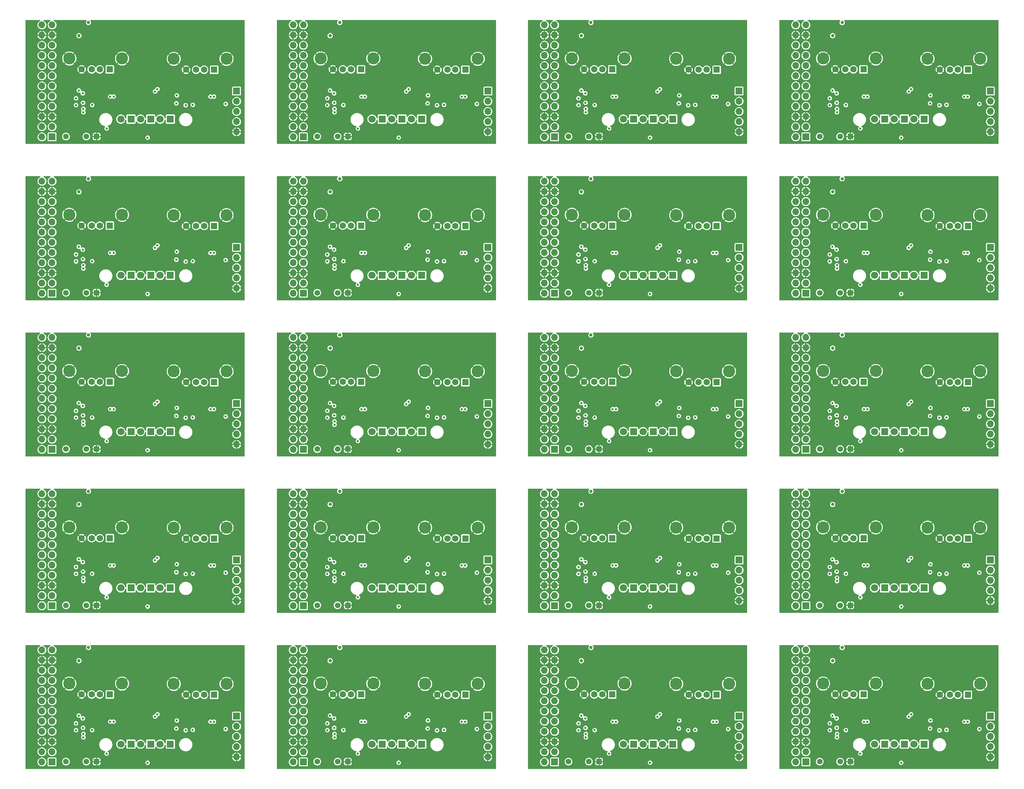
<source format=gbr>
%TF.GenerationSoftware,KiCad,Pcbnew,7.0.6+dfsg-1*%
%TF.CreationDate,2023-08-24T18:37:46+02:00*%
%TF.ProjectId,USB_panel,5553425f-7061-46e6-956c-2e6b69636164,V1.1*%
%TF.SameCoordinates,Original*%
%TF.FileFunction,Copper,L2,Inr*%
%TF.FilePolarity,Positive*%
%FSLAX46Y46*%
G04 Gerber Fmt 4.6, Leading zero omitted, Abs format (unit mm)*
G04 Created by KiCad (PCBNEW 7.0.6+dfsg-1) date 2023-08-24 18:37:46*
%MOMM*%
%LPD*%
G01*
G04 APERTURE LIST*
G04 Aperture macros list*
%AMRoundRect*
0 Rectangle with rounded corners*
0 $1 Rounding radius*
0 $2 $3 $4 $5 $6 $7 $8 $9 X,Y pos of 4 corners*
0 Add a 4 corners polygon primitive as box body*
4,1,4,$2,$3,$4,$5,$6,$7,$8,$9,$2,$3,0*
0 Add four circle primitives for the rounded corners*
1,1,$1+$1,$2,$3*
1,1,$1+$1,$4,$5*
1,1,$1+$1,$6,$7*
1,1,$1+$1,$8,$9*
0 Add four rect primitives between the rounded corners*
20,1,$1+$1,$2,$3,$4,$5,0*
20,1,$1+$1,$4,$5,$6,$7,0*
20,1,$1+$1,$6,$7,$8,$9,0*
20,1,$1+$1,$8,$9,$2,$3,0*%
G04 Aperture macros list end*
%TA.AperFunction,ComponentPad*%
%ADD10R,1.700000X1.700000*%
%TD*%
%TA.AperFunction,ComponentPad*%
%ADD11O,1.700000X1.700000*%
%TD*%
%TA.AperFunction,ComponentPad*%
%ADD12RoundRect,0.249200X0.450800X0.450800X-0.450800X0.450800X-0.450800X-0.450800X0.450800X-0.450800X0*%
%TD*%
%TA.AperFunction,ComponentPad*%
%ADD13C,1.400000*%
%TD*%
%TA.AperFunction,ComponentPad*%
%ADD14R,1.800000X1.800000*%
%TD*%
%TA.AperFunction,ComponentPad*%
%ADD15C,1.800000*%
%TD*%
%TA.AperFunction,ComponentPad*%
%ADD16R,1.600000X1.600000*%
%TD*%
%TA.AperFunction,ComponentPad*%
%ADD17C,1.600000*%
%TD*%
%TA.AperFunction,ComponentPad*%
%ADD18C,3.000000*%
%TD*%
%TA.AperFunction,ViaPad*%
%ADD19C,0.600000*%
%TD*%
%TA.AperFunction,ViaPad*%
%ADD20C,0.800000*%
%TD*%
G04 APERTURE END LIST*
D10*
%TO.N,Board_7-USB2_FPGA_D-*%
%TO.C,J1*%
X223027200Y-109513000D03*
D11*
%TO.N,Board_7-USB2_FPGA_D+*%
X220487200Y-109513000D03*
%TO.N,Board_7-+3V3*%
X223027200Y-106973000D03*
X220487200Y-106973000D03*
%TO.N,Board_7-GND*%
X223027200Y-104433000D03*
X220487200Y-104433000D03*
%TO.N,Board_7-USB1_FPGA_D-*%
X223027200Y-101893000D03*
%TO.N,Board_7-USB1_FPGA_D+*%
X220487200Y-101893000D03*
%TO.N,Board_7-USB1_FPGA_PULL_D-*%
X223027200Y-99353000D03*
%TO.N,Board_7-USB1_FPGA_PULL_D+*%
X220487200Y-99353000D03*
%TO.N,Board_7-USB2_FPGA_PULL_D-*%
X223027200Y-96813000D03*
%TO.N,Board_7-USB2_FPGA_PULL_D+*%
X220487200Y-96813000D03*
%TO.N,Board_7-USB2_FPGA_D-*%
X223027200Y-94273000D03*
%TO.N,Board_7-USB2_FPGA_D+*%
X220487200Y-94273000D03*
%TO.N,Board_7-USB1_FPGA_D-*%
X223027200Y-91733000D03*
%TO.N,Board_7-USB1_FPGA_D+*%
X220487200Y-91733000D03*
%TO.N,Board_7-GN26*%
X223027200Y-89193000D03*
%TO.N,Board_7-GP26*%
X220487200Y-89193000D03*
%TO.N,Board_7-GN27*%
X223027200Y-86653000D03*
%TO.N,Board_7-GP27*%
X220487200Y-86653000D03*
%TO.N,Board_7-GND*%
X223027200Y-84113000D03*
X220487200Y-84113000D03*
%TO.N,Board_7-+5V*%
X223027200Y-81573000D03*
X220487200Y-81573000D03*
%TD*%
D12*
%TO.N,Board_7-GND*%
%TO.C,U1*%
X234103200Y-109411000D03*
D13*
%TO.N,Board_7-+3V3*%
X231563200Y-109411000D03*
%TO.N,Board_7-GP26*%
X226483200Y-109411000D03*
%TD*%
D14*
%TO.N,Board_16-Net-(D15-K)*%
%TO.C,D15*%
X54859200Y-222027000D03*
D15*
%TO.N,Board_16-Net-(D15-A)*%
X52319200Y-222027000D03*
%TD*%
D14*
%TO.N,Board_15-Net-(D15-K)*%
%TO.C,D15*%
X242689200Y-183039000D03*
D15*
%TO.N,Board_15-Net-(D15-A)*%
X240149200Y-183039000D03*
%TD*%
D14*
%TO.N,Board_14-Net-(D16-K)*%
%TO.C,D16*%
X184979200Y-183039000D03*
D15*
%TO.N,Board_14-Net-(D15-K)*%
X182439200Y-183039000D03*
%TD*%
D10*
%TO.N,Board_12-USB2_FPGA_D-*%
%TO.C,J1*%
X35197200Y-187489000D03*
D11*
%TO.N,Board_12-USB2_FPGA_D+*%
X32657200Y-187489000D03*
%TO.N,Board_12-+3V3*%
X35197200Y-184949000D03*
X32657200Y-184949000D03*
%TO.N,Board_12-GND*%
X35197200Y-182409000D03*
X32657200Y-182409000D03*
%TO.N,Board_12-USB1_FPGA_D-*%
X35197200Y-179869000D03*
%TO.N,Board_12-USB1_FPGA_D+*%
X32657200Y-179869000D03*
%TO.N,Board_12-USB1_FPGA_PULL_D-*%
X35197200Y-177329000D03*
%TO.N,Board_12-USB1_FPGA_PULL_D+*%
X32657200Y-177329000D03*
%TO.N,Board_12-USB2_FPGA_PULL_D-*%
X35197200Y-174789000D03*
%TO.N,Board_12-USB2_FPGA_PULL_D+*%
X32657200Y-174789000D03*
%TO.N,Board_12-USB2_FPGA_D-*%
X35197200Y-172249000D03*
%TO.N,Board_12-USB2_FPGA_D+*%
X32657200Y-172249000D03*
%TO.N,Board_12-USB1_FPGA_D-*%
X35197200Y-169709000D03*
%TO.N,Board_12-USB1_FPGA_D+*%
X32657200Y-169709000D03*
%TO.N,Board_12-GN26*%
X35197200Y-167169000D03*
%TO.N,Board_12-GP26*%
X32657200Y-167169000D03*
%TO.N,Board_12-GN27*%
X35197200Y-164629000D03*
%TO.N,Board_12-GP27*%
X32657200Y-164629000D03*
%TO.N,Board_12-GND*%
X35197200Y-162089000D03*
X32657200Y-162089000D03*
%TO.N,Board_12-+5V*%
X35197200Y-159549000D03*
X32657200Y-159549000D03*
%TD*%
D14*
%TO.N,Board_12-Net-(D15-K)*%
%TO.C,D15*%
X54859200Y-183039000D03*
D15*
%TO.N,Board_12-Net-(D15-A)*%
X52319200Y-183039000D03*
%TD*%
D14*
%TO.N,Board_3-Net-(D16-K)*%
%TO.C,D16*%
X247589200Y-66075000D03*
D15*
%TO.N,Board_3-Net-(D15-K)*%
X245049200Y-66075000D03*
%TD*%
D14*
%TO.N,Board_6-Net-(D16-K)*%
%TO.C,D16*%
X184979200Y-105063000D03*
D15*
%TO.N,Board_6-Net-(D15-K)*%
X182439200Y-105063000D03*
%TD*%
D14*
%TO.N,Board_7-Net-(D17-K)*%
%TO.C,D17*%
X252489200Y-105063000D03*
D15*
%TO.N,Board_7-Net-(D16-K)*%
X249949200Y-105063000D03*
%TD*%
D14*
%TO.N,Board_15-Net-(D16-K)*%
%TO.C,D16*%
X247589200Y-183039000D03*
D15*
%TO.N,Board_15-Net-(D15-K)*%
X245049200Y-183039000D03*
%TD*%
D14*
%TO.N,Board_19-Net-(D15-K)*%
%TO.C,D15*%
X242689200Y-222027000D03*
D15*
%TO.N,Board_19-Net-(D15-A)*%
X240149200Y-222027000D03*
%TD*%
D14*
%TO.N,Board_4-Net-(D15-K)*%
%TO.C,D15*%
X54859200Y-105063000D03*
D15*
%TO.N,Board_4-Net-(D15-A)*%
X52319200Y-105063000D03*
%TD*%
D14*
%TO.N,Board_0-Net-(D16-K)*%
%TO.C,D16*%
X59759200Y-66075000D03*
D15*
%TO.N,Board_0-Net-(D15-K)*%
X57219200Y-66075000D03*
%TD*%
D12*
%TO.N,Board_14-GND*%
%TO.C,U1*%
X171493200Y-187387000D03*
D13*
%TO.N,Board_14-+3V3*%
X168953200Y-187387000D03*
%TO.N,Board_14-GP26*%
X163873200Y-187387000D03*
%TD*%
D10*
%TO.N,Board_4-+5V*%
%TO.C,J2*%
X81171200Y-98083000D03*
D11*
%TO.N,Board_4-+3V3*%
X81171200Y-100623000D03*
%TO.N,Board_4-GN27*%
X81171200Y-103163000D03*
%TO.N,Board_4-GP27*%
X81171200Y-105703000D03*
%TO.N,Board_4-GND*%
X81171200Y-108243000D03*
%TD*%
D16*
%TO.N,Board_14-+5V*%
%TO.C,US4*%
X200803200Y-170725000D03*
D17*
%TO.N,Board_14-/FPD2-*%
X198303200Y-170725000D03*
%TO.N,Board_14-/FPD2+*%
X196303200Y-170725000D03*
%TO.N,Board_14-GND*%
X193803200Y-170725000D03*
D18*
X203873200Y-168015000D03*
X190733200Y-168015000D03*
%TD*%
D14*
%TO.N,Board_11-Net-(D16-K)*%
%TO.C,D16*%
X247589200Y-144051000D03*
D15*
%TO.N,Board_11-Net-(D15-K)*%
X245049200Y-144051000D03*
%TD*%
D16*
%TO.N,Board_19-+5V*%
%TO.C,US3*%
X237389200Y-209627000D03*
D17*
%TO.N,Board_19-/FPD1-*%
X234889200Y-209627000D03*
%TO.N,Board_19-/FPD1+*%
X232889200Y-209627000D03*
%TO.N,Board_19-GND*%
X230389200Y-209627000D03*
D18*
X240459200Y-206917000D03*
X227319200Y-206917000D03*
%TD*%
D14*
%TO.N,Board_13-Net-(D17-K)*%
%TO.C,D17*%
X127269200Y-183039000D03*
D15*
%TO.N,Board_13-Net-(D16-K)*%
X124729200Y-183039000D03*
%TD*%
D14*
%TO.N,Board_1-Net-(D16-K)*%
%TO.C,D16*%
X122369200Y-66075000D03*
D15*
%TO.N,Board_1-Net-(D15-K)*%
X119829200Y-66075000D03*
%TD*%
D14*
%TO.N,Board_1-Net-(D15-K)*%
%TO.C,D15*%
X117469200Y-66075000D03*
D15*
%TO.N,Board_1-Net-(D15-A)*%
X114929200Y-66075000D03*
%TD*%
D10*
%TO.N,Board_10-+5V*%
%TO.C,J2*%
X206391200Y-137071000D03*
D11*
%TO.N,Board_10-+3V3*%
X206391200Y-139611000D03*
%TO.N,Board_10-GN27*%
X206391200Y-142151000D03*
%TO.N,Board_10-GP27*%
X206391200Y-144691000D03*
%TO.N,Board_10-GND*%
X206391200Y-147231000D03*
%TD*%
D12*
%TO.N,Board_6-GND*%
%TO.C,U1*%
X171493200Y-109411000D03*
D13*
%TO.N,Board_6-+3V3*%
X168953200Y-109411000D03*
%TO.N,Board_6-GP26*%
X163873200Y-109411000D03*
%TD*%
D16*
%TO.N,Board_13-+5V*%
%TO.C,US3*%
X112169200Y-170639000D03*
D17*
%TO.N,Board_13-/FPD1-*%
X109669200Y-170639000D03*
%TO.N,Board_13-/FPD1+*%
X107669200Y-170639000D03*
%TO.N,Board_13-GND*%
X105169200Y-170639000D03*
D18*
X115239200Y-167929000D03*
X102099200Y-167929000D03*
%TD*%
D10*
%TO.N,Board_1-+5V*%
%TO.C,J2*%
X143781200Y-59095000D03*
D11*
%TO.N,Board_1-+3V3*%
X143781200Y-61635000D03*
%TO.N,Board_1-GN27*%
X143781200Y-64175000D03*
%TO.N,Board_1-GP27*%
X143781200Y-66715000D03*
%TO.N,Board_1-GND*%
X143781200Y-69255000D03*
%TD*%
D14*
%TO.N,Board_18-Net-(D17-K)*%
%TO.C,D17*%
X189879200Y-222027000D03*
D15*
%TO.N,Board_18-Net-(D16-K)*%
X187339200Y-222027000D03*
%TD*%
D10*
%TO.N,Board_19-+5V*%
%TO.C,J2*%
X269001200Y-215047000D03*
D11*
%TO.N,Board_19-+3V3*%
X269001200Y-217587000D03*
%TO.N,Board_19-GN27*%
X269001200Y-220127000D03*
%TO.N,Board_19-GP27*%
X269001200Y-222667000D03*
%TO.N,Board_19-GND*%
X269001200Y-225207000D03*
%TD*%
D12*
%TO.N,Board_9-GND*%
%TO.C,U1*%
X108883200Y-148399000D03*
D13*
%TO.N,Board_9-+3V3*%
X106343200Y-148399000D03*
%TO.N,Board_9-GP26*%
X101263200Y-148399000D03*
%TD*%
D14*
%TO.N,Board_17-Net-(D17-K)*%
%TO.C,D17*%
X127269200Y-222027000D03*
D15*
%TO.N,Board_17-Net-(D16-K)*%
X124729200Y-222027000D03*
%TD*%
D16*
%TO.N,Board_14-+5V*%
%TO.C,US3*%
X174779200Y-170639000D03*
D17*
%TO.N,Board_14-/FPD1-*%
X172279200Y-170639000D03*
%TO.N,Board_14-/FPD1+*%
X170279200Y-170639000D03*
%TO.N,Board_14-GND*%
X167779200Y-170639000D03*
D18*
X177849200Y-167929000D03*
X164709200Y-167929000D03*
%TD*%
D16*
%TO.N,Board_15-+5V*%
%TO.C,US4*%
X263413200Y-170725000D03*
D17*
%TO.N,Board_15-/FPD2-*%
X260913200Y-170725000D03*
%TO.N,Board_15-/FPD2+*%
X258913200Y-170725000D03*
%TO.N,Board_15-GND*%
X256413200Y-170725000D03*
D18*
X266483200Y-168015000D03*
X253343200Y-168015000D03*
%TD*%
D12*
%TO.N,Board_5-GND*%
%TO.C,U1*%
X108883200Y-109411000D03*
D13*
%TO.N,Board_5-+3V3*%
X106343200Y-109411000D03*
%TO.N,Board_5-GP26*%
X101263200Y-109411000D03*
%TD*%
D12*
%TO.N,Board_0-GND*%
%TO.C,U1*%
X46273200Y-70423000D03*
D13*
%TO.N,Board_0-+3V3*%
X43733200Y-70423000D03*
%TO.N,Board_0-GP26*%
X38653200Y-70423000D03*
%TD*%
D10*
%TO.N,Board_17-USB2_FPGA_D-*%
%TO.C,J1*%
X97807200Y-226477000D03*
D11*
%TO.N,Board_17-USB2_FPGA_D+*%
X95267200Y-226477000D03*
%TO.N,Board_17-+3V3*%
X97807200Y-223937000D03*
X95267200Y-223937000D03*
%TO.N,Board_17-GND*%
X97807200Y-221397000D03*
X95267200Y-221397000D03*
%TO.N,Board_17-USB1_FPGA_D-*%
X97807200Y-218857000D03*
%TO.N,Board_17-USB1_FPGA_D+*%
X95267200Y-218857000D03*
%TO.N,Board_17-USB1_FPGA_PULL_D-*%
X97807200Y-216317000D03*
%TO.N,Board_17-USB1_FPGA_PULL_D+*%
X95267200Y-216317000D03*
%TO.N,Board_17-USB2_FPGA_PULL_D-*%
X97807200Y-213777000D03*
%TO.N,Board_17-USB2_FPGA_PULL_D+*%
X95267200Y-213777000D03*
%TO.N,Board_17-USB2_FPGA_D-*%
X97807200Y-211237000D03*
%TO.N,Board_17-USB2_FPGA_D+*%
X95267200Y-211237000D03*
%TO.N,Board_17-USB1_FPGA_D-*%
X97807200Y-208697000D03*
%TO.N,Board_17-USB1_FPGA_D+*%
X95267200Y-208697000D03*
%TO.N,Board_17-GN26*%
X97807200Y-206157000D03*
%TO.N,Board_17-GP26*%
X95267200Y-206157000D03*
%TO.N,Board_17-GN27*%
X97807200Y-203617000D03*
%TO.N,Board_17-GP27*%
X95267200Y-203617000D03*
%TO.N,Board_17-GND*%
X97807200Y-201077000D03*
X95267200Y-201077000D03*
%TO.N,Board_17-+5V*%
X97807200Y-198537000D03*
X95267200Y-198537000D03*
%TD*%
D16*
%TO.N,Board_5-+5V*%
%TO.C,US4*%
X138193200Y-92749000D03*
D17*
%TO.N,Board_5-/FPD2-*%
X135693200Y-92749000D03*
%TO.N,Board_5-/FPD2+*%
X133693200Y-92749000D03*
%TO.N,Board_5-GND*%
X131193200Y-92749000D03*
D18*
X141263200Y-90039000D03*
X128123200Y-90039000D03*
%TD*%
D10*
%TO.N,Board_11-USB2_FPGA_D-*%
%TO.C,J1*%
X223027200Y-148501000D03*
D11*
%TO.N,Board_11-USB2_FPGA_D+*%
X220487200Y-148501000D03*
%TO.N,Board_11-+3V3*%
X223027200Y-145961000D03*
X220487200Y-145961000D03*
%TO.N,Board_11-GND*%
X223027200Y-143421000D03*
X220487200Y-143421000D03*
%TO.N,Board_11-USB1_FPGA_D-*%
X223027200Y-140881000D03*
%TO.N,Board_11-USB1_FPGA_D+*%
X220487200Y-140881000D03*
%TO.N,Board_11-USB1_FPGA_PULL_D-*%
X223027200Y-138341000D03*
%TO.N,Board_11-USB1_FPGA_PULL_D+*%
X220487200Y-138341000D03*
%TO.N,Board_11-USB2_FPGA_PULL_D-*%
X223027200Y-135801000D03*
%TO.N,Board_11-USB2_FPGA_PULL_D+*%
X220487200Y-135801000D03*
%TO.N,Board_11-USB2_FPGA_D-*%
X223027200Y-133261000D03*
%TO.N,Board_11-USB2_FPGA_D+*%
X220487200Y-133261000D03*
%TO.N,Board_11-USB1_FPGA_D-*%
X223027200Y-130721000D03*
%TO.N,Board_11-USB1_FPGA_D+*%
X220487200Y-130721000D03*
%TO.N,Board_11-GN26*%
X223027200Y-128181000D03*
%TO.N,Board_11-GP26*%
X220487200Y-128181000D03*
%TO.N,Board_11-GN27*%
X223027200Y-125641000D03*
%TO.N,Board_11-GP27*%
X220487200Y-125641000D03*
%TO.N,Board_11-GND*%
X223027200Y-123101000D03*
X220487200Y-123101000D03*
%TO.N,Board_11-+5V*%
X223027200Y-120561000D03*
X220487200Y-120561000D03*
%TD*%
D14*
%TO.N,Board_18-Net-(D15-K)*%
%TO.C,D15*%
X180079200Y-222027000D03*
D15*
%TO.N,Board_18-Net-(D15-A)*%
X177539200Y-222027000D03*
%TD*%
D14*
%TO.N,Board_2-Net-(D15-K)*%
%TO.C,D15*%
X180079200Y-66075000D03*
D15*
%TO.N,Board_2-Net-(D15-A)*%
X177539200Y-66075000D03*
%TD*%
D12*
%TO.N,Board_1-GND*%
%TO.C,U1*%
X108883200Y-70423000D03*
D13*
%TO.N,Board_1-+3V3*%
X106343200Y-70423000D03*
%TO.N,Board_1-GP26*%
X101263200Y-70423000D03*
%TD*%
D16*
%TO.N,Board_0-+5V*%
%TO.C,US4*%
X75583200Y-53761000D03*
D17*
%TO.N,Board_0-/FPD2-*%
X73083200Y-53761000D03*
%TO.N,Board_0-/FPD2+*%
X71083200Y-53761000D03*
%TO.N,Board_0-GND*%
X68583200Y-53761000D03*
D18*
X78653200Y-51051000D03*
X65513200Y-51051000D03*
%TD*%
D10*
%TO.N,Board_1-USB2_FPGA_D-*%
%TO.C,J1*%
X97807200Y-70525000D03*
D11*
%TO.N,Board_1-USB2_FPGA_D+*%
X95267200Y-70525000D03*
%TO.N,Board_1-+3V3*%
X97807200Y-67985000D03*
X95267200Y-67985000D03*
%TO.N,Board_1-GND*%
X97807200Y-65445000D03*
X95267200Y-65445000D03*
%TO.N,Board_1-USB1_FPGA_D-*%
X97807200Y-62905000D03*
%TO.N,Board_1-USB1_FPGA_D+*%
X95267200Y-62905000D03*
%TO.N,Board_1-USB1_FPGA_PULL_D-*%
X97807200Y-60365000D03*
%TO.N,Board_1-USB1_FPGA_PULL_D+*%
X95267200Y-60365000D03*
%TO.N,Board_1-USB2_FPGA_PULL_D-*%
X97807200Y-57825000D03*
%TO.N,Board_1-USB2_FPGA_PULL_D+*%
X95267200Y-57825000D03*
%TO.N,Board_1-USB2_FPGA_D-*%
X97807200Y-55285000D03*
%TO.N,Board_1-USB2_FPGA_D+*%
X95267200Y-55285000D03*
%TO.N,Board_1-USB1_FPGA_D-*%
X97807200Y-52745000D03*
%TO.N,Board_1-USB1_FPGA_D+*%
X95267200Y-52745000D03*
%TO.N,Board_1-GN26*%
X97807200Y-50205000D03*
%TO.N,Board_1-GP26*%
X95267200Y-50205000D03*
%TO.N,Board_1-GN27*%
X97807200Y-47665000D03*
%TO.N,Board_1-GP27*%
X95267200Y-47665000D03*
%TO.N,Board_1-GND*%
X97807200Y-45125000D03*
X95267200Y-45125000D03*
%TO.N,Board_1-+5V*%
X97807200Y-42585000D03*
X95267200Y-42585000D03*
%TD*%
D12*
%TO.N,Board_11-GND*%
%TO.C,U1*%
X234103200Y-148399000D03*
D13*
%TO.N,Board_11-+3V3*%
X231563200Y-148399000D03*
%TO.N,Board_11-GP26*%
X226483200Y-148399000D03*
%TD*%
D14*
%TO.N,Board_5-Net-(D16-K)*%
%TO.C,D16*%
X122369200Y-105063000D03*
D15*
%TO.N,Board_5-Net-(D15-K)*%
X119829200Y-105063000D03*
%TD*%
D10*
%TO.N,Board_13-USB2_FPGA_D-*%
%TO.C,J1*%
X97807200Y-187489000D03*
D11*
%TO.N,Board_13-USB2_FPGA_D+*%
X95267200Y-187489000D03*
%TO.N,Board_13-+3V3*%
X97807200Y-184949000D03*
X95267200Y-184949000D03*
%TO.N,Board_13-GND*%
X97807200Y-182409000D03*
X95267200Y-182409000D03*
%TO.N,Board_13-USB1_FPGA_D-*%
X97807200Y-179869000D03*
%TO.N,Board_13-USB1_FPGA_D+*%
X95267200Y-179869000D03*
%TO.N,Board_13-USB1_FPGA_PULL_D-*%
X97807200Y-177329000D03*
%TO.N,Board_13-USB1_FPGA_PULL_D+*%
X95267200Y-177329000D03*
%TO.N,Board_13-USB2_FPGA_PULL_D-*%
X97807200Y-174789000D03*
%TO.N,Board_13-USB2_FPGA_PULL_D+*%
X95267200Y-174789000D03*
%TO.N,Board_13-USB2_FPGA_D-*%
X97807200Y-172249000D03*
%TO.N,Board_13-USB2_FPGA_D+*%
X95267200Y-172249000D03*
%TO.N,Board_13-USB1_FPGA_D-*%
X97807200Y-169709000D03*
%TO.N,Board_13-USB1_FPGA_D+*%
X95267200Y-169709000D03*
%TO.N,Board_13-GN26*%
X97807200Y-167169000D03*
%TO.N,Board_13-GP26*%
X95267200Y-167169000D03*
%TO.N,Board_13-GN27*%
X97807200Y-164629000D03*
%TO.N,Board_13-GP27*%
X95267200Y-164629000D03*
%TO.N,Board_13-GND*%
X97807200Y-162089000D03*
X95267200Y-162089000D03*
%TO.N,Board_13-+5V*%
X97807200Y-159549000D03*
X95267200Y-159549000D03*
%TD*%
D16*
%TO.N,Board_9-+5V*%
%TO.C,US4*%
X138193200Y-131737000D03*
D17*
%TO.N,Board_9-/FPD2-*%
X135693200Y-131737000D03*
%TO.N,Board_9-/FPD2+*%
X133693200Y-131737000D03*
%TO.N,Board_9-GND*%
X131193200Y-131737000D03*
D18*
X141263200Y-129027000D03*
X128123200Y-129027000D03*
%TD*%
D16*
%TO.N,Board_2-+5V*%
%TO.C,US4*%
X200803200Y-53761000D03*
D17*
%TO.N,Board_2-/FPD2-*%
X198303200Y-53761000D03*
%TO.N,Board_2-/FPD2+*%
X196303200Y-53761000D03*
%TO.N,Board_2-GND*%
X193803200Y-53761000D03*
D18*
X203873200Y-51051000D03*
X190733200Y-51051000D03*
%TD*%
D14*
%TO.N,Board_5-Net-(D15-K)*%
%TO.C,D15*%
X117469200Y-105063000D03*
D15*
%TO.N,Board_5-Net-(D15-A)*%
X114929200Y-105063000D03*
%TD*%
D16*
%TO.N,Board_16-+5V*%
%TO.C,US4*%
X75583200Y-209713000D03*
D17*
%TO.N,Board_16-/FPD2-*%
X73083200Y-209713000D03*
%TO.N,Board_16-/FPD2+*%
X71083200Y-209713000D03*
%TO.N,Board_16-GND*%
X68583200Y-209713000D03*
D18*
X78653200Y-207003000D03*
X65513200Y-207003000D03*
%TD*%
D14*
%TO.N,Board_5-Net-(D17-K)*%
%TO.C,D17*%
X127269200Y-105063000D03*
D15*
%TO.N,Board_5-Net-(D16-K)*%
X124729200Y-105063000D03*
%TD*%
D14*
%TO.N,Board_10-Net-(D17-K)*%
%TO.C,D17*%
X189879200Y-144051000D03*
D15*
%TO.N,Board_10-Net-(D16-K)*%
X187339200Y-144051000D03*
%TD*%
D16*
%TO.N,Board_11-+5V*%
%TO.C,US4*%
X263413200Y-131737000D03*
D17*
%TO.N,Board_11-/FPD2-*%
X260913200Y-131737000D03*
%TO.N,Board_11-/FPD2+*%
X258913200Y-131737000D03*
%TO.N,Board_11-GND*%
X256413200Y-131737000D03*
D18*
X266483200Y-129027000D03*
X253343200Y-129027000D03*
%TD*%
D10*
%TO.N,Board_8-+5V*%
%TO.C,J2*%
X81171200Y-137071000D03*
D11*
%TO.N,Board_8-+3V3*%
X81171200Y-139611000D03*
%TO.N,Board_8-GN27*%
X81171200Y-142151000D03*
%TO.N,Board_8-GP27*%
X81171200Y-144691000D03*
%TO.N,Board_8-GND*%
X81171200Y-147231000D03*
%TD*%
D14*
%TO.N,Board_10-Net-(D16-K)*%
%TO.C,D16*%
X184979200Y-144051000D03*
D15*
%TO.N,Board_10-Net-(D15-K)*%
X182439200Y-144051000D03*
%TD*%
D14*
%TO.N,Board_3-Net-(D15-K)*%
%TO.C,D15*%
X242689200Y-66075000D03*
D15*
%TO.N,Board_3-Net-(D15-A)*%
X240149200Y-66075000D03*
%TD*%
D16*
%TO.N,Board_6-+5V*%
%TO.C,US3*%
X174779200Y-92663000D03*
D17*
%TO.N,Board_6-/FPD1-*%
X172279200Y-92663000D03*
%TO.N,Board_6-/FPD1+*%
X170279200Y-92663000D03*
%TO.N,Board_6-GND*%
X167779200Y-92663000D03*
D18*
X177849200Y-89953000D03*
X164709200Y-89953000D03*
%TD*%
D10*
%TO.N,Board_18-USB2_FPGA_D-*%
%TO.C,J1*%
X160417200Y-226477000D03*
D11*
%TO.N,Board_18-USB2_FPGA_D+*%
X157877200Y-226477000D03*
%TO.N,Board_18-+3V3*%
X160417200Y-223937000D03*
X157877200Y-223937000D03*
%TO.N,Board_18-GND*%
X160417200Y-221397000D03*
X157877200Y-221397000D03*
%TO.N,Board_18-USB1_FPGA_D-*%
X160417200Y-218857000D03*
%TO.N,Board_18-USB1_FPGA_D+*%
X157877200Y-218857000D03*
%TO.N,Board_18-USB1_FPGA_PULL_D-*%
X160417200Y-216317000D03*
%TO.N,Board_18-USB1_FPGA_PULL_D+*%
X157877200Y-216317000D03*
%TO.N,Board_18-USB2_FPGA_PULL_D-*%
X160417200Y-213777000D03*
%TO.N,Board_18-USB2_FPGA_PULL_D+*%
X157877200Y-213777000D03*
%TO.N,Board_18-USB2_FPGA_D-*%
X160417200Y-211237000D03*
%TO.N,Board_18-USB2_FPGA_D+*%
X157877200Y-211237000D03*
%TO.N,Board_18-USB1_FPGA_D-*%
X160417200Y-208697000D03*
%TO.N,Board_18-USB1_FPGA_D+*%
X157877200Y-208697000D03*
%TO.N,Board_18-GN26*%
X160417200Y-206157000D03*
%TO.N,Board_18-GP26*%
X157877200Y-206157000D03*
%TO.N,Board_18-GN27*%
X160417200Y-203617000D03*
%TO.N,Board_18-GP27*%
X157877200Y-203617000D03*
%TO.N,Board_18-GND*%
X160417200Y-201077000D03*
X157877200Y-201077000D03*
%TO.N,Board_18-+5V*%
X160417200Y-198537000D03*
X157877200Y-198537000D03*
%TD*%
D12*
%TO.N,Board_12-GND*%
%TO.C,U1*%
X46273200Y-187387000D03*
D13*
%TO.N,Board_12-+3V3*%
X43733200Y-187387000D03*
%TO.N,Board_12-GP26*%
X38653200Y-187387000D03*
%TD*%
D14*
%TO.N,Board_18-Net-(D16-K)*%
%TO.C,D16*%
X184979200Y-222027000D03*
D15*
%TO.N,Board_18-Net-(D15-K)*%
X182439200Y-222027000D03*
%TD*%
D12*
%TO.N,Board_18-GND*%
%TO.C,U1*%
X171493200Y-226375000D03*
D13*
%TO.N,Board_18-+3V3*%
X168953200Y-226375000D03*
%TO.N,Board_18-GP26*%
X163873200Y-226375000D03*
%TD*%
D14*
%TO.N,Board_4-Net-(D16-K)*%
%TO.C,D16*%
X59759200Y-105063000D03*
D15*
%TO.N,Board_4-Net-(D15-K)*%
X57219200Y-105063000D03*
%TD*%
D10*
%TO.N,Board_6-+5V*%
%TO.C,J2*%
X206391200Y-98083000D03*
D11*
%TO.N,Board_6-+3V3*%
X206391200Y-100623000D03*
%TO.N,Board_6-GN27*%
X206391200Y-103163000D03*
%TO.N,Board_6-GP27*%
X206391200Y-105703000D03*
%TO.N,Board_6-GND*%
X206391200Y-108243000D03*
%TD*%
D16*
%TO.N,Board_13-+5V*%
%TO.C,US4*%
X138193200Y-170725000D03*
D17*
%TO.N,Board_13-/FPD2-*%
X135693200Y-170725000D03*
%TO.N,Board_13-/FPD2+*%
X133693200Y-170725000D03*
%TO.N,Board_13-GND*%
X131193200Y-170725000D03*
D18*
X141263200Y-168015000D03*
X128123200Y-168015000D03*
%TD*%
D14*
%TO.N,Board_12-Net-(D17-K)*%
%TO.C,D17*%
X64659200Y-183039000D03*
D15*
%TO.N,Board_12-Net-(D16-K)*%
X62119200Y-183039000D03*
%TD*%
D10*
%TO.N,Board_0-USB2_FPGA_D-*%
%TO.C,J1*%
X35197200Y-70525000D03*
D11*
%TO.N,Board_0-USB2_FPGA_D+*%
X32657200Y-70525000D03*
%TO.N,Board_0-+3V3*%
X35197200Y-67985000D03*
X32657200Y-67985000D03*
%TO.N,Board_0-GND*%
X35197200Y-65445000D03*
X32657200Y-65445000D03*
%TO.N,Board_0-USB1_FPGA_D-*%
X35197200Y-62905000D03*
%TO.N,Board_0-USB1_FPGA_D+*%
X32657200Y-62905000D03*
%TO.N,Board_0-USB1_FPGA_PULL_D-*%
X35197200Y-60365000D03*
%TO.N,Board_0-USB1_FPGA_PULL_D+*%
X32657200Y-60365000D03*
%TO.N,Board_0-USB2_FPGA_PULL_D-*%
X35197200Y-57825000D03*
%TO.N,Board_0-USB2_FPGA_PULL_D+*%
X32657200Y-57825000D03*
%TO.N,Board_0-USB2_FPGA_D-*%
X35197200Y-55285000D03*
%TO.N,Board_0-USB2_FPGA_D+*%
X32657200Y-55285000D03*
%TO.N,Board_0-USB1_FPGA_D-*%
X35197200Y-52745000D03*
%TO.N,Board_0-USB1_FPGA_D+*%
X32657200Y-52745000D03*
%TO.N,Board_0-GN26*%
X35197200Y-50205000D03*
%TO.N,Board_0-GP26*%
X32657200Y-50205000D03*
%TO.N,Board_0-GN27*%
X35197200Y-47665000D03*
%TO.N,Board_0-GP27*%
X32657200Y-47665000D03*
%TO.N,Board_0-GND*%
X35197200Y-45125000D03*
X32657200Y-45125000D03*
%TO.N,Board_0-+5V*%
X35197200Y-42585000D03*
X32657200Y-42585000D03*
%TD*%
D10*
%TO.N,Board_9-USB2_FPGA_D-*%
%TO.C,J1*%
X97807200Y-148501000D03*
D11*
%TO.N,Board_9-USB2_FPGA_D+*%
X95267200Y-148501000D03*
%TO.N,Board_9-+3V3*%
X97807200Y-145961000D03*
X95267200Y-145961000D03*
%TO.N,Board_9-GND*%
X97807200Y-143421000D03*
X95267200Y-143421000D03*
%TO.N,Board_9-USB1_FPGA_D-*%
X97807200Y-140881000D03*
%TO.N,Board_9-USB1_FPGA_D+*%
X95267200Y-140881000D03*
%TO.N,Board_9-USB1_FPGA_PULL_D-*%
X97807200Y-138341000D03*
%TO.N,Board_9-USB1_FPGA_PULL_D+*%
X95267200Y-138341000D03*
%TO.N,Board_9-USB2_FPGA_PULL_D-*%
X97807200Y-135801000D03*
%TO.N,Board_9-USB2_FPGA_PULL_D+*%
X95267200Y-135801000D03*
%TO.N,Board_9-USB2_FPGA_D-*%
X97807200Y-133261000D03*
%TO.N,Board_9-USB2_FPGA_D+*%
X95267200Y-133261000D03*
%TO.N,Board_9-USB1_FPGA_D-*%
X97807200Y-130721000D03*
%TO.N,Board_9-USB1_FPGA_D+*%
X95267200Y-130721000D03*
%TO.N,Board_9-GN26*%
X97807200Y-128181000D03*
%TO.N,Board_9-GP26*%
X95267200Y-128181000D03*
%TO.N,Board_9-GN27*%
X97807200Y-125641000D03*
%TO.N,Board_9-GP27*%
X95267200Y-125641000D03*
%TO.N,Board_9-GND*%
X97807200Y-123101000D03*
X95267200Y-123101000D03*
%TO.N,Board_9-+5V*%
X97807200Y-120561000D03*
X95267200Y-120561000D03*
%TD*%
D10*
%TO.N,Board_6-USB2_FPGA_D-*%
%TO.C,J1*%
X160417200Y-109513000D03*
D11*
%TO.N,Board_6-USB2_FPGA_D+*%
X157877200Y-109513000D03*
%TO.N,Board_6-+3V3*%
X160417200Y-106973000D03*
X157877200Y-106973000D03*
%TO.N,Board_6-GND*%
X160417200Y-104433000D03*
X157877200Y-104433000D03*
%TO.N,Board_6-USB1_FPGA_D-*%
X160417200Y-101893000D03*
%TO.N,Board_6-USB1_FPGA_D+*%
X157877200Y-101893000D03*
%TO.N,Board_6-USB1_FPGA_PULL_D-*%
X160417200Y-99353000D03*
%TO.N,Board_6-USB1_FPGA_PULL_D+*%
X157877200Y-99353000D03*
%TO.N,Board_6-USB2_FPGA_PULL_D-*%
X160417200Y-96813000D03*
%TO.N,Board_6-USB2_FPGA_PULL_D+*%
X157877200Y-96813000D03*
%TO.N,Board_6-USB2_FPGA_D-*%
X160417200Y-94273000D03*
%TO.N,Board_6-USB2_FPGA_D+*%
X157877200Y-94273000D03*
%TO.N,Board_6-USB1_FPGA_D-*%
X160417200Y-91733000D03*
%TO.N,Board_6-USB1_FPGA_D+*%
X157877200Y-91733000D03*
%TO.N,Board_6-GN26*%
X160417200Y-89193000D03*
%TO.N,Board_6-GP26*%
X157877200Y-89193000D03*
%TO.N,Board_6-GN27*%
X160417200Y-86653000D03*
%TO.N,Board_6-GP27*%
X157877200Y-86653000D03*
%TO.N,Board_6-GND*%
X160417200Y-84113000D03*
X157877200Y-84113000D03*
%TO.N,Board_6-+5V*%
X160417200Y-81573000D03*
X157877200Y-81573000D03*
%TD*%
D14*
%TO.N,Board_8-Net-(D16-K)*%
%TO.C,D16*%
X59759200Y-144051000D03*
D15*
%TO.N,Board_8-Net-(D15-K)*%
X57219200Y-144051000D03*
%TD*%
D14*
%TO.N,Board_0-Net-(D15-K)*%
%TO.C,D15*%
X54859200Y-66075000D03*
D15*
%TO.N,Board_0-Net-(D15-A)*%
X52319200Y-66075000D03*
%TD*%
D10*
%TO.N,Board_5-USB2_FPGA_D-*%
%TO.C,J1*%
X97807200Y-109513000D03*
D11*
%TO.N,Board_5-USB2_FPGA_D+*%
X95267200Y-109513000D03*
%TO.N,Board_5-+3V3*%
X97807200Y-106973000D03*
X95267200Y-106973000D03*
%TO.N,Board_5-GND*%
X97807200Y-104433000D03*
X95267200Y-104433000D03*
%TO.N,Board_5-USB1_FPGA_D-*%
X97807200Y-101893000D03*
%TO.N,Board_5-USB1_FPGA_D+*%
X95267200Y-101893000D03*
%TO.N,Board_5-USB1_FPGA_PULL_D-*%
X97807200Y-99353000D03*
%TO.N,Board_5-USB1_FPGA_PULL_D+*%
X95267200Y-99353000D03*
%TO.N,Board_5-USB2_FPGA_PULL_D-*%
X97807200Y-96813000D03*
%TO.N,Board_5-USB2_FPGA_PULL_D+*%
X95267200Y-96813000D03*
%TO.N,Board_5-USB2_FPGA_D-*%
X97807200Y-94273000D03*
%TO.N,Board_5-USB2_FPGA_D+*%
X95267200Y-94273000D03*
%TO.N,Board_5-USB1_FPGA_D-*%
X97807200Y-91733000D03*
%TO.N,Board_5-USB1_FPGA_D+*%
X95267200Y-91733000D03*
%TO.N,Board_5-GN26*%
X97807200Y-89193000D03*
%TO.N,Board_5-GP26*%
X95267200Y-89193000D03*
%TO.N,Board_5-GN27*%
X97807200Y-86653000D03*
%TO.N,Board_5-GP27*%
X95267200Y-86653000D03*
%TO.N,Board_5-GND*%
X97807200Y-84113000D03*
X95267200Y-84113000D03*
%TO.N,Board_5-+5V*%
X97807200Y-81573000D03*
X95267200Y-81573000D03*
%TD*%
D10*
%TO.N,Board_18-+5V*%
%TO.C,J2*%
X206391200Y-215047000D03*
D11*
%TO.N,Board_18-+3V3*%
X206391200Y-217587000D03*
%TO.N,Board_18-GN27*%
X206391200Y-220127000D03*
%TO.N,Board_18-GP27*%
X206391200Y-222667000D03*
%TO.N,Board_18-GND*%
X206391200Y-225207000D03*
%TD*%
D12*
%TO.N,Board_16-GND*%
%TO.C,U1*%
X46273200Y-226375000D03*
D13*
%TO.N,Board_16-+3V3*%
X43733200Y-226375000D03*
%TO.N,Board_16-GP26*%
X38653200Y-226375000D03*
%TD*%
D10*
%TO.N,Board_7-+5V*%
%TO.C,J2*%
X269001200Y-98083000D03*
D11*
%TO.N,Board_7-+3V3*%
X269001200Y-100623000D03*
%TO.N,Board_7-GN27*%
X269001200Y-103163000D03*
%TO.N,Board_7-GP27*%
X269001200Y-105703000D03*
%TO.N,Board_7-GND*%
X269001200Y-108243000D03*
%TD*%
D16*
%TO.N,Board_8-+5V*%
%TO.C,US4*%
X75583200Y-131737000D03*
D17*
%TO.N,Board_8-/FPD2-*%
X73083200Y-131737000D03*
%TO.N,Board_8-/FPD2+*%
X71083200Y-131737000D03*
%TO.N,Board_8-GND*%
X68583200Y-131737000D03*
D18*
X78653200Y-129027000D03*
X65513200Y-129027000D03*
%TD*%
D14*
%TO.N,Board_19-Net-(D17-K)*%
%TO.C,D17*%
X252489200Y-222027000D03*
D15*
%TO.N,Board_19-Net-(D16-K)*%
X249949200Y-222027000D03*
%TD*%
D14*
%TO.N,Board_14-Net-(D15-K)*%
%TO.C,D15*%
X180079200Y-183039000D03*
D15*
%TO.N,Board_14-Net-(D15-A)*%
X177539200Y-183039000D03*
%TD*%
D14*
%TO.N,Board_0-Net-(D17-K)*%
%TO.C,D17*%
X64659200Y-66075000D03*
D15*
%TO.N,Board_0-Net-(D16-K)*%
X62119200Y-66075000D03*
%TD*%
D10*
%TO.N,Board_4-USB2_FPGA_D-*%
%TO.C,J1*%
X35197200Y-109513000D03*
D11*
%TO.N,Board_4-USB2_FPGA_D+*%
X32657200Y-109513000D03*
%TO.N,Board_4-+3V3*%
X35197200Y-106973000D03*
X32657200Y-106973000D03*
%TO.N,Board_4-GND*%
X35197200Y-104433000D03*
X32657200Y-104433000D03*
%TO.N,Board_4-USB1_FPGA_D-*%
X35197200Y-101893000D03*
%TO.N,Board_4-USB1_FPGA_D+*%
X32657200Y-101893000D03*
%TO.N,Board_4-USB1_FPGA_PULL_D-*%
X35197200Y-99353000D03*
%TO.N,Board_4-USB1_FPGA_PULL_D+*%
X32657200Y-99353000D03*
%TO.N,Board_4-USB2_FPGA_PULL_D-*%
X35197200Y-96813000D03*
%TO.N,Board_4-USB2_FPGA_PULL_D+*%
X32657200Y-96813000D03*
%TO.N,Board_4-USB2_FPGA_D-*%
X35197200Y-94273000D03*
%TO.N,Board_4-USB2_FPGA_D+*%
X32657200Y-94273000D03*
%TO.N,Board_4-USB1_FPGA_D-*%
X35197200Y-91733000D03*
%TO.N,Board_4-USB1_FPGA_D+*%
X32657200Y-91733000D03*
%TO.N,Board_4-GN26*%
X35197200Y-89193000D03*
%TO.N,Board_4-GP26*%
X32657200Y-89193000D03*
%TO.N,Board_4-GN27*%
X35197200Y-86653000D03*
%TO.N,Board_4-GP27*%
X32657200Y-86653000D03*
%TO.N,Board_4-GND*%
X35197200Y-84113000D03*
X32657200Y-84113000D03*
%TO.N,Board_4-+5V*%
X35197200Y-81573000D03*
X32657200Y-81573000D03*
%TD*%
D16*
%TO.N,Board_9-+5V*%
%TO.C,US3*%
X112169200Y-131651000D03*
D17*
%TO.N,Board_9-/FPD1-*%
X109669200Y-131651000D03*
%TO.N,Board_9-/FPD1+*%
X107669200Y-131651000D03*
%TO.N,Board_9-GND*%
X105169200Y-131651000D03*
D18*
X115239200Y-128941000D03*
X102099200Y-128941000D03*
%TD*%
D12*
%TO.N,Board_8-GND*%
%TO.C,U1*%
X46273200Y-148399000D03*
D13*
%TO.N,Board_8-+3V3*%
X43733200Y-148399000D03*
%TO.N,Board_8-GP26*%
X38653200Y-148399000D03*
%TD*%
D10*
%TO.N,Board_14-USB2_FPGA_D-*%
%TO.C,J1*%
X160417200Y-187489000D03*
D11*
%TO.N,Board_14-USB2_FPGA_D+*%
X157877200Y-187489000D03*
%TO.N,Board_14-+3V3*%
X160417200Y-184949000D03*
X157877200Y-184949000D03*
%TO.N,Board_14-GND*%
X160417200Y-182409000D03*
X157877200Y-182409000D03*
%TO.N,Board_14-USB1_FPGA_D-*%
X160417200Y-179869000D03*
%TO.N,Board_14-USB1_FPGA_D+*%
X157877200Y-179869000D03*
%TO.N,Board_14-USB1_FPGA_PULL_D-*%
X160417200Y-177329000D03*
%TO.N,Board_14-USB1_FPGA_PULL_D+*%
X157877200Y-177329000D03*
%TO.N,Board_14-USB2_FPGA_PULL_D-*%
X160417200Y-174789000D03*
%TO.N,Board_14-USB2_FPGA_PULL_D+*%
X157877200Y-174789000D03*
%TO.N,Board_14-USB2_FPGA_D-*%
X160417200Y-172249000D03*
%TO.N,Board_14-USB2_FPGA_D+*%
X157877200Y-172249000D03*
%TO.N,Board_14-USB1_FPGA_D-*%
X160417200Y-169709000D03*
%TO.N,Board_14-USB1_FPGA_D+*%
X157877200Y-169709000D03*
%TO.N,Board_14-GN26*%
X160417200Y-167169000D03*
%TO.N,Board_14-GP26*%
X157877200Y-167169000D03*
%TO.N,Board_14-GN27*%
X160417200Y-164629000D03*
%TO.N,Board_14-GP27*%
X157877200Y-164629000D03*
%TO.N,Board_14-GND*%
X160417200Y-162089000D03*
X157877200Y-162089000D03*
%TO.N,Board_14-+5V*%
X160417200Y-159549000D03*
X157877200Y-159549000D03*
%TD*%
D10*
%TO.N,Board_13-+5V*%
%TO.C,J2*%
X143781200Y-176059000D03*
D11*
%TO.N,Board_13-+3V3*%
X143781200Y-178599000D03*
%TO.N,Board_13-GN27*%
X143781200Y-181139000D03*
%TO.N,Board_13-GP27*%
X143781200Y-183679000D03*
%TO.N,Board_13-GND*%
X143781200Y-186219000D03*
%TD*%
D16*
%TO.N,Board_7-+5V*%
%TO.C,US4*%
X263413200Y-92749000D03*
D17*
%TO.N,Board_7-/FPD2-*%
X260913200Y-92749000D03*
%TO.N,Board_7-/FPD2+*%
X258913200Y-92749000D03*
%TO.N,Board_7-GND*%
X256413200Y-92749000D03*
D18*
X266483200Y-90039000D03*
X253343200Y-90039000D03*
%TD*%
D14*
%TO.N,Board_2-Net-(D16-K)*%
%TO.C,D16*%
X184979200Y-66075000D03*
D15*
%TO.N,Board_2-Net-(D15-K)*%
X182439200Y-66075000D03*
%TD*%
D16*
%TO.N,Board_3-+5V*%
%TO.C,US4*%
X263413200Y-53761000D03*
D17*
%TO.N,Board_3-/FPD2-*%
X260913200Y-53761000D03*
%TO.N,Board_3-/FPD2+*%
X258913200Y-53761000D03*
%TO.N,Board_3-GND*%
X256413200Y-53761000D03*
D18*
X266483200Y-51051000D03*
X253343200Y-51051000D03*
%TD*%
D14*
%TO.N,Board_9-Net-(D17-K)*%
%TO.C,D17*%
X127269200Y-144051000D03*
D15*
%TO.N,Board_9-Net-(D16-K)*%
X124729200Y-144051000D03*
%TD*%
D14*
%TO.N,Board_9-Net-(D15-K)*%
%TO.C,D15*%
X117469200Y-144051000D03*
D15*
%TO.N,Board_9-Net-(D15-A)*%
X114929200Y-144051000D03*
%TD*%
D16*
%TO.N,Board_16-+5V*%
%TO.C,US3*%
X49559200Y-209627000D03*
D17*
%TO.N,Board_16-/FPD1-*%
X47059200Y-209627000D03*
%TO.N,Board_16-/FPD1+*%
X45059200Y-209627000D03*
%TO.N,Board_16-GND*%
X42559200Y-209627000D03*
D18*
X52629200Y-206917000D03*
X39489200Y-206917000D03*
%TD*%
D10*
%TO.N,Board_15-+5V*%
%TO.C,J2*%
X269001200Y-176059000D03*
D11*
%TO.N,Board_15-+3V3*%
X269001200Y-178599000D03*
%TO.N,Board_15-GN27*%
X269001200Y-181139000D03*
%TO.N,Board_15-GP27*%
X269001200Y-183679000D03*
%TO.N,Board_15-GND*%
X269001200Y-186219000D03*
%TD*%
D16*
%TO.N,Board_15-+5V*%
%TO.C,US3*%
X237389200Y-170639000D03*
D17*
%TO.N,Board_15-/FPD1-*%
X234889200Y-170639000D03*
%TO.N,Board_15-/FPD1+*%
X232889200Y-170639000D03*
%TO.N,Board_15-GND*%
X230389200Y-170639000D03*
D18*
X240459200Y-167929000D03*
X227319200Y-167929000D03*
%TD*%
D16*
%TO.N,Board_10-+5V*%
%TO.C,US3*%
X174779200Y-131651000D03*
D17*
%TO.N,Board_10-/FPD1-*%
X172279200Y-131651000D03*
%TO.N,Board_10-/FPD1+*%
X170279200Y-131651000D03*
%TO.N,Board_10-GND*%
X167779200Y-131651000D03*
D18*
X177849200Y-128941000D03*
X164709200Y-128941000D03*
%TD*%
D16*
%TO.N,Board_1-+5V*%
%TO.C,US4*%
X138193200Y-53761000D03*
D17*
%TO.N,Board_1-/FPD2-*%
X135693200Y-53761000D03*
%TO.N,Board_1-/FPD2+*%
X133693200Y-53761000D03*
%TO.N,Board_1-GND*%
X131193200Y-53761000D03*
D18*
X141263200Y-51051000D03*
X128123200Y-51051000D03*
%TD*%
D14*
%TO.N,Board_10-Net-(D15-K)*%
%TO.C,D15*%
X180079200Y-144051000D03*
D15*
%TO.N,Board_10-Net-(D15-A)*%
X177539200Y-144051000D03*
%TD*%
D14*
%TO.N,Board_1-Net-(D17-K)*%
%TO.C,D17*%
X127269200Y-66075000D03*
D15*
%TO.N,Board_1-Net-(D16-K)*%
X124729200Y-66075000D03*
%TD*%
D10*
%TO.N,Board_10-USB2_FPGA_D-*%
%TO.C,J1*%
X160417200Y-148501000D03*
D11*
%TO.N,Board_10-USB2_FPGA_D+*%
X157877200Y-148501000D03*
%TO.N,Board_10-+3V3*%
X160417200Y-145961000D03*
X157877200Y-145961000D03*
%TO.N,Board_10-GND*%
X160417200Y-143421000D03*
X157877200Y-143421000D03*
%TO.N,Board_10-USB1_FPGA_D-*%
X160417200Y-140881000D03*
%TO.N,Board_10-USB1_FPGA_D+*%
X157877200Y-140881000D03*
%TO.N,Board_10-USB1_FPGA_PULL_D-*%
X160417200Y-138341000D03*
%TO.N,Board_10-USB1_FPGA_PULL_D+*%
X157877200Y-138341000D03*
%TO.N,Board_10-USB2_FPGA_PULL_D-*%
X160417200Y-135801000D03*
%TO.N,Board_10-USB2_FPGA_PULL_D+*%
X157877200Y-135801000D03*
%TO.N,Board_10-USB2_FPGA_D-*%
X160417200Y-133261000D03*
%TO.N,Board_10-USB2_FPGA_D+*%
X157877200Y-133261000D03*
%TO.N,Board_10-USB1_FPGA_D-*%
X160417200Y-130721000D03*
%TO.N,Board_10-USB1_FPGA_D+*%
X157877200Y-130721000D03*
%TO.N,Board_10-GN26*%
X160417200Y-128181000D03*
%TO.N,Board_10-GP26*%
X157877200Y-128181000D03*
%TO.N,Board_10-GN27*%
X160417200Y-125641000D03*
%TO.N,Board_10-GP27*%
X157877200Y-125641000D03*
%TO.N,Board_10-GND*%
X160417200Y-123101000D03*
X157877200Y-123101000D03*
%TO.N,Board_10-+5V*%
X160417200Y-120561000D03*
X157877200Y-120561000D03*
%TD*%
D16*
%TO.N,Board_2-+5V*%
%TO.C,US3*%
X174779200Y-53675000D03*
D17*
%TO.N,Board_2-/FPD1-*%
X172279200Y-53675000D03*
%TO.N,Board_2-/FPD1+*%
X170279200Y-53675000D03*
%TO.N,Board_2-GND*%
X167779200Y-53675000D03*
D18*
X177849200Y-50965000D03*
X164709200Y-50965000D03*
%TD*%
D16*
%TO.N,Board_3-+5V*%
%TO.C,US3*%
X237389200Y-53675000D03*
D17*
%TO.N,Board_3-/FPD1-*%
X234889200Y-53675000D03*
%TO.N,Board_3-/FPD1+*%
X232889200Y-53675000D03*
%TO.N,Board_3-GND*%
X230389200Y-53675000D03*
D18*
X240459200Y-50965000D03*
X227319200Y-50965000D03*
%TD*%
D12*
%TO.N,Board_2-GND*%
%TO.C,U1*%
X171493200Y-70423000D03*
D13*
%TO.N,Board_2-+3V3*%
X168953200Y-70423000D03*
%TO.N,Board_2-GP26*%
X163873200Y-70423000D03*
%TD*%
D10*
%TO.N,Board_11-+5V*%
%TO.C,J2*%
X269001200Y-137071000D03*
D11*
%TO.N,Board_11-+3V3*%
X269001200Y-139611000D03*
%TO.N,Board_11-GN27*%
X269001200Y-142151000D03*
%TO.N,Board_11-GP27*%
X269001200Y-144691000D03*
%TO.N,Board_11-GND*%
X269001200Y-147231000D03*
%TD*%
D16*
%TO.N,Board_18-+5V*%
%TO.C,US3*%
X174779200Y-209627000D03*
D17*
%TO.N,Board_18-/FPD1-*%
X172279200Y-209627000D03*
%TO.N,Board_18-/FPD1+*%
X170279200Y-209627000D03*
%TO.N,Board_18-GND*%
X167779200Y-209627000D03*
D18*
X177849200Y-206917000D03*
X164709200Y-206917000D03*
%TD*%
D14*
%TO.N,Board_11-Net-(D17-K)*%
%TO.C,D17*%
X252489200Y-144051000D03*
D15*
%TO.N,Board_11-Net-(D16-K)*%
X249949200Y-144051000D03*
%TD*%
D10*
%TO.N,Board_2-USB2_FPGA_D-*%
%TO.C,J1*%
X160417200Y-70525000D03*
D11*
%TO.N,Board_2-USB2_FPGA_D+*%
X157877200Y-70525000D03*
%TO.N,Board_2-+3V3*%
X160417200Y-67985000D03*
X157877200Y-67985000D03*
%TO.N,Board_2-GND*%
X160417200Y-65445000D03*
X157877200Y-65445000D03*
%TO.N,Board_2-USB1_FPGA_D-*%
X160417200Y-62905000D03*
%TO.N,Board_2-USB1_FPGA_D+*%
X157877200Y-62905000D03*
%TO.N,Board_2-USB1_FPGA_PULL_D-*%
X160417200Y-60365000D03*
%TO.N,Board_2-USB1_FPGA_PULL_D+*%
X157877200Y-60365000D03*
%TO.N,Board_2-USB2_FPGA_PULL_D-*%
X160417200Y-57825000D03*
%TO.N,Board_2-USB2_FPGA_PULL_D+*%
X157877200Y-57825000D03*
%TO.N,Board_2-USB2_FPGA_D-*%
X160417200Y-55285000D03*
%TO.N,Board_2-USB2_FPGA_D+*%
X157877200Y-55285000D03*
%TO.N,Board_2-USB1_FPGA_D-*%
X160417200Y-52745000D03*
%TO.N,Board_2-USB1_FPGA_D+*%
X157877200Y-52745000D03*
%TO.N,Board_2-GN26*%
X160417200Y-50205000D03*
%TO.N,Board_2-GP26*%
X157877200Y-50205000D03*
%TO.N,Board_2-GN27*%
X160417200Y-47665000D03*
%TO.N,Board_2-GP27*%
X157877200Y-47665000D03*
%TO.N,Board_2-GND*%
X160417200Y-45125000D03*
X157877200Y-45125000D03*
%TO.N,Board_2-+5V*%
X160417200Y-42585000D03*
X157877200Y-42585000D03*
%TD*%
D14*
%TO.N,Board_17-Net-(D15-K)*%
%TO.C,D15*%
X117469200Y-222027000D03*
D15*
%TO.N,Board_17-Net-(D15-A)*%
X114929200Y-222027000D03*
%TD*%
D14*
%TO.N,Board_12-Net-(D16-K)*%
%TO.C,D16*%
X59759200Y-183039000D03*
D15*
%TO.N,Board_12-Net-(D15-K)*%
X57219200Y-183039000D03*
%TD*%
D14*
%TO.N,Board_16-Net-(D17-K)*%
%TO.C,D17*%
X64659200Y-222027000D03*
D15*
%TO.N,Board_16-Net-(D16-K)*%
X62119200Y-222027000D03*
%TD*%
D10*
%TO.N,Board_9-+5V*%
%TO.C,J2*%
X143781200Y-137071000D03*
D11*
%TO.N,Board_9-+3V3*%
X143781200Y-139611000D03*
%TO.N,Board_9-GN27*%
X143781200Y-142151000D03*
%TO.N,Board_9-GP27*%
X143781200Y-144691000D03*
%TO.N,Board_9-GND*%
X143781200Y-147231000D03*
%TD*%
D16*
%TO.N,Board_12-+5V*%
%TO.C,US4*%
X75583200Y-170725000D03*
D17*
%TO.N,Board_12-/FPD2-*%
X73083200Y-170725000D03*
%TO.N,Board_12-/FPD2+*%
X71083200Y-170725000D03*
%TO.N,Board_12-GND*%
X68583200Y-170725000D03*
D18*
X78653200Y-168015000D03*
X65513200Y-168015000D03*
%TD*%
D16*
%TO.N,Board_18-+5V*%
%TO.C,US4*%
X200803200Y-209713000D03*
D17*
%TO.N,Board_18-/FPD2-*%
X198303200Y-209713000D03*
%TO.N,Board_18-/FPD2+*%
X196303200Y-209713000D03*
%TO.N,Board_18-GND*%
X193803200Y-209713000D03*
D18*
X203873200Y-207003000D03*
X190733200Y-207003000D03*
%TD*%
D14*
%TO.N,Board_8-Net-(D17-K)*%
%TO.C,D17*%
X64659200Y-144051000D03*
D15*
%TO.N,Board_8-Net-(D16-K)*%
X62119200Y-144051000D03*
%TD*%
D16*
%TO.N,Board_5-+5V*%
%TO.C,US3*%
X112169200Y-92663000D03*
D17*
%TO.N,Board_5-/FPD1-*%
X109669200Y-92663000D03*
%TO.N,Board_5-/FPD1+*%
X107669200Y-92663000D03*
%TO.N,Board_5-GND*%
X105169200Y-92663000D03*
D18*
X115239200Y-89953000D03*
X102099200Y-89953000D03*
%TD*%
D16*
%TO.N,Board_4-+5V*%
%TO.C,US4*%
X75583200Y-92749000D03*
D17*
%TO.N,Board_4-/FPD2-*%
X73083200Y-92749000D03*
%TO.N,Board_4-/FPD2+*%
X71083200Y-92749000D03*
%TO.N,Board_4-GND*%
X68583200Y-92749000D03*
D18*
X78653200Y-90039000D03*
X65513200Y-90039000D03*
%TD*%
D10*
%TO.N,Board_12-+5V*%
%TO.C,J2*%
X81171200Y-176059000D03*
D11*
%TO.N,Board_12-+3V3*%
X81171200Y-178599000D03*
%TO.N,Board_12-GN27*%
X81171200Y-181139000D03*
%TO.N,Board_12-GP27*%
X81171200Y-183679000D03*
%TO.N,Board_12-GND*%
X81171200Y-186219000D03*
%TD*%
D12*
%TO.N,Board_4-GND*%
%TO.C,U1*%
X46273200Y-109411000D03*
D13*
%TO.N,Board_4-+3V3*%
X43733200Y-109411000D03*
%TO.N,Board_4-GP26*%
X38653200Y-109411000D03*
%TD*%
D14*
%TO.N,Board_14-Net-(D17-K)*%
%TO.C,D17*%
X189879200Y-183039000D03*
D15*
%TO.N,Board_14-Net-(D16-K)*%
X187339200Y-183039000D03*
%TD*%
D10*
%TO.N,Board_2-+5V*%
%TO.C,J2*%
X206391200Y-59095000D03*
D11*
%TO.N,Board_2-+3V3*%
X206391200Y-61635000D03*
%TO.N,Board_2-GN27*%
X206391200Y-64175000D03*
%TO.N,Board_2-GP27*%
X206391200Y-66715000D03*
%TO.N,Board_2-GND*%
X206391200Y-69255000D03*
%TD*%
D16*
%TO.N,Board_8-+5V*%
%TO.C,US3*%
X49559200Y-131651000D03*
D17*
%TO.N,Board_8-/FPD1-*%
X47059200Y-131651000D03*
%TO.N,Board_8-/FPD1+*%
X45059200Y-131651000D03*
%TO.N,Board_8-GND*%
X42559200Y-131651000D03*
D18*
X52629200Y-128941000D03*
X39489200Y-128941000D03*
%TD*%
D12*
%TO.N,Board_13-GND*%
%TO.C,U1*%
X108883200Y-187387000D03*
D13*
%TO.N,Board_13-+3V3*%
X106343200Y-187387000D03*
%TO.N,Board_13-GP26*%
X101263200Y-187387000D03*
%TD*%
D12*
%TO.N,Board_19-GND*%
%TO.C,U1*%
X234103200Y-226375000D03*
D13*
%TO.N,Board_19-+3V3*%
X231563200Y-226375000D03*
%TO.N,Board_19-GP26*%
X226483200Y-226375000D03*
%TD*%
D10*
%TO.N,Board_19-USB2_FPGA_D-*%
%TO.C,J1*%
X223027200Y-226477000D03*
D11*
%TO.N,Board_19-USB2_FPGA_D+*%
X220487200Y-226477000D03*
%TO.N,Board_19-+3V3*%
X223027200Y-223937000D03*
X220487200Y-223937000D03*
%TO.N,Board_19-GND*%
X223027200Y-221397000D03*
X220487200Y-221397000D03*
%TO.N,Board_19-USB1_FPGA_D-*%
X223027200Y-218857000D03*
%TO.N,Board_19-USB1_FPGA_D+*%
X220487200Y-218857000D03*
%TO.N,Board_19-USB1_FPGA_PULL_D-*%
X223027200Y-216317000D03*
%TO.N,Board_19-USB1_FPGA_PULL_D+*%
X220487200Y-216317000D03*
%TO.N,Board_19-USB2_FPGA_PULL_D-*%
X223027200Y-213777000D03*
%TO.N,Board_19-USB2_FPGA_PULL_D+*%
X220487200Y-213777000D03*
%TO.N,Board_19-USB2_FPGA_D-*%
X223027200Y-211237000D03*
%TO.N,Board_19-USB2_FPGA_D+*%
X220487200Y-211237000D03*
%TO.N,Board_19-USB1_FPGA_D-*%
X223027200Y-208697000D03*
%TO.N,Board_19-USB1_FPGA_D+*%
X220487200Y-208697000D03*
%TO.N,Board_19-GN26*%
X223027200Y-206157000D03*
%TO.N,Board_19-GP26*%
X220487200Y-206157000D03*
%TO.N,Board_19-GN27*%
X223027200Y-203617000D03*
%TO.N,Board_19-GP27*%
X220487200Y-203617000D03*
%TO.N,Board_19-GND*%
X223027200Y-201077000D03*
X220487200Y-201077000D03*
%TO.N,Board_19-+5V*%
X223027200Y-198537000D03*
X220487200Y-198537000D03*
%TD*%
D14*
%TO.N,Board_6-Net-(D17-K)*%
%TO.C,D17*%
X189879200Y-105063000D03*
D15*
%TO.N,Board_6-Net-(D16-K)*%
X187339200Y-105063000D03*
%TD*%
D14*
%TO.N,Board_16-Net-(D16-K)*%
%TO.C,D16*%
X59759200Y-222027000D03*
D15*
%TO.N,Board_16-Net-(D15-K)*%
X57219200Y-222027000D03*
%TD*%
D12*
%TO.N,Board_15-GND*%
%TO.C,U1*%
X234103200Y-187387000D03*
D13*
%TO.N,Board_15-+3V3*%
X231563200Y-187387000D03*
%TO.N,Board_15-GP26*%
X226483200Y-187387000D03*
%TD*%
D16*
%TO.N,Board_19-+5V*%
%TO.C,US4*%
X263413200Y-209713000D03*
D17*
%TO.N,Board_19-/FPD2-*%
X260913200Y-209713000D03*
%TO.N,Board_19-/FPD2+*%
X258913200Y-209713000D03*
%TO.N,Board_19-GND*%
X256413200Y-209713000D03*
D18*
X266483200Y-207003000D03*
X253343200Y-207003000D03*
%TD*%
D16*
%TO.N,Board_0-+5V*%
%TO.C,US3*%
X49559200Y-53675000D03*
D17*
%TO.N,Board_0-/FPD1-*%
X47059200Y-53675000D03*
%TO.N,Board_0-/FPD1+*%
X45059200Y-53675000D03*
%TO.N,Board_0-GND*%
X42559200Y-53675000D03*
D18*
X52629200Y-50965000D03*
X39489200Y-50965000D03*
%TD*%
D12*
%TO.N,Board_10-GND*%
%TO.C,U1*%
X171493200Y-148399000D03*
D13*
%TO.N,Board_10-+3V3*%
X168953200Y-148399000D03*
%TO.N,Board_10-GP26*%
X163873200Y-148399000D03*
%TD*%
D16*
%TO.N,Board_1-+5V*%
%TO.C,US3*%
X112169200Y-53675000D03*
D17*
%TO.N,Board_1-/FPD1-*%
X109669200Y-53675000D03*
%TO.N,Board_1-/FPD1+*%
X107669200Y-53675000D03*
%TO.N,Board_1-GND*%
X105169200Y-53675000D03*
D18*
X115239200Y-50965000D03*
X102099200Y-50965000D03*
%TD*%
D14*
%TO.N,Board_7-Net-(D16-K)*%
%TO.C,D16*%
X247589200Y-105063000D03*
D15*
%TO.N,Board_7-Net-(D15-K)*%
X245049200Y-105063000D03*
%TD*%
D10*
%TO.N,Board_14-+5V*%
%TO.C,J2*%
X206391200Y-176059000D03*
D11*
%TO.N,Board_14-+3V3*%
X206391200Y-178599000D03*
%TO.N,Board_14-GN27*%
X206391200Y-181139000D03*
%TO.N,Board_14-GP27*%
X206391200Y-183679000D03*
%TO.N,Board_14-GND*%
X206391200Y-186219000D03*
%TD*%
D10*
%TO.N,Board_16-+5V*%
%TO.C,J2*%
X81171200Y-215047000D03*
D11*
%TO.N,Board_16-+3V3*%
X81171200Y-217587000D03*
%TO.N,Board_16-GN27*%
X81171200Y-220127000D03*
%TO.N,Board_16-GP27*%
X81171200Y-222667000D03*
%TO.N,Board_16-GND*%
X81171200Y-225207000D03*
%TD*%
D14*
%TO.N,Board_13-Net-(D16-K)*%
%TO.C,D16*%
X122369200Y-183039000D03*
D15*
%TO.N,Board_13-Net-(D15-K)*%
X119829200Y-183039000D03*
%TD*%
D14*
%TO.N,Board_4-Net-(D17-K)*%
%TO.C,D17*%
X64659200Y-105063000D03*
D15*
%TO.N,Board_4-Net-(D16-K)*%
X62119200Y-105063000D03*
%TD*%
D16*
%TO.N,Board_12-+5V*%
%TO.C,US3*%
X49559200Y-170639000D03*
D17*
%TO.N,Board_12-/FPD1-*%
X47059200Y-170639000D03*
%TO.N,Board_12-/FPD1+*%
X45059200Y-170639000D03*
%TO.N,Board_12-GND*%
X42559200Y-170639000D03*
D18*
X52629200Y-167929000D03*
X39489200Y-167929000D03*
%TD*%
D10*
%TO.N,Board_8-USB2_FPGA_D-*%
%TO.C,J1*%
X35197200Y-148501000D03*
D11*
%TO.N,Board_8-USB2_FPGA_D+*%
X32657200Y-148501000D03*
%TO.N,Board_8-+3V3*%
X35197200Y-145961000D03*
X32657200Y-145961000D03*
%TO.N,Board_8-GND*%
X35197200Y-143421000D03*
X32657200Y-143421000D03*
%TO.N,Board_8-USB1_FPGA_D-*%
X35197200Y-140881000D03*
%TO.N,Board_8-USB1_FPGA_D+*%
X32657200Y-140881000D03*
%TO.N,Board_8-USB1_FPGA_PULL_D-*%
X35197200Y-138341000D03*
%TO.N,Board_8-USB1_FPGA_PULL_D+*%
X32657200Y-138341000D03*
%TO.N,Board_8-USB2_FPGA_PULL_D-*%
X35197200Y-135801000D03*
%TO.N,Board_8-USB2_FPGA_PULL_D+*%
X32657200Y-135801000D03*
%TO.N,Board_8-USB2_FPGA_D-*%
X35197200Y-133261000D03*
%TO.N,Board_8-USB2_FPGA_D+*%
X32657200Y-133261000D03*
%TO.N,Board_8-USB1_FPGA_D-*%
X35197200Y-130721000D03*
%TO.N,Board_8-USB1_FPGA_D+*%
X32657200Y-130721000D03*
%TO.N,Board_8-GN26*%
X35197200Y-128181000D03*
%TO.N,Board_8-GP26*%
X32657200Y-128181000D03*
%TO.N,Board_8-GN27*%
X35197200Y-125641000D03*
%TO.N,Board_8-GP27*%
X32657200Y-125641000D03*
%TO.N,Board_8-GND*%
X35197200Y-123101000D03*
X32657200Y-123101000D03*
%TO.N,Board_8-+5V*%
X35197200Y-120561000D03*
X32657200Y-120561000D03*
%TD*%
D10*
%TO.N,Board_0-+5V*%
%TO.C,J2*%
X81171200Y-59095000D03*
D11*
%TO.N,Board_0-+3V3*%
X81171200Y-61635000D03*
%TO.N,Board_0-GN27*%
X81171200Y-64175000D03*
%TO.N,Board_0-GP27*%
X81171200Y-66715000D03*
%TO.N,Board_0-GND*%
X81171200Y-69255000D03*
%TD*%
D10*
%TO.N,Board_16-USB2_FPGA_D-*%
%TO.C,J1*%
X35197200Y-226477000D03*
D11*
%TO.N,Board_16-USB2_FPGA_D+*%
X32657200Y-226477000D03*
%TO.N,Board_16-+3V3*%
X35197200Y-223937000D03*
X32657200Y-223937000D03*
%TO.N,Board_16-GND*%
X35197200Y-221397000D03*
X32657200Y-221397000D03*
%TO.N,Board_16-USB1_FPGA_D-*%
X35197200Y-218857000D03*
%TO.N,Board_16-USB1_FPGA_D+*%
X32657200Y-218857000D03*
%TO.N,Board_16-USB1_FPGA_PULL_D-*%
X35197200Y-216317000D03*
%TO.N,Board_16-USB1_FPGA_PULL_D+*%
X32657200Y-216317000D03*
%TO.N,Board_16-USB2_FPGA_PULL_D-*%
X35197200Y-213777000D03*
%TO.N,Board_16-USB2_FPGA_PULL_D+*%
X32657200Y-213777000D03*
%TO.N,Board_16-USB2_FPGA_D-*%
X35197200Y-211237000D03*
%TO.N,Board_16-USB2_FPGA_D+*%
X32657200Y-211237000D03*
%TO.N,Board_16-USB1_FPGA_D-*%
X35197200Y-208697000D03*
%TO.N,Board_16-USB1_FPGA_D+*%
X32657200Y-208697000D03*
%TO.N,Board_16-GN26*%
X35197200Y-206157000D03*
%TO.N,Board_16-GP26*%
X32657200Y-206157000D03*
%TO.N,Board_16-GN27*%
X35197200Y-203617000D03*
%TO.N,Board_16-GP27*%
X32657200Y-203617000D03*
%TO.N,Board_16-GND*%
X35197200Y-201077000D03*
X32657200Y-201077000D03*
%TO.N,Board_16-+5V*%
X35197200Y-198537000D03*
X32657200Y-198537000D03*
%TD*%
D10*
%TO.N,Board_17-+5V*%
%TO.C,J2*%
X143781200Y-215047000D03*
D11*
%TO.N,Board_17-+3V3*%
X143781200Y-217587000D03*
%TO.N,Board_17-GN27*%
X143781200Y-220127000D03*
%TO.N,Board_17-GP27*%
X143781200Y-222667000D03*
%TO.N,Board_17-GND*%
X143781200Y-225207000D03*
%TD*%
D12*
%TO.N,Board_3-GND*%
%TO.C,U1*%
X234103200Y-70423000D03*
D13*
%TO.N,Board_3-+3V3*%
X231563200Y-70423000D03*
%TO.N,Board_3-GP26*%
X226483200Y-70423000D03*
%TD*%
D16*
%TO.N,Board_17-+5V*%
%TO.C,US3*%
X112169200Y-209627000D03*
D17*
%TO.N,Board_17-/FPD1-*%
X109669200Y-209627000D03*
%TO.N,Board_17-/FPD1+*%
X107669200Y-209627000D03*
%TO.N,Board_17-GND*%
X105169200Y-209627000D03*
D18*
X115239200Y-206917000D03*
X102099200Y-206917000D03*
%TD*%
D16*
%TO.N,Board_7-+5V*%
%TO.C,US3*%
X237389200Y-92663000D03*
D17*
%TO.N,Board_7-/FPD1-*%
X234889200Y-92663000D03*
%TO.N,Board_7-/FPD1+*%
X232889200Y-92663000D03*
%TO.N,Board_7-GND*%
X230389200Y-92663000D03*
D18*
X240459200Y-89953000D03*
X227319200Y-89953000D03*
%TD*%
D14*
%TO.N,Board_3-Net-(D17-K)*%
%TO.C,D17*%
X252489200Y-66075000D03*
D15*
%TO.N,Board_3-Net-(D16-K)*%
X249949200Y-66075000D03*
%TD*%
D16*
%TO.N,Board_17-+5V*%
%TO.C,US4*%
X138193200Y-209713000D03*
D17*
%TO.N,Board_17-/FPD2-*%
X135693200Y-209713000D03*
%TO.N,Board_17-/FPD2+*%
X133693200Y-209713000D03*
%TO.N,Board_17-GND*%
X131193200Y-209713000D03*
D18*
X141263200Y-207003000D03*
X128123200Y-207003000D03*
%TD*%
D16*
%TO.N,Board_6-+5V*%
%TO.C,US4*%
X200803200Y-92749000D03*
D17*
%TO.N,Board_6-/FPD2-*%
X198303200Y-92749000D03*
%TO.N,Board_6-/FPD2+*%
X196303200Y-92749000D03*
%TO.N,Board_6-GND*%
X193803200Y-92749000D03*
D18*
X203873200Y-90039000D03*
X190733200Y-90039000D03*
%TD*%
D14*
%TO.N,Board_6-Net-(D15-K)*%
%TO.C,D15*%
X180079200Y-105063000D03*
D15*
%TO.N,Board_6-Net-(D15-A)*%
X177539200Y-105063000D03*
%TD*%
D10*
%TO.N,Board_15-USB2_FPGA_D-*%
%TO.C,J1*%
X223027200Y-187489000D03*
D11*
%TO.N,Board_15-USB2_FPGA_D+*%
X220487200Y-187489000D03*
%TO.N,Board_15-+3V3*%
X223027200Y-184949000D03*
X220487200Y-184949000D03*
%TO.N,Board_15-GND*%
X223027200Y-182409000D03*
X220487200Y-182409000D03*
%TO.N,Board_15-USB1_FPGA_D-*%
X223027200Y-179869000D03*
%TO.N,Board_15-USB1_FPGA_D+*%
X220487200Y-179869000D03*
%TO.N,Board_15-USB1_FPGA_PULL_D-*%
X223027200Y-177329000D03*
%TO.N,Board_15-USB1_FPGA_PULL_D+*%
X220487200Y-177329000D03*
%TO.N,Board_15-USB2_FPGA_PULL_D-*%
X223027200Y-174789000D03*
%TO.N,Board_15-USB2_FPGA_PULL_D+*%
X220487200Y-174789000D03*
%TO.N,Board_15-USB2_FPGA_D-*%
X223027200Y-172249000D03*
%TO.N,Board_15-USB2_FPGA_D+*%
X220487200Y-172249000D03*
%TO.N,Board_15-USB1_FPGA_D-*%
X223027200Y-169709000D03*
%TO.N,Board_15-USB1_FPGA_D+*%
X220487200Y-169709000D03*
%TO.N,Board_15-GN26*%
X223027200Y-167169000D03*
%TO.N,Board_15-GP26*%
X220487200Y-167169000D03*
%TO.N,Board_15-GN27*%
X223027200Y-164629000D03*
%TO.N,Board_15-GP27*%
X220487200Y-164629000D03*
%TO.N,Board_15-GND*%
X223027200Y-162089000D03*
X220487200Y-162089000D03*
%TO.N,Board_15-+5V*%
X223027200Y-159549000D03*
X220487200Y-159549000D03*
%TD*%
D16*
%TO.N,Board_11-+5V*%
%TO.C,US3*%
X237389200Y-131651000D03*
D17*
%TO.N,Board_11-/FPD1-*%
X234889200Y-131651000D03*
%TO.N,Board_11-/FPD1+*%
X232889200Y-131651000D03*
%TO.N,Board_11-GND*%
X230389200Y-131651000D03*
D18*
X240459200Y-128941000D03*
X227319200Y-128941000D03*
%TD*%
D16*
%TO.N,Board_10-+5V*%
%TO.C,US4*%
X200803200Y-131737000D03*
D17*
%TO.N,Board_10-/FPD2-*%
X198303200Y-131737000D03*
%TO.N,Board_10-/FPD2+*%
X196303200Y-131737000D03*
%TO.N,Board_10-GND*%
X193803200Y-131737000D03*
D18*
X203873200Y-129027000D03*
X190733200Y-129027000D03*
%TD*%
D14*
%TO.N,Board_2-Net-(D17-K)*%
%TO.C,D17*%
X189879200Y-66075000D03*
D15*
%TO.N,Board_2-Net-(D16-K)*%
X187339200Y-66075000D03*
%TD*%
D14*
%TO.N,Board_8-Net-(D15-K)*%
%TO.C,D15*%
X54859200Y-144051000D03*
D15*
%TO.N,Board_8-Net-(D15-A)*%
X52319200Y-144051000D03*
%TD*%
D14*
%TO.N,Board_9-Net-(D16-K)*%
%TO.C,D16*%
X122369200Y-144051000D03*
D15*
%TO.N,Board_9-Net-(D15-K)*%
X119829200Y-144051000D03*
%TD*%
D14*
%TO.N,Board_19-Net-(D16-K)*%
%TO.C,D16*%
X247589200Y-222027000D03*
D15*
%TO.N,Board_19-Net-(D15-K)*%
X245049200Y-222027000D03*
%TD*%
D14*
%TO.N,Board_7-Net-(D15-K)*%
%TO.C,D15*%
X242689200Y-105063000D03*
D15*
%TO.N,Board_7-Net-(D15-A)*%
X240149200Y-105063000D03*
%TD*%
D14*
%TO.N,Board_15-Net-(D17-K)*%
%TO.C,D17*%
X252489200Y-183039000D03*
D15*
%TO.N,Board_15-Net-(D16-K)*%
X249949200Y-183039000D03*
%TD*%
D10*
%TO.N,Board_3-USB2_FPGA_D-*%
%TO.C,J1*%
X223027200Y-70525000D03*
D11*
%TO.N,Board_3-USB2_FPGA_D+*%
X220487200Y-70525000D03*
%TO.N,Board_3-+3V3*%
X223027200Y-67985000D03*
X220487200Y-67985000D03*
%TO.N,Board_3-GND*%
X223027200Y-65445000D03*
X220487200Y-65445000D03*
%TO.N,Board_3-USB1_FPGA_D-*%
X223027200Y-62905000D03*
%TO.N,Board_3-USB1_FPGA_D+*%
X220487200Y-62905000D03*
%TO.N,Board_3-USB1_FPGA_PULL_D-*%
X223027200Y-60365000D03*
%TO.N,Board_3-USB1_FPGA_PULL_D+*%
X220487200Y-60365000D03*
%TO.N,Board_3-USB2_FPGA_PULL_D-*%
X223027200Y-57825000D03*
%TO.N,Board_3-USB2_FPGA_PULL_D+*%
X220487200Y-57825000D03*
%TO.N,Board_3-USB2_FPGA_D-*%
X223027200Y-55285000D03*
%TO.N,Board_3-USB2_FPGA_D+*%
X220487200Y-55285000D03*
%TO.N,Board_3-USB1_FPGA_D-*%
X223027200Y-52745000D03*
%TO.N,Board_3-USB1_FPGA_D+*%
X220487200Y-52745000D03*
%TO.N,Board_3-GN26*%
X223027200Y-50205000D03*
%TO.N,Board_3-GP26*%
X220487200Y-50205000D03*
%TO.N,Board_3-GN27*%
X223027200Y-47665000D03*
%TO.N,Board_3-GP27*%
X220487200Y-47665000D03*
%TO.N,Board_3-GND*%
X223027200Y-45125000D03*
X220487200Y-45125000D03*
%TO.N,Board_3-+5V*%
X223027200Y-42585000D03*
X220487200Y-42585000D03*
%TD*%
D12*
%TO.N,Board_17-GND*%
%TO.C,U1*%
X108883200Y-226375000D03*
D13*
%TO.N,Board_17-+3V3*%
X106343200Y-226375000D03*
%TO.N,Board_17-GP26*%
X101263200Y-226375000D03*
%TD*%
D16*
%TO.N,Board_4-+5V*%
%TO.C,US3*%
X49559200Y-92663000D03*
D17*
%TO.N,Board_4-/FPD1-*%
X47059200Y-92663000D03*
%TO.N,Board_4-/FPD1+*%
X45059200Y-92663000D03*
%TO.N,Board_4-GND*%
X42559200Y-92663000D03*
D18*
X52629200Y-89953000D03*
X39489200Y-89953000D03*
%TD*%
D10*
%TO.N,Board_5-+5V*%
%TO.C,J2*%
X143781200Y-98083000D03*
D11*
%TO.N,Board_5-+3V3*%
X143781200Y-100623000D03*
%TO.N,Board_5-GN27*%
X143781200Y-103163000D03*
%TO.N,Board_5-GP27*%
X143781200Y-105703000D03*
%TO.N,Board_5-GND*%
X143781200Y-108243000D03*
%TD*%
D14*
%TO.N,Board_13-Net-(D15-K)*%
%TO.C,D15*%
X117469200Y-183039000D03*
D15*
%TO.N,Board_13-Net-(D15-A)*%
X114929200Y-183039000D03*
%TD*%
D10*
%TO.N,Board_3-+5V*%
%TO.C,J2*%
X269001200Y-59095000D03*
D11*
%TO.N,Board_3-+3V3*%
X269001200Y-61635000D03*
%TO.N,Board_3-GN27*%
X269001200Y-64175000D03*
%TO.N,Board_3-GP27*%
X269001200Y-66715000D03*
%TO.N,Board_3-GND*%
X269001200Y-69255000D03*
%TD*%
D14*
%TO.N,Board_17-Net-(D16-K)*%
%TO.C,D16*%
X122369200Y-222027000D03*
D15*
%TO.N,Board_17-Net-(D15-K)*%
X119829200Y-222027000D03*
%TD*%
D14*
%TO.N,Board_11-Net-(D15-K)*%
%TO.C,D15*%
X242689200Y-144051000D03*
D15*
%TO.N,Board_11-Net-(D15-A)*%
X240149200Y-144051000D03*
%TD*%
D19*
%TO.N,Board_0-+5V*%
X58973200Y-70713000D03*
%TO.N,Board_0-/FPD1+*%
X49678200Y-60463000D03*
%TO.N,Board_0-/FPD1-*%
X50528200Y-60463000D03*
%TO.N,Board_0-/FPD2+*%
X74688200Y-60473000D03*
%TO.N,Board_0-/FPD2-*%
X75538200Y-60473000D03*
%TO.N,Board_0-GN26*%
X48783200Y-68423000D03*
D20*
%TO.N,Board_0-GN27*%
X41880736Y-45249990D03*
X44259200Y-41975000D03*
D19*
%TO.N,Board_0-GND*%
X49343200Y-55933000D03*
X49293200Y-62593000D03*
X47883200Y-71713000D03*
X74423200Y-55803000D03*
X74393200Y-62563000D03*
%TO.N,Board_0-GP27*%
X78443200Y-62293000D03*
%TO.N,Board_0-Net-(D1-K)*%
X42897700Y-62013500D03*
X41163200Y-60883000D03*
%TO.N,Board_0-Net-(D2-A)*%
X45183200Y-62553000D03*
X41163200Y-62583000D03*
%TO.N,Board_0-Net-(D8-K)*%
X68493200Y-62623000D03*
X66263200Y-60163000D03*
%TO.N,Board_0-Net-(D9-A)*%
X70253200Y-62523000D03*
X66153200Y-62163000D03*
%TO.N,Board_0-USB1_FPGA_D+*%
X42853200Y-59653000D03*
%TO.N,Board_0-USB1_FPGA_D-*%
X41843200Y-58943000D03*
%TO.N,Board_0-USB2_FPGA_D+*%
X42973200Y-64378000D03*
%TO.N,Board_0-USB2_FPGA_D-*%
X42973200Y-63528000D03*
%TO.N,Board_0-USB2_FPGA_PULL_D+*%
X60832679Y-59203521D03*
%TO.N,Board_0-USB2_FPGA_PULL_D-*%
X61433721Y-58602479D03*
%TO.N,Board_1-+5V*%
X121583200Y-70713000D03*
%TO.N,Board_1-/FPD1+*%
X112288200Y-60463000D03*
%TO.N,Board_1-/FPD1-*%
X113138200Y-60463000D03*
%TO.N,Board_1-/FPD2+*%
X137298200Y-60473000D03*
%TO.N,Board_1-/FPD2-*%
X138148200Y-60473000D03*
%TO.N,Board_1-GN26*%
X111393200Y-68423000D03*
D20*
%TO.N,Board_1-GN27*%
X106869200Y-41975000D03*
X104490736Y-45249990D03*
D19*
%TO.N,Board_1-GND*%
X110493200Y-71713000D03*
X111953200Y-55933000D03*
X111903200Y-62593000D03*
X137003200Y-62563000D03*
X137033200Y-55803000D03*
%TO.N,Board_1-GP27*%
X141053200Y-62293000D03*
%TO.N,Board_1-Net-(D1-K)*%
X103773200Y-60883000D03*
X105507700Y-62013500D03*
%TO.N,Board_1-Net-(D2-A)*%
X103773200Y-62583000D03*
X107793200Y-62553000D03*
%TO.N,Board_1-Net-(D8-K)*%
X128873200Y-60163000D03*
X131103200Y-62623000D03*
%TO.N,Board_1-Net-(D9-A)*%
X132863200Y-62523000D03*
X128763200Y-62163000D03*
%TO.N,Board_1-USB1_FPGA_D+*%
X105463200Y-59653000D03*
%TO.N,Board_1-USB1_FPGA_D-*%
X104453200Y-58943000D03*
%TO.N,Board_1-USB2_FPGA_D+*%
X105583200Y-64378000D03*
%TO.N,Board_1-USB2_FPGA_D-*%
X105583200Y-63528000D03*
%TO.N,Board_1-USB2_FPGA_PULL_D+*%
X123442679Y-59203521D03*
%TO.N,Board_1-USB2_FPGA_PULL_D-*%
X124043721Y-58602479D03*
%TO.N,Board_2-+5V*%
X184193200Y-70713000D03*
%TO.N,Board_2-/FPD1+*%
X174898200Y-60463000D03*
%TO.N,Board_2-/FPD1-*%
X175748200Y-60463000D03*
%TO.N,Board_2-/FPD2+*%
X199908200Y-60473000D03*
%TO.N,Board_2-/FPD2-*%
X200758200Y-60473000D03*
%TO.N,Board_2-GN26*%
X174003200Y-68423000D03*
D20*
%TO.N,Board_2-GN27*%
X169479200Y-41975000D03*
X167100736Y-45249990D03*
D19*
%TO.N,Board_2-GND*%
X173103200Y-71713000D03*
X174513200Y-62593000D03*
X199613200Y-62563000D03*
X174563200Y-55933000D03*
X199643200Y-55803000D03*
%TO.N,Board_2-GP27*%
X203663200Y-62293000D03*
%TO.N,Board_2-Net-(D1-K)*%
X168117700Y-62013500D03*
X166383200Y-60883000D03*
%TO.N,Board_2-Net-(D2-A)*%
X166383200Y-62583000D03*
X170403200Y-62553000D03*
%TO.N,Board_2-Net-(D8-K)*%
X193713200Y-62623000D03*
X191483200Y-60163000D03*
%TO.N,Board_2-Net-(D9-A)*%
X191373200Y-62163000D03*
X195473200Y-62523000D03*
%TO.N,Board_2-USB1_FPGA_D+*%
X168073200Y-59653000D03*
%TO.N,Board_2-USB1_FPGA_D-*%
X167063200Y-58943000D03*
%TO.N,Board_2-USB2_FPGA_D+*%
X168193200Y-64378000D03*
%TO.N,Board_2-USB2_FPGA_D-*%
X168193200Y-63528000D03*
%TO.N,Board_2-USB2_FPGA_PULL_D+*%
X186052679Y-59203521D03*
%TO.N,Board_2-USB2_FPGA_PULL_D-*%
X186653721Y-58602479D03*
%TO.N,Board_3-+5V*%
X246803200Y-70713000D03*
%TO.N,Board_3-/FPD1+*%
X237508200Y-60463000D03*
%TO.N,Board_3-/FPD1-*%
X238358200Y-60463000D03*
%TO.N,Board_3-/FPD2+*%
X262518200Y-60473000D03*
%TO.N,Board_3-/FPD2-*%
X263368200Y-60473000D03*
%TO.N,Board_3-GN26*%
X236613200Y-68423000D03*
D20*
%TO.N,Board_3-GN27*%
X232089200Y-41975000D03*
X229710736Y-45249990D03*
D19*
%TO.N,Board_3-GND*%
X237173200Y-55933000D03*
X235713200Y-71713000D03*
X262223200Y-62563000D03*
X237123200Y-62593000D03*
X262253200Y-55803000D03*
%TO.N,Board_3-GP27*%
X266273200Y-62293000D03*
%TO.N,Board_3-Net-(D1-K)*%
X228993200Y-60883000D03*
X230727700Y-62013500D03*
%TO.N,Board_3-Net-(D2-A)*%
X228993200Y-62583000D03*
X233013200Y-62553000D03*
%TO.N,Board_3-Net-(D8-K)*%
X256323200Y-62623000D03*
X254093200Y-60163000D03*
%TO.N,Board_3-Net-(D9-A)*%
X253983200Y-62163000D03*
X258083200Y-62523000D03*
%TO.N,Board_3-USB1_FPGA_D+*%
X230683200Y-59653000D03*
%TO.N,Board_3-USB1_FPGA_D-*%
X229673200Y-58943000D03*
%TO.N,Board_3-USB2_FPGA_D+*%
X230803200Y-64378000D03*
%TO.N,Board_3-USB2_FPGA_D-*%
X230803200Y-63528000D03*
%TO.N,Board_3-USB2_FPGA_PULL_D+*%
X248662679Y-59203521D03*
%TO.N,Board_3-USB2_FPGA_PULL_D-*%
X249263721Y-58602479D03*
%TO.N,Board_4-+5V*%
X58973200Y-109701000D03*
%TO.N,Board_4-/FPD1+*%
X49678200Y-99451000D03*
%TO.N,Board_4-/FPD1-*%
X50528200Y-99451000D03*
%TO.N,Board_4-/FPD2+*%
X74688200Y-99461000D03*
%TO.N,Board_4-/FPD2-*%
X75538200Y-99461000D03*
%TO.N,Board_4-GN26*%
X48783200Y-107411000D03*
D20*
%TO.N,Board_4-GN27*%
X44259200Y-80963000D03*
X41880736Y-84237990D03*
D19*
%TO.N,Board_4-GND*%
X74393200Y-101551000D03*
X49343200Y-94921000D03*
X49293200Y-101581000D03*
X74423200Y-94791000D03*
X47883200Y-110701000D03*
%TO.N,Board_4-GP27*%
X78443200Y-101281000D03*
%TO.N,Board_4-Net-(D1-K)*%
X41163200Y-99871000D03*
X42897700Y-101001500D03*
%TO.N,Board_4-Net-(D2-A)*%
X41163200Y-101571000D03*
X45183200Y-101541000D03*
%TO.N,Board_4-Net-(D8-K)*%
X68493200Y-101611000D03*
X66263200Y-99151000D03*
%TO.N,Board_4-Net-(D9-A)*%
X66153200Y-101151000D03*
X70253200Y-101511000D03*
%TO.N,Board_4-USB1_FPGA_D+*%
X42853200Y-98641000D03*
%TO.N,Board_4-USB1_FPGA_D-*%
X41843200Y-97931000D03*
%TO.N,Board_4-USB2_FPGA_D+*%
X42973200Y-103366000D03*
%TO.N,Board_4-USB2_FPGA_D-*%
X42973200Y-102516000D03*
%TO.N,Board_4-USB2_FPGA_PULL_D+*%
X60832679Y-98191521D03*
%TO.N,Board_4-USB2_FPGA_PULL_D-*%
X61433721Y-97590479D03*
%TO.N,Board_5-+5V*%
X121583200Y-109701000D03*
%TO.N,Board_5-/FPD1+*%
X112288200Y-99451000D03*
%TO.N,Board_5-/FPD1-*%
X113138200Y-99451000D03*
%TO.N,Board_5-/FPD2+*%
X137298200Y-99461000D03*
%TO.N,Board_5-/FPD2-*%
X138148200Y-99461000D03*
%TO.N,Board_5-GN26*%
X111393200Y-107411000D03*
D20*
%TO.N,Board_5-GN27*%
X104490736Y-84237990D03*
X106869200Y-80963000D03*
D19*
%TO.N,Board_5-GND*%
X111953200Y-94921000D03*
X137033200Y-94791000D03*
X137003200Y-101551000D03*
X110493200Y-110701000D03*
X111903200Y-101581000D03*
%TO.N,Board_5-GP27*%
X141053200Y-101281000D03*
%TO.N,Board_5-Net-(D1-K)*%
X105507700Y-101001500D03*
X103773200Y-99871000D03*
%TO.N,Board_5-Net-(D2-A)*%
X103773200Y-101571000D03*
X107793200Y-101541000D03*
%TO.N,Board_5-Net-(D8-K)*%
X128873200Y-99151000D03*
X131103200Y-101611000D03*
%TO.N,Board_5-Net-(D9-A)*%
X132863200Y-101511000D03*
X128763200Y-101151000D03*
%TO.N,Board_5-USB1_FPGA_D+*%
X105463200Y-98641000D03*
%TO.N,Board_5-USB1_FPGA_D-*%
X104453200Y-97931000D03*
%TO.N,Board_5-USB2_FPGA_D+*%
X105583200Y-103366000D03*
%TO.N,Board_5-USB2_FPGA_D-*%
X105583200Y-102516000D03*
%TO.N,Board_5-USB2_FPGA_PULL_D+*%
X123442679Y-98191521D03*
%TO.N,Board_5-USB2_FPGA_PULL_D-*%
X124043721Y-97590479D03*
%TO.N,Board_6-+5V*%
X184193200Y-109701000D03*
%TO.N,Board_6-/FPD1+*%
X174898200Y-99451000D03*
%TO.N,Board_6-/FPD1-*%
X175748200Y-99451000D03*
%TO.N,Board_6-/FPD2+*%
X199908200Y-99461000D03*
%TO.N,Board_6-/FPD2-*%
X200758200Y-99461000D03*
%TO.N,Board_6-GN26*%
X174003200Y-107411000D03*
D20*
%TO.N,Board_6-GN27*%
X169479200Y-80963000D03*
X167100736Y-84237990D03*
D19*
%TO.N,Board_6-GND*%
X199613200Y-101551000D03*
X173103200Y-110701000D03*
X199643200Y-94791000D03*
X174513200Y-101581000D03*
X174563200Y-94921000D03*
%TO.N,Board_6-GP27*%
X203663200Y-101281000D03*
%TO.N,Board_6-Net-(D1-K)*%
X168117700Y-101001500D03*
X166383200Y-99871000D03*
%TO.N,Board_6-Net-(D2-A)*%
X170403200Y-101541000D03*
X166383200Y-101571000D03*
%TO.N,Board_6-Net-(D8-K)*%
X193713200Y-101611000D03*
X191483200Y-99151000D03*
%TO.N,Board_6-Net-(D9-A)*%
X191373200Y-101151000D03*
X195473200Y-101511000D03*
%TO.N,Board_6-USB1_FPGA_D+*%
X168073200Y-98641000D03*
%TO.N,Board_6-USB1_FPGA_D-*%
X167063200Y-97931000D03*
%TO.N,Board_6-USB2_FPGA_D+*%
X168193200Y-103366000D03*
%TO.N,Board_6-USB2_FPGA_D-*%
X168193200Y-102516000D03*
%TO.N,Board_6-USB2_FPGA_PULL_D+*%
X186052679Y-98191521D03*
%TO.N,Board_6-USB2_FPGA_PULL_D-*%
X186653721Y-97590479D03*
%TO.N,Board_7-+5V*%
X246803200Y-109701000D03*
%TO.N,Board_7-/FPD1+*%
X237508200Y-99451000D03*
%TO.N,Board_7-/FPD1-*%
X238358200Y-99451000D03*
%TO.N,Board_7-/FPD2+*%
X262518200Y-99461000D03*
%TO.N,Board_7-/FPD2-*%
X263368200Y-99461000D03*
%TO.N,Board_7-GN26*%
X236613200Y-107411000D03*
D20*
%TO.N,Board_7-GN27*%
X229710736Y-84237990D03*
X232089200Y-80963000D03*
D19*
%TO.N,Board_7-GND*%
X262223200Y-101551000D03*
X237123200Y-101581000D03*
X235713200Y-110701000D03*
X262253200Y-94791000D03*
X237173200Y-94921000D03*
%TO.N,Board_7-GP27*%
X266273200Y-101281000D03*
%TO.N,Board_7-Net-(D1-K)*%
X228993200Y-99871000D03*
X230727700Y-101001500D03*
%TO.N,Board_7-Net-(D2-A)*%
X233013200Y-101541000D03*
X228993200Y-101571000D03*
%TO.N,Board_7-Net-(D8-K)*%
X256323200Y-101611000D03*
X254093200Y-99151000D03*
%TO.N,Board_7-Net-(D9-A)*%
X258083200Y-101511000D03*
X253983200Y-101151000D03*
%TO.N,Board_7-USB1_FPGA_D+*%
X230683200Y-98641000D03*
%TO.N,Board_7-USB1_FPGA_D-*%
X229673200Y-97931000D03*
%TO.N,Board_7-USB2_FPGA_D+*%
X230803200Y-103366000D03*
%TO.N,Board_7-USB2_FPGA_D-*%
X230803200Y-102516000D03*
%TO.N,Board_7-USB2_FPGA_PULL_D+*%
X248662679Y-98191521D03*
%TO.N,Board_7-USB2_FPGA_PULL_D-*%
X249263721Y-97590479D03*
%TO.N,Board_8-+5V*%
X58973200Y-148689000D03*
%TO.N,Board_8-/FPD1+*%
X49678200Y-138439000D03*
%TO.N,Board_8-/FPD1-*%
X50528200Y-138439000D03*
%TO.N,Board_8-/FPD2+*%
X74688200Y-138449000D03*
%TO.N,Board_8-/FPD2-*%
X75538200Y-138449000D03*
%TO.N,Board_8-GN26*%
X48783200Y-146399000D03*
D20*
%TO.N,Board_8-GN27*%
X41880736Y-123225990D03*
X44259200Y-119951000D03*
D19*
%TO.N,Board_8-GND*%
X74423200Y-133779000D03*
X49293200Y-140569000D03*
X47883200Y-149689000D03*
X74393200Y-140539000D03*
X49343200Y-133909000D03*
%TO.N,Board_8-GP27*%
X78443200Y-140269000D03*
%TO.N,Board_8-Net-(D1-K)*%
X41163200Y-138859000D03*
X42897700Y-139989500D03*
%TO.N,Board_8-Net-(D2-A)*%
X41163200Y-140559000D03*
X45183200Y-140529000D03*
%TO.N,Board_8-Net-(D8-K)*%
X66263200Y-138139000D03*
X68493200Y-140599000D03*
%TO.N,Board_8-Net-(D9-A)*%
X66153200Y-140139000D03*
X70253200Y-140499000D03*
%TO.N,Board_8-USB1_FPGA_D+*%
X42853200Y-137629000D03*
%TO.N,Board_8-USB1_FPGA_D-*%
X41843200Y-136919000D03*
%TO.N,Board_8-USB2_FPGA_D+*%
X42973200Y-142354000D03*
%TO.N,Board_8-USB2_FPGA_D-*%
X42973200Y-141504000D03*
%TO.N,Board_8-USB2_FPGA_PULL_D+*%
X60832679Y-137179521D03*
%TO.N,Board_8-USB2_FPGA_PULL_D-*%
X61433721Y-136578479D03*
%TO.N,Board_9-+5V*%
X121583200Y-148689000D03*
%TO.N,Board_9-/FPD1+*%
X112288200Y-138439000D03*
%TO.N,Board_9-/FPD1-*%
X113138200Y-138439000D03*
%TO.N,Board_9-/FPD2+*%
X137298200Y-138449000D03*
%TO.N,Board_9-/FPD2-*%
X138148200Y-138449000D03*
%TO.N,Board_9-GN26*%
X111393200Y-146399000D03*
D20*
%TO.N,Board_9-GN27*%
X106869200Y-119951000D03*
X104490736Y-123225990D03*
D19*
%TO.N,Board_9-GND*%
X137033200Y-133779000D03*
X111903200Y-140569000D03*
X110493200Y-149689000D03*
X111953200Y-133909000D03*
X137003200Y-140539000D03*
%TO.N,Board_9-GP27*%
X141053200Y-140269000D03*
%TO.N,Board_9-Net-(D1-K)*%
X103773200Y-138859000D03*
X105507700Y-139989500D03*
%TO.N,Board_9-Net-(D2-A)*%
X107793200Y-140529000D03*
X103773200Y-140559000D03*
%TO.N,Board_9-Net-(D8-K)*%
X128873200Y-138139000D03*
X131103200Y-140599000D03*
%TO.N,Board_9-Net-(D9-A)*%
X128763200Y-140139000D03*
X132863200Y-140499000D03*
%TO.N,Board_9-USB1_FPGA_D+*%
X105463200Y-137629000D03*
%TO.N,Board_9-USB1_FPGA_D-*%
X104453200Y-136919000D03*
%TO.N,Board_9-USB2_FPGA_D+*%
X105583200Y-142354000D03*
%TO.N,Board_9-USB2_FPGA_D-*%
X105583200Y-141504000D03*
%TO.N,Board_9-USB2_FPGA_PULL_D+*%
X123442679Y-137179521D03*
%TO.N,Board_9-USB2_FPGA_PULL_D-*%
X124043721Y-136578479D03*
%TO.N,Board_10-+5V*%
X184193200Y-148689000D03*
%TO.N,Board_10-/FPD1+*%
X174898200Y-138439000D03*
%TO.N,Board_10-/FPD1-*%
X175748200Y-138439000D03*
%TO.N,Board_10-/FPD2+*%
X199908200Y-138449000D03*
%TO.N,Board_10-/FPD2-*%
X200758200Y-138449000D03*
%TO.N,Board_10-GN26*%
X174003200Y-146399000D03*
D20*
%TO.N,Board_10-GN27*%
X169479200Y-119951000D03*
X167100736Y-123225990D03*
D19*
%TO.N,Board_10-GND*%
X199643200Y-133779000D03*
X174513200Y-140569000D03*
X174563200Y-133909000D03*
X199613200Y-140539000D03*
X173103200Y-149689000D03*
%TO.N,Board_10-GP27*%
X203663200Y-140269000D03*
%TO.N,Board_10-Net-(D1-K)*%
X166383200Y-138859000D03*
X168117700Y-139989500D03*
%TO.N,Board_10-Net-(D2-A)*%
X166383200Y-140559000D03*
X170403200Y-140529000D03*
%TO.N,Board_10-Net-(D8-K)*%
X191483200Y-138139000D03*
X193713200Y-140599000D03*
%TO.N,Board_10-Net-(D9-A)*%
X191373200Y-140139000D03*
X195473200Y-140499000D03*
%TO.N,Board_10-USB1_FPGA_D+*%
X168073200Y-137629000D03*
%TO.N,Board_10-USB1_FPGA_D-*%
X167063200Y-136919000D03*
%TO.N,Board_10-USB2_FPGA_D+*%
X168193200Y-142354000D03*
%TO.N,Board_10-USB2_FPGA_D-*%
X168193200Y-141504000D03*
%TO.N,Board_10-USB2_FPGA_PULL_D+*%
X186052679Y-137179521D03*
%TO.N,Board_10-USB2_FPGA_PULL_D-*%
X186653721Y-136578479D03*
%TO.N,Board_11-+5V*%
X246803200Y-148689000D03*
%TO.N,Board_11-/FPD1+*%
X237508200Y-138439000D03*
%TO.N,Board_11-/FPD1-*%
X238358200Y-138439000D03*
%TO.N,Board_11-/FPD2+*%
X262518200Y-138449000D03*
%TO.N,Board_11-/FPD2-*%
X263368200Y-138449000D03*
%TO.N,Board_11-GN26*%
X236613200Y-146399000D03*
D20*
%TO.N,Board_11-GN27*%
X229710736Y-123225990D03*
X232089200Y-119951000D03*
D19*
%TO.N,Board_11-GND*%
X262253200Y-133779000D03*
X262223200Y-140539000D03*
X235713200Y-149689000D03*
X237173200Y-133909000D03*
X237123200Y-140569000D03*
%TO.N,Board_11-GP27*%
X266273200Y-140269000D03*
%TO.N,Board_11-Net-(D1-K)*%
X230727700Y-139989500D03*
X228993200Y-138859000D03*
%TO.N,Board_11-Net-(D2-A)*%
X228993200Y-140559000D03*
X233013200Y-140529000D03*
%TO.N,Board_11-Net-(D8-K)*%
X256323200Y-140599000D03*
X254093200Y-138139000D03*
%TO.N,Board_11-Net-(D9-A)*%
X253983200Y-140139000D03*
X258083200Y-140499000D03*
%TO.N,Board_11-USB1_FPGA_D+*%
X230683200Y-137629000D03*
%TO.N,Board_11-USB1_FPGA_D-*%
X229673200Y-136919000D03*
%TO.N,Board_11-USB2_FPGA_D+*%
X230803200Y-142354000D03*
%TO.N,Board_11-USB2_FPGA_D-*%
X230803200Y-141504000D03*
%TO.N,Board_11-USB2_FPGA_PULL_D+*%
X248662679Y-137179521D03*
%TO.N,Board_11-USB2_FPGA_PULL_D-*%
X249263721Y-136578479D03*
%TO.N,Board_12-+5V*%
X58973200Y-187677000D03*
%TO.N,Board_12-/FPD1+*%
X49678200Y-177427000D03*
%TO.N,Board_12-/FPD1-*%
X50528200Y-177427000D03*
%TO.N,Board_12-/FPD2+*%
X74688200Y-177437000D03*
%TO.N,Board_12-/FPD2-*%
X75538200Y-177437000D03*
%TO.N,Board_12-GN26*%
X48783200Y-185387000D03*
D20*
%TO.N,Board_12-GN27*%
X41880736Y-162213990D03*
X44259200Y-158939000D03*
D19*
%TO.N,Board_12-GND*%
X49343200Y-172897000D03*
X74393200Y-179527000D03*
X47883200Y-188677000D03*
X49293200Y-179557000D03*
X74423200Y-172767000D03*
%TO.N,Board_12-GP27*%
X78443200Y-179257000D03*
%TO.N,Board_12-Net-(D1-K)*%
X41163200Y-177847000D03*
X42897700Y-178977500D03*
%TO.N,Board_12-Net-(D2-A)*%
X41163200Y-179547000D03*
X45183200Y-179517000D03*
%TO.N,Board_12-Net-(D8-K)*%
X66263200Y-177127000D03*
X68493200Y-179587000D03*
%TO.N,Board_12-Net-(D9-A)*%
X70253200Y-179487000D03*
X66153200Y-179127000D03*
%TO.N,Board_12-USB1_FPGA_D+*%
X42853200Y-176617000D03*
%TO.N,Board_12-USB1_FPGA_D-*%
X41843200Y-175907000D03*
%TO.N,Board_12-USB2_FPGA_D+*%
X42973200Y-181342000D03*
%TO.N,Board_12-USB2_FPGA_D-*%
X42973200Y-180492000D03*
%TO.N,Board_12-USB2_FPGA_PULL_D+*%
X60832679Y-176167521D03*
%TO.N,Board_12-USB2_FPGA_PULL_D-*%
X61433721Y-175566479D03*
%TO.N,Board_13-+5V*%
X121583200Y-187677000D03*
%TO.N,Board_13-/FPD1+*%
X112288200Y-177427000D03*
%TO.N,Board_13-/FPD1-*%
X113138200Y-177427000D03*
%TO.N,Board_13-/FPD2+*%
X137298200Y-177437000D03*
%TO.N,Board_13-/FPD2-*%
X138148200Y-177437000D03*
%TO.N,Board_13-GN26*%
X111393200Y-185387000D03*
D20*
%TO.N,Board_13-GN27*%
X106869200Y-158939000D03*
X104490736Y-162213990D03*
D19*
%TO.N,Board_13-GND*%
X111903200Y-179557000D03*
X137033200Y-172767000D03*
X137003200Y-179527000D03*
X110493200Y-188677000D03*
X111953200Y-172897000D03*
%TO.N,Board_13-GP27*%
X141053200Y-179257000D03*
%TO.N,Board_13-Net-(D1-K)*%
X105507700Y-178977500D03*
X103773200Y-177847000D03*
%TO.N,Board_13-Net-(D2-A)*%
X103773200Y-179547000D03*
X107793200Y-179517000D03*
%TO.N,Board_13-Net-(D8-K)*%
X131103200Y-179587000D03*
X128873200Y-177127000D03*
%TO.N,Board_13-Net-(D9-A)*%
X128763200Y-179127000D03*
X132863200Y-179487000D03*
%TO.N,Board_13-USB1_FPGA_D+*%
X105463200Y-176617000D03*
%TO.N,Board_13-USB1_FPGA_D-*%
X104453200Y-175907000D03*
%TO.N,Board_13-USB2_FPGA_D+*%
X105583200Y-181342000D03*
%TO.N,Board_13-USB2_FPGA_D-*%
X105583200Y-180492000D03*
%TO.N,Board_13-USB2_FPGA_PULL_D+*%
X123442679Y-176167521D03*
%TO.N,Board_13-USB2_FPGA_PULL_D-*%
X124043721Y-175566479D03*
%TO.N,Board_14-+5V*%
X184193200Y-187677000D03*
%TO.N,Board_14-/FPD1+*%
X174898200Y-177427000D03*
%TO.N,Board_14-/FPD1-*%
X175748200Y-177427000D03*
%TO.N,Board_14-/FPD2+*%
X199908200Y-177437000D03*
%TO.N,Board_14-/FPD2-*%
X200758200Y-177437000D03*
%TO.N,Board_14-GN26*%
X174003200Y-185387000D03*
D20*
%TO.N,Board_14-GN27*%
X169479200Y-158939000D03*
X167100736Y-162213990D03*
D19*
%TO.N,Board_14-GND*%
X174513200Y-179557000D03*
X173103200Y-188677000D03*
X199643200Y-172767000D03*
X199613200Y-179527000D03*
X174563200Y-172897000D03*
%TO.N,Board_14-GP27*%
X203663200Y-179257000D03*
%TO.N,Board_14-Net-(D1-K)*%
X168117700Y-178977500D03*
X166383200Y-177847000D03*
%TO.N,Board_14-Net-(D2-A)*%
X170403200Y-179517000D03*
X166383200Y-179547000D03*
%TO.N,Board_14-Net-(D8-K)*%
X193713200Y-179587000D03*
X191483200Y-177127000D03*
%TO.N,Board_14-Net-(D9-A)*%
X195473200Y-179487000D03*
X191373200Y-179127000D03*
%TO.N,Board_14-USB1_FPGA_D+*%
X168073200Y-176617000D03*
%TO.N,Board_14-USB1_FPGA_D-*%
X167063200Y-175907000D03*
%TO.N,Board_14-USB2_FPGA_D+*%
X168193200Y-181342000D03*
%TO.N,Board_14-USB2_FPGA_D-*%
X168193200Y-180492000D03*
%TO.N,Board_14-USB2_FPGA_PULL_D+*%
X186052679Y-176167521D03*
%TO.N,Board_14-USB2_FPGA_PULL_D-*%
X186653721Y-175566479D03*
%TO.N,Board_15-+5V*%
X246803200Y-187677000D03*
%TO.N,Board_15-/FPD1+*%
X237508200Y-177427000D03*
%TO.N,Board_15-/FPD1-*%
X238358200Y-177427000D03*
%TO.N,Board_15-/FPD2+*%
X262518200Y-177437000D03*
%TO.N,Board_15-/FPD2-*%
X263368200Y-177437000D03*
%TO.N,Board_15-GN26*%
X236613200Y-185387000D03*
D20*
%TO.N,Board_15-GN27*%
X229710736Y-162213990D03*
X232089200Y-158939000D03*
D19*
%TO.N,Board_15-GND*%
X237173200Y-172897000D03*
X235713200Y-188677000D03*
X262253200Y-172767000D03*
X237123200Y-179557000D03*
X262223200Y-179527000D03*
%TO.N,Board_15-GP27*%
X266273200Y-179257000D03*
%TO.N,Board_15-Net-(D1-K)*%
X228993200Y-177847000D03*
X230727700Y-178977500D03*
%TO.N,Board_15-Net-(D2-A)*%
X233013200Y-179517000D03*
X228993200Y-179547000D03*
%TO.N,Board_15-Net-(D8-K)*%
X254093200Y-177127000D03*
X256323200Y-179587000D03*
%TO.N,Board_15-Net-(D9-A)*%
X258083200Y-179487000D03*
X253983200Y-179127000D03*
%TO.N,Board_15-USB1_FPGA_D+*%
X230683200Y-176617000D03*
%TO.N,Board_15-USB1_FPGA_D-*%
X229673200Y-175907000D03*
%TO.N,Board_15-USB2_FPGA_D+*%
X230803200Y-181342000D03*
%TO.N,Board_15-USB2_FPGA_D-*%
X230803200Y-180492000D03*
%TO.N,Board_15-USB2_FPGA_PULL_D+*%
X248662679Y-176167521D03*
%TO.N,Board_15-USB2_FPGA_PULL_D-*%
X249263721Y-175566479D03*
%TO.N,Board_16-+5V*%
X58973200Y-226665000D03*
%TO.N,Board_16-/FPD1+*%
X49678200Y-216415000D03*
%TO.N,Board_16-/FPD1-*%
X50528200Y-216415000D03*
%TO.N,Board_16-/FPD2+*%
X74688200Y-216425000D03*
%TO.N,Board_16-/FPD2-*%
X75538200Y-216425000D03*
%TO.N,Board_16-GN26*%
X48783200Y-224375000D03*
D20*
%TO.N,Board_16-GN27*%
X41880736Y-201201990D03*
X44259200Y-197927000D03*
D19*
%TO.N,Board_16-GND*%
X74393200Y-218515000D03*
X49343200Y-211885000D03*
X74423200Y-211755000D03*
X47883200Y-227665000D03*
X49293200Y-218545000D03*
%TO.N,Board_16-GP27*%
X78443200Y-218245000D03*
%TO.N,Board_16-Net-(D1-K)*%
X41163200Y-216835000D03*
X42897700Y-217965500D03*
%TO.N,Board_16-Net-(D2-A)*%
X41163200Y-218535000D03*
X45183200Y-218505000D03*
%TO.N,Board_16-Net-(D8-K)*%
X68493200Y-218575000D03*
X66263200Y-216115000D03*
%TO.N,Board_16-Net-(D9-A)*%
X66153200Y-218115000D03*
X70253200Y-218475000D03*
%TO.N,Board_16-USB1_FPGA_D+*%
X42853200Y-215605000D03*
%TO.N,Board_16-USB1_FPGA_D-*%
X41843200Y-214895000D03*
%TO.N,Board_16-USB2_FPGA_D+*%
X42973200Y-220330000D03*
%TO.N,Board_16-USB2_FPGA_D-*%
X42973200Y-219480000D03*
%TO.N,Board_16-USB2_FPGA_PULL_D+*%
X60832679Y-215155521D03*
%TO.N,Board_16-USB2_FPGA_PULL_D-*%
X61433721Y-214554479D03*
%TO.N,Board_17-+5V*%
X121583200Y-226665000D03*
%TO.N,Board_17-/FPD1+*%
X112288200Y-216415000D03*
%TO.N,Board_17-/FPD1-*%
X113138200Y-216415000D03*
%TO.N,Board_17-/FPD2+*%
X137298200Y-216425000D03*
%TO.N,Board_17-/FPD2-*%
X138148200Y-216425000D03*
%TO.N,Board_17-GN26*%
X111393200Y-224375000D03*
D20*
%TO.N,Board_17-GN27*%
X106869200Y-197927000D03*
X104490736Y-201201990D03*
D19*
%TO.N,Board_17-GND*%
X110493200Y-227665000D03*
X111953200Y-211885000D03*
X137033200Y-211755000D03*
X111903200Y-218545000D03*
X137003200Y-218515000D03*
%TO.N,Board_17-GP27*%
X141053200Y-218245000D03*
%TO.N,Board_17-Net-(D1-K)*%
X105507700Y-217965500D03*
X103773200Y-216835000D03*
%TO.N,Board_17-Net-(D2-A)*%
X107793200Y-218505000D03*
X103773200Y-218535000D03*
%TO.N,Board_17-Net-(D8-K)*%
X131103200Y-218575000D03*
X128873200Y-216115000D03*
%TO.N,Board_17-Net-(D9-A)*%
X128763200Y-218115000D03*
X132863200Y-218475000D03*
%TO.N,Board_17-USB1_FPGA_D+*%
X105463200Y-215605000D03*
%TO.N,Board_17-USB1_FPGA_D-*%
X104453200Y-214895000D03*
%TO.N,Board_17-USB2_FPGA_D+*%
X105583200Y-220330000D03*
%TO.N,Board_17-USB2_FPGA_D-*%
X105583200Y-219480000D03*
%TO.N,Board_17-USB2_FPGA_PULL_D+*%
X123442679Y-215155521D03*
%TO.N,Board_17-USB2_FPGA_PULL_D-*%
X124043721Y-214554479D03*
%TO.N,Board_18-+5V*%
X184193200Y-226665000D03*
%TO.N,Board_18-/FPD1+*%
X174898200Y-216415000D03*
%TO.N,Board_18-/FPD1-*%
X175748200Y-216415000D03*
%TO.N,Board_18-/FPD2+*%
X199908200Y-216425000D03*
%TO.N,Board_18-/FPD2-*%
X200758200Y-216425000D03*
%TO.N,Board_18-GN26*%
X174003200Y-224375000D03*
D20*
%TO.N,Board_18-GN27*%
X167100736Y-201201990D03*
X169479200Y-197927000D03*
D19*
%TO.N,Board_18-GND*%
X173103200Y-227665000D03*
X174513200Y-218545000D03*
X174563200Y-211885000D03*
X199613200Y-218515000D03*
X199643200Y-211755000D03*
%TO.N,Board_18-GP27*%
X203663200Y-218245000D03*
%TO.N,Board_18-Net-(D1-K)*%
X168117700Y-217965500D03*
X166383200Y-216835000D03*
%TO.N,Board_18-Net-(D2-A)*%
X170403200Y-218505000D03*
X166383200Y-218535000D03*
%TO.N,Board_18-Net-(D8-K)*%
X191483200Y-216115000D03*
X193713200Y-218575000D03*
%TO.N,Board_18-Net-(D9-A)*%
X191373200Y-218115000D03*
X195473200Y-218475000D03*
%TO.N,Board_18-USB1_FPGA_D+*%
X168073200Y-215605000D03*
%TO.N,Board_18-USB1_FPGA_D-*%
X167063200Y-214895000D03*
%TO.N,Board_18-USB2_FPGA_D+*%
X168193200Y-220330000D03*
%TO.N,Board_18-USB2_FPGA_D-*%
X168193200Y-219480000D03*
%TO.N,Board_18-USB2_FPGA_PULL_D+*%
X186052679Y-215155521D03*
%TO.N,Board_18-USB2_FPGA_PULL_D-*%
X186653721Y-214554479D03*
%TO.N,Board_19-+5V*%
X246803200Y-226665000D03*
%TO.N,Board_19-/FPD1+*%
X237508200Y-216415000D03*
%TO.N,Board_19-/FPD1-*%
X238358200Y-216415000D03*
%TO.N,Board_19-/FPD2+*%
X262518200Y-216425000D03*
%TO.N,Board_19-/FPD2-*%
X263368200Y-216425000D03*
%TO.N,Board_19-GN26*%
X236613200Y-224375000D03*
D20*
%TO.N,Board_19-GN27*%
X232089200Y-197927000D03*
X229710736Y-201201990D03*
D19*
%TO.N,Board_19-GND*%
X237123200Y-218545000D03*
X235713200Y-227665000D03*
X262253200Y-211755000D03*
X262223200Y-218515000D03*
X237173200Y-211885000D03*
%TO.N,Board_19-GP27*%
X266273200Y-218245000D03*
%TO.N,Board_19-Net-(D1-K)*%
X230727700Y-217965500D03*
X228993200Y-216835000D03*
%TO.N,Board_19-Net-(D2-A)*%
X233013200Y-218505000D03*
X228993200Y-218535000D03*
%TO.N,Board_19-Net-(D8-K)*%
X256323200Y-218575000D03*
X254093200Y-216115000D03*
%TO.N,Board_19-Net-(D9-A)*%
X253983200Y-218115000D03*
X258083200Y-218475000D03*
%TO.N,Board_19-USB1_FPGA_D+*%
X230683200Y-215605000D03*
%TO.N,Board_19-USB1_FPGA_D-*%
X229673200Y-214895000D03*
%TO.N,Board_19-USB2_FPGA_D+*%
X230803200Y-220330000D03*
%TO.N,Board_19-USB2_FPGA_D-*%
X230803200Y-219480000D03*
%TO.N,Board_19-USB2_FPGA_PULL_D+*%
X248662679Y-215155521D03*
%TO.N,Board_19-USB2_FPGA_PULL_D-*%
X249263721Y-214554479D03*
%TD*%
%TA.AperFunction,Conductor*%
%TO.N,Board_16-GND*%
G36*
X32206195Y-197312502D02*
G01*
X32252688Y-197366158D01*
X32262792Y-197436432D01*
X32233298Y-197501012D01*
X32183591Y-197535991D01*
X32162777Y-197544054D01*
X32162766Y-197544059D01*
X31988736Y-197651814D01*
X31837466Y-197789715D01*
X31714113Y-197953063D01*
X31622871Y-198136301D01*
X31566854Y-198333180D01*
X31547968Y-198536995D01*
X31547968Y-198537004D01*
X31566854Y-198740819D01*
X31566855Y-198740821D01*
X31622872Y-198937701D01*
X31714112Y-199120935D01*
X31714113Y-199120936D01*
X31837466Y-199284284D01*
X31988736Y-199422185D01*
X32162766Y-199529940D01*
X32162768Y-199529940D01*
X32162773Y-199529944D01*
X32353644Y-199603888D01*
X32554853Y-199641500D01*
X32554855Y-199641500D01*
X32759545Y-199641500D01*
X32759547Y-199641500D01*
X32960756Y-199603888D01*
X33151627Y-199529944D01*
X33325662Y-199422186D01*
X33476932Y-199284285D01*
X33600288Y-199120935D01*
X33691528Y-198937701D01*
X33747545Y-198740821D01*
X33753840Y-198672880D01*
X33766432Y-198537004D01*
X33766432Y-198536995D01*
X33747545Y-198333180D01*
X33719153Y-198233392D01*
X33691528Y-198136299D01*
X33600288Y-197953065D01*
X33559738Y-197899368D01*
X33476933Y-197789715D01*
X33325663Y-197651814D01*
X33151633Y-197544059D01*
X33151628Y-197544057D01*
X33151627Y-197544056D01*
X33130809Y-197535991D01*
X33074514Y-197492732D01*
X33050544Y-197425904D01*
X33066508Y-197356726D01*
X33117339Y-197307160D01*
X33176326Y-197292500D01*
X34678074Y-197292500D01*
X34746195Y-197312502D01*
X34792688Y-197366158D01*
X34802792Y-197436432D01*
X34773298Y-197501012D01*
X34723591Y-197535991D01*
X34702777Y-197544054D01*
X34702766Y-197544059D01*
X34528736Y-197651814D01*
X34377466Y-197789715D01*
X34254113Y-197953063D01*
X34162871Y-198136301D01*
X34106854Y-198333180D01*
X34087968Y-198536995D01*
X34087968Y-198537004D01*
X34106854Y-198740819D01*
X34106855Y-198740821D01*
X34162872Y-198937701D01*
X34254112Y-199120935D01*
X34254113Y-199120936D01*
X34377466Y-199284284D01*
X34528736Y-199422185D01*
X34702766Y-199529940D01*
X34702768Y-199529940D01*
X34702773Y-199529944D01*
X34893644Y-199603888D01*
X35094853Y-199641500D01*
X35094855Y-199641500D01*
X35299545Y-199641500D01*
X35299547Y-199641500D01*
X35500756Y-199603888D01*
X35691627Y-199529944D01*
X35865662Y-199422186D01*
X36016932Y-199284285D01*
X36140288Y-199120935D01*
X36231528Y-198937701D01*
X36287545Y-198740821D01*
X36293840Y-198672880D01*
X36306432Y-198537004D01*
X36306432Y-198536995D01*
X36287545Y-198333180D01*
X36259153Y-198233392D01*
X36231528Y-198136299D01*
X36140288Y-197953065D01*
X36099738Y-197899368D01*
X36016933Y-197789715D01*
X35865663Y-197651814D01*
X35691633Y-197544059D01*
X35691628Y-197544057D01*
X35691627Y-197544056D01*
X35670809Y-197535991D01*
X35614514Y-197492732D01*
X35590544Y-197425904D01*
X35606508Y-197356726D01*
X35657339Y-197307160D01*
X35716326Y-197292500D01*
X43661815Y-197292500D01*
X43729936Y-197312502D01*
X43776429Y-197366158D01*
X43786533Y-197436432D01*
X43765511Y-197490075D01*
X43757962Y-197501012D01*
X43675415Y-197620601D01*
X43675412Y-197620607D01*
X43619049Y-197769220D01*
X43599893Y-197926996D01*
X43599893Y-197927003D01*
X43619049Y-198084779D01*
X43667647Y-198212918D01*
X43675413Y-198233395D01*
X43765702Y-198364201D01*
X43884671Y-198469599D01*
X43884672Y-198469599D01*
X43884674Y-198469601D01*
X43959400Y-198508820D01*
X44025407Y-198543463D01*
X44179729Y-198581500D01*
X44179730Y-198581500D01*
X44338670Y-198581500D01*
X44338671Y-198581500D01*
X44492993Y-198543463D01*
X44633729Y-198469599D01*
X44752698Y-198364201D01*
X44842987Y-198233395D01*
X44899349Y-198084782D01*
X44899349Y-198084781D01*
X44899350Y-198084779D01*
X44918507Y-197927003D01*
X44918507Y-197926996D01*
X44899350Y-197769220D01*
X44854823Y-197651814D01*
X44842987Y-197620605D01*
X44752888Y-197490075D01*
X44730653Y-197422651D01*
X44748400Y-197353909D01*
X44800495Y-197305673D01*
X44856585Y-197292500D01*
X83083200Y-197292500D01*
X83151321Y-197312502D01*
X83197814Y-197366158D01*
X83209200Y-197418500D01*
X83209200Y-228103500D01*
X83189198Y-228171621D01*
X83135542Y-228218114D01*
X83083200Y-228229500D01*
X28710200Y-228229500D01*
X28642079Y-228209498D01*
X28595586Y-228155842D01*
X28584200Y-228103500D01*
X28584200Y-226477004D01*
X31547968Y-226477004D01*
X31566854Y-226680819D01*
X31622871Y-226877698D01*
X31622872Y-226877701D01*
X31714112Y-227060935D01*
X31714113Y-227060936D01*
X31837466Y-227224284D01*
X31988736Y-227362185D01*
X32162766Y-227469940D01*
X32162768Y-227469940D01*
X32162773Y-227469944D01*
X32353644Y-227543888D01*
X32554853Y-227581500D01*
X32554855Y-227581500D01*
X32759545Y-227581500D01*
X32759547Y-227581500D01*
X32960756Y-227543888D01*
X33151627Y-227469944D01*
X33325662Y-227362186D01*
X33336766Y-227352063D01*
X34092700Y-227352063D01*
X34092701Y-227352073D01*
X34107465Y-227426300D01*
X34163716Y-227510484D01*
X34247897Y-227566733D01*
X34247899Y-227566734D01*
X34322133Y-227581500D01*
X36072266Y-227581499D01*
X36072269Y-227581498D01*
X36072273Y-227581498D01*
X36121526Y-227571701D01*
X36146501Y-227566734D01*
X36230684Y-227510484D01*
X36286934Y-227426301D01*
X36301700Y-227352067D01*
X36301699Y-226375003D01*
X37694082Y-226375003D01*
X37712509Y-226562107D01*
X37712511Y-226562118D01*
X37767090Y-226742038D01*
X37767091Y-226742040D01*
X37839604Y-226877701D01*
X37855723Y-226907857D01*
X37975001Y-227053199D01*
X38120343Y-227172477D01*
X38120345Y-227172478D01*
X38286159Y-227261108D01*
X38286161Y-227261109D01*
X38466081Y-227315688D01*
X38466082Y-227315688D01*
X38466085Y-227315689D01*
X38466088Y-227315689D01*
X38466092Y-227315690D01*
X38653197Y-227334118D01*
X38653200Y-227334118D01*
X38653203Y-227334118D01*
X38840307Y-227315690D01*
X38840309Y-227315689D01*
X38840315Y-227315689D01*
X39020239Y-227261109D01*
X39186057Y-227172477D01*
X39331399Y-227053199D01*
X39450677Y-226907857D01*
X39539309Y-226742039D01*
X39593889Y-226562115D01*
X39598013Y-226520246D01*
X39612318Y-226375003D01*
X42774082Y-226375003D01*
X42792509Y-226562107D01*
X42792511Y-226562118D01*
X42847090Y-226742038D01*
X42847091Y-226742040D01*
X42919604Y-226877701D01*
X42935723Y-226907857D01*
X43055001Y-227053199D01*
X43200343Y-227172477D01*
X43200345Y-227172478D01*
X43366159Y-227261108D01*
X43366161Y-227261109D01*
X43546081Y-227315688D01*
X43546082Y-227315688D01*
X43546085Y-227315689D01*
X43546088Y-227315689D01*
X43546092Y-227315690D01*
X43733197Y-227334118D01*
X43733200Y-227334118D01*
X43733203Y-227334118D01*
X43920307Y-227315690D01*
X43920309Y-227315689D01*
X43920315Y-227315689D01*
X44100239Y-227261109D01*
X44266057Y-227172477D01*
X44411399Y-227053199D01*
X44530677Y-226907857D01*
X44548803Y-226873946D01*
X45319200Y-226873946D01*
X45325641Y-226933857D01*
X45376212Y-227069442D01*
X45462924Y-227185275D01*
X45578757Y-227271987D01*
X45714342Y-227322558D01*
X45774253Y-227328999D01*
X45774270Y-227329000D01*
X46146200Y-227329000D01*
X46146200Y-226701451D01*
X46214795Y-226725000D01*
X46302205Y-226725000D01*
X46388416Y-226710614D01*
X46400200Y-226704236D01*
X46400200Y-227329000D01*
X46772130Y-227329000D01*
X46772146Y-227328999D01*
X46832057Y-227322558D01*
X46967642Y-227271987D01*
X47083475Y-227185275D01*
X47170187Y-227069442D01*
X47220758Y-226933857D01*
X47227199Y-226873946D01*
X47227200Y-226873929D01*
X47227200Y-226665000D01*
X58413915Y-226665000D01*
X58432971Y-226809752D01*
X58488844Y-226944641D01*
X58488849Y-226944649D01*
X58577725Y-227060474D01*
X58693550Y-227149350D01*
X58693557Y-227149355D01*
X58828446Y-227205228D01*
X58900823Y-227214756D01*
X58973199Y-227224285D01*
X58973199Y-227224284D01*
X58973200Y-227224285D01*
X59117954Y-227205228D01*
X59252843Y-227149355D01*
X59368674Y-227060474D01*
X59457555Y-226944643D01*
X59513428Y-226809754D01*
X59532485Y-226665000D01*
X59513428Y-226520246D01*
X59457555Y-226385358D01*
X59368674Y-226269526D01*
X59368672Y-226269524D01*
X59368671Y-226269523D01*
X59252849Y-226180649D01*
X59252841Y-226180644D01*
X59117952Y-226124771D01*
X58973200Y-226105715D01*
X58828447Y-226124771D01*
X58761001Y-226152708D01*
X58693558Y-226180645D01*
X58693557Y-226180646D01*
X58693556Y-226180646D01*
X58577726Y-226269526D01*
X58488846Y-226385356D01*
X58488845Y-226385358D01*
X58480998Y-226404302D01*
X58432971Y-226520247D01*
X58413915Y-226664999D01*
X58413915Y-226665000D01*
X47227200Y-226665000D01*
X47227200Y-226502000D01*
X46599684Y-226502000D01*
X46617182Y-226462108D01*
X46626828Y-226345698D01*
X46602088Y-226248000D01*
X47227200Y-226248000D01*
X47227200Y-225876070D01*
X47227199Y-225876053D01*
X47220758Y-225816142D01*
X47170187Y-225680557D01*
X47083475Y-225564724D01*
X46967642Y-225478012D01*
X46832057Y-225427441D01*
X46772146Y-225421000D01*
X46400200Y-225421000D01*
X46400200Y-226048548D01*
X46331605Y-226025000D01*
X46244195Y-226025000D01*
X46157984Y-226039386D01*
X46146200Y-226045763D01*
X46146200Y-225421000D01*
X45774253Y-225421000D01*
X45714342Y-225427441D01*
X45578757Y-225478012D01*
X45462924Y-225564724D01*
X45376212Y-225680557D01*
X45325641Y-225816142D01*
X45319200Y-225876053D01*
X45319200Y-226248000D01*
X45946716Y-226248000D01*
X45929218Y-226287892D01*
X45919572Y-226404302D01*
X45944312Y-226502000D01*
X45319200Y-226502000D01*
X45319200Y-226873946D01*
X44548803Y-226873946D01*
X44619309Y-226742039D01*
X44673889Y-226562115D01*
X44678013Y-226520246D01*
X44692318Y-226375003D01*
X44692318Y-226374996D01*
X44673890Y-226187892D01*
X44673888Y-226187881D01*
X44619309Y-226007961D01*
X44619308Y-226007959D01*
X44574992Y-225925051D01*
X44530677Y-225842143D01*
X44411399Y-225696801D01*
X44266057Y-225577523D01*
X44266055Y-225577522D01*
X44266054Y-225577521D01*
X44100240Y-225488891D01*
X44100238Y-225488890D01*
X43920318Y-225434311D01*
X43920307Y-225434309D01*
X43733203Y-225415882D01*
X43733197Y-225415882D01*
X43546092Y-225434309D01*
X43546081Y-225434311D01*
X43366161Y-225488890D01*
X43366159Y-225488891D01*
X43200345Y-225577521D01*
X43055001Y-225696801D01*
X42935721Y-225842145D01*
X42847091Y-226007959D01*
X42847090Y-226007961D01*
X42792511Y-226187881D01*
X42792509Y-226187892D01*
X42774082Y-226374996D01*
X42774082Y-226375003D01*
X39612318Y-226375003D01*
X39612318Y-226374996D01*
X39593890Y-226187892D01*
X39593888Y-226187881D01*
X39539309Y-226007961D01*
X39539308Y-226007959D01*
X39494992Y-225925051D01*
X39450677Y-225842143D01*
X39331399Y-225696801D01*
X39186057Y-225577523D01*
X39186055Y-225577522D01*
X39186054Y-225577521D01*
X39020240Y-225488891D01*
X39020238Y-225488890D01*
X38840318Y-225434311D01*
X38840307Y-225434309D01*
X38653203Y-225415882D01*
X38653197Y-225415882D01*
X38466092Y-225434309D01*
X38466081Y-225434311D01*
X38286161Y-225488890D01*
X38286159Y-225488891D01*
X38120345Y-225577521D01*
X37975001Y-225696801D01*
X37855721Y-225842145D01*
X37767091Y-226007959D01*
X37767090Y-226007961D01*
X37712511Y-226187881D01*
X37712509Y-226187892D01*
X37694082Y-226374996D01*
X37694082Y-226375003D01*
X36301699Y-226375003D01*
X36301699Y-225601934D01*
X36301698Y-225601930D01*
X36301698Y-225601926D01*
X36286934Y-225527699D01*
X36230683Y-225443515D01*
X36146502Y-225387266D01*
X36072267Y-225372500D01*
X34322136Y-225372500D01*
X34322126Y-225372501D01*
X34247899Y-225387265D01*
X34163715Y-225443516D01*
X34107466Y-225527697D01*
X34092700Y-225601930D01*
X34092700Y-227352063D01*
X33336766Y-227352063D01*
X33476932Y-227224285D01*
X33600288Y-227060935D01*
X33691528Y-226877701D01*
X33747545Y-226680821D01*
X33762676Y-226517538D01*
X33766432Y-226477004D01*
X33766432Y-226476995D01*
X33747545Y-226273180D01*
X33747545Y-226273179D01*
X33691528Y-226076299D01*
X33600288Y-225893065D01*
X33522965Y-225790672D01*
X33476933Y-225729715D01*
X33325663Y-225591814D01*
X33151633Y-225484059D01*
X33151628Y-225484057D01*
X33151627Y-225484056D01*
X33136026Y-225478012D01*
X32960759Y-225410113D01*
X32960760Y-225410113D01*
X32960757Y-225410112D01*
X32960756Y-225410112D01*
X32759547Y-225372500D01*
X32554853Y-225372500D01*
X32353644Y-225410112D01*
X32353639Y-225410113D01*
X32162777Y-225484054D01*
X32162766Y-225484059D01*
X31988736Y-225591814D01*
X31837466Y-225729715D01*
X31714113Y-225893063D01*
X31622871Y-226076301D01*
X31566854Y-226273180D01*
X31547968Y-226476995D01*
X31547968Y-226477004D01*
X28584200Y-226477004D01*
X28584200Y-225334001D01*
X80074237Y-225334001D01*
X80081347Y-225410725D01*
X80137338Y-225607514D01*
X80137340Y-225607519D01*
X80228540Y-225790672D01*
X80351837Y-225953946D01*
X80503038Y-226091784D01*
X80676996Y-226199493D01*
X80677003Y-226199496D01*
X80867778Y-226273403D01*
X80867776Y-226273403D01*
X81044200Y-226306381D01*
X81044200Y-225693881D01*
X81135437Y-225707000D01*
X81206963Y-225707000D01*
X81298200Y-225693881D01*
X81298200Y-226306381D01*
X81474622Y-226273403D01*
X81665396Y-226199496D01*
X81665403Y-226199493D01*
X81839361Y-226091784D01*
X81990562Y-225953946D01*
X82113859Y-225790672D01*
X82205059Y-225607519D01*
X82205061Y-225607514D01*
X82261052Y-225410725D01*
X82268162Y-225334001D01*
X82268162Y-225334000D01*
X81655018Y-225334000D01*
X81671200Y-225278889D01*
X81671200Y-225135111D01*
X81655018Y-225080000D01*
X82268162Y-225080000D01*
X82268162Y-225079998D01*
X82261052Y-225003274D01*
X82205061Y-224806485D01*
X82205059Y-224806480D01*
X82113859Y-224623327D01*
X81990562Y-224460053D01*
X81839361Y-224322215D01*
X81665403Y-224214506D01*
X81665396Y-224214503D01*
X81474622Y-224140596D01*
X81474624Y-224140596D01*
X81298200Y-224107617D01*
X81298200Y-224720118D01*
X81206963Y-224707000D01*
X81135437Y-224707000D01*
X81044200Y-224720118D01*
X81044200Y-224107617D01*
X80867776Y-224140596D01*
X80677003Y-224214503D01*
X80676996Y-224214506D01*
X80503038Y-224322215D01*
X80351837Y-224460053D01*
X80228540Y-224623327D01*
X80137340Y-224806480D01*
X80137338Y-224806485D01*
X80081347Y-225003274D01*
X80074237Y-225079998D01*
X80074238Y-225080000D01*
X80687382Y-225080000D01*
X80671200Y-225135111D01*
X80671200Y-225278889D01*
X80687382Y-225334000D01*
X80074238Y-225334000D01*
X80074237Y-225334001D01*
X28584200Y-225334001D01*
X28584200Y-223937004D01*
X31547968Y-223937004D01*
X31566854Y-224140819D01*
X31592299Y-224230247D01*
X31622872Y-224337701D01*
X31714112Y-224520935D01*
X31714113Y-224520936D01*
X31837466Y-224684284D01*
X31988736Y-224822185D01*
X32162766Y-224929940D01*
X32162768Y-224929940D01*
X32162773Y-224929944D01*
X32353644Y-225003888D01*
X32554853Y-225041500D01*
X32554855Y-225041500D01*
X32759545Y-225041500D01*
X32759547Y-225041500D01*
X32960756Y-225003888D01*
X33151627Y-224929944D01*
X33325662Y-224822186D01*
X33476932Y-224684285D01*
X33600288Y-224520935D01*
X33691528Y-224337701D01*
X33747545Y-224140821D01*
X33753840Y-224072880D01*
X33766432Y-223937004D01*
X34087968Y-223937004D01*
X34106854Y-224140819D01*
X34132299Y-224230247D01*
X34162872Y-224337701D01*
X34254112Y-224520935D01*
X34254113Y-224520936D01*
X34377466Y-224684284D01*
X34528736Y-224822185D01*
X34702766Y-224929940D01*
X34702768Y-224929940D01*
X34702773Y-224929944D01*
X34893644Y-225003888D01*
X35094853Y-225041500D01*
X35094855Y-225041500D01*
X35299545Y-225041500D01*
X35299547Y-225041500D01*
X35500756Y-225003888D01*
X35691627Y-224929944D01*
X35865662Y-224822186D01*
X36016932Y-224684285D01*
X36140288Y-224520935D01*
X36231528Y-224337701D01*
X36287545Y-224140821D01*
X36293840Y-224072880D01*
X36306432Y-223937004D01*
X36306432Y-223936995D01*
X36289739Y-223756857D01*
X36287545Y-223733179D01*
X36231528Y-223536299D01*
X36140288Y-223353065D01*
X36090311Y-223286884D01*
X36016933Y-223189715D01*
X35865663Y-223051814D01*
X35691633Y-222944059D01*
X35691628Y-222944057D01*
X35691627Y-222944056D01*
X35689069Y-222943065D01*
X35500759Y-222870113D01*
X35500760Y-222870113D01*
X35500757Y-222870112D01*
X35500756Y-222870112D01*
X35299547Y-222832500D01*
X35094853Y-222832500D01*
X34893644Y-222870112D01*
X34893639Y-222870113D01*
X34702777Y-222944054D01*
X34702766Y-222944059D01*
X34528736Y-223051814D01*
X34377466Y-223189715D01*
X34254113Y-223353063D01*
X34162871Y-223536301D01*
X34106854Y-223733180D01*
X34087968Y-223936995D01*
X34087968Y-223937004D01*
X33766432Y-223937004D01*
X33766432Y-223936995D01*
X33749739Y-223756857D01*
X33747545Y-223733179D01*
X33691528Y-223536299D01*
X33600288Y-223353065D01*
X33550311Y-223286884D01*
X33476933Y-223189715D01*
X33325663Y-223051814D01*
X33151633Y-222944059D01*
X33151628Y-222944057D01*
X33151627Y-222944056D01*
X33149069Y-222943065D01*
X32960759Y-222870113D01*
X32960760Y-222870113D01*
X32960757Y-222870112D01*
X32960756Y-222870112D01*
X32759547Y-222832500D01*
X32554853Y-222832500D01*
X32353644Y-222870112D01*
X32353639Y-222870113D01*
X32162777Y-222944054D01*
X32162766Y-222944059D01*
X31988736Y-223051814D01*
X31837466Y-223189715D01*
X31714113Y-223353063D01*
X31622871Y-223536301D01*
X31566854Y-223733180D01*
X31547968Y-223936995D01*
X31547968Y-223937004D01*
X28584200Y-223937004D01*
X28584200Y-221524001D01*
X31560237Y-221524001D01*
X31567347Y-221600725D01*
X31623338Y-221797514D01*
X31623340Y-221797519D01*
X31714540Y-221980672D01*
X31837837Y-222143946D01*
X31989038Y-222281784D01*
X32162996Y-222389493D01*
X32163003Y-222389496D01*
X32353778Y-222463403D01*
X32353776Y-222463403D01*
X32530200Y-222496381D01*
X32530200Y-221883881D01*
X32621437Y-221897000D01*
X32692963Y-221897000D01*
X32784200Y-221883881D01*
X32784200Y-222496381D01*
X32960622Y-222463403D01*
X33151396Y-222389496D01*
X33151403Y-222389493D01*
X33325361Y-222281784D01*
X33476562Y-222143946D01*
X33599859Y-221980672D01*
X33691059Y-221797519D01*
X33691061Y-221797514D01*
X33747052Y-221600725D01*
X33754162Y-221524001D01*
X34100237Y-221524001D01*
X34107347Y-221600725D01*
X34163338Y-221797514D01*
X34163340Y-221797519D01*
X34254540Y-221980672D01*
X34377837Y-222143946D01*
X34529038Y-222281784D01*
X34702996Y-222389493D01*
X34703003Y-222389496D01*
X34893778Y-222463403D01*
X34893776Y-222463403D01*
X35070200Y-222496381D01*
X35070200Y-221883881D01*
X35161437Y-221897000D01*
X35232963Y-221897000D01*
X35324200Y-221883881D01*
X35324200Y-222496381D01*
X35500622Y-222463403D01*
X35691396Y-222389496D01*
X35691403Y-222389493D01*
X35865361Y-222281784D01*
X36000017Y-222159029D01*
X46944934Y-222159029D01*
X46945317Y-222174444D01*
X46945317Y-222187017D01*
X46945716Y-222190634D01*
X46946147Y-222208032D01*
X46945925Y-222211674D01*
X46946549Y-222224271D01*
X46946930Y-222239669D01*
X46948075Y-222255088D01*
X46948700Y-222267670D01*
X46949277Y-222271257D01*
X46950568Y-222288611D01*
X46950526Y-222292256D01*
X46951771Y-222304791D01*
X46952914Y-222320184D01*
X46954821Y-222335531D01*
X46956073Y-222348125D01*
X46956831Y-222351688D01*
X46958971Y-222368902D01*
X46959111Y-222372548D01*
X46960974Y-222385017D01*
X46962882Y-222400345D01*
X46965535Y-222415513D01*
X46967405Y-222428010D01*
X46968335Y-222431522D01*
X46971323Y-222448605D01*
X46971640Y-222452224D01*
X46973190Y-222459958D01*
X46973190Y-222459959D01*
X46974121Y-222464605D01*
X46974944Y-222469307D01*
X46976792Y-222479865D01*
X46979878Y-222493496D01*
X46980197Y-222494904D01*
X46981081Y-222499315D01*
X46982679Y-222507281D01*
X46983783Y-222510747D01*
X46987614Y-222527669D01*
X46988112Y-222531275D01*
X46990035Y-222538891D01*
X46990035Y-222538892D01*
X46990106Y-222539175D01*
X46991200Y-222543505D01*
X46994610Y-222558563D01*
X46997478Y-222568844D01*
X46997478Y-222568846D01*
X46998757Y-222573431D01*
X46999689Y-222577120D01*
X47001850Y-222585680D01*
X47003127Y-222589094D01*
X47007785Y-222605786D01*
X47008459Y-222609362D01*
X47012149Y-222621426D01*
X47016298Y-222636297D01*
X47019679Y-222646445D01*
X47019679Y-222646447D01*
X47021187Y-222650974D01*
X47022469Y-222655164D01*
X47024884Y-222663059D01*
X47026322Y-222666392D01*
X47031799Y-222682830D01*
X47032648Y-222686364D01*
X47036941Y-222698265D01*
X47041836Y-222712951D01*
X47047422Y-222727306D01*
X47051712Y-222739196D01*
X47053320Y-222742465D01*
X47059623Y-222758664D01*
X47060652Y-222762165D01*
X47063657Y-222769357D01*
X47063658Y-222769358D01*
X47065499Y-222773764D01*
X47066472Y-222776265D01*
X47071100Y-222788156D01*
X47077393Y-222802229D01*
X47082284Y-222813933D01*
X47084048Y-222817111D01*
X47091132Y-222832952D01*
X47092327Y-222836379D01*
X47097735Y-222847716D01*
X47104046Y-222861825D01*
X47111043Y-222875602D01*
X47116480Y-222886994D01*
X47118399Y-222890083D01*
X47126272Y-222905583D01*
X47127637Y-222908955D01*
X47133609Y-222920026D01*
X47140612Y-222933811D01*
X47148272Y-222947205D01*
X47154270Y-222958323D01*
X47156342Y-222961317D01*
X47164958Y-222976383D01*
X47166487Y-222979682D01*
X47173021Y-222990482D01*
X47180682Y-223003875D01*
X47188978Y-223016851D01*
X47195573Y-223027746D01*
X47197794Y-223030636D01*
X47207102Y-223045192D01*
X47208795Y-223048417D01*
X47215858Y-223058884D01*
X47224181Y-223071897D01*
X47233128Y-223084473D01*
X47240203Y-223094955D01*
X47242558Y-223097726D01*
X47252615Y-223111860D01*
X47254466Y-223114997D01*
X47259165Y-223121268D01*
X47259166Y-223121269D01*
X47262021Y-223125079D01*
X47264776Y-223128950D01*
X47270997Y-223137690D01*
X47280530Y-223149774D01*
X47288098Y-223159872D01*
X47290593Y-223162531D01*
X47301339Y-223176153D01*
X47303343Y-223179197D01*
X47311396Y-223188904D01*
X47320967Y-223201035D01*
X47327983Y-223209077D01*
X47327984Y-223209078D01*
X47331118Y-223212670D01*
X47331119Y-223212671D01*
X47339179Y-223222385D01*
X47341803Y-223224918D01*
X47353196Y-223237977D01*
X47355350Y-223240921D01*
X47363871Y-223250213D01*
X47374015Y-223261840D01*
X47381441Y-223269548D01*
X47381442Y-223269549D01*
X47384742Y-223272974D01*
X47387946Y-223276468D01*
X47393285Y-223282290D01*
X47396028Y-223284687D01*
X47404845Y-223293838D01*
X47408084Y-223297199D01*
X47410389Y-223300041D01*
X47419335Y-223308875D01*
X47430035Y-223319980D01*
X47441299Y-223330570D01*
X47450280Y-223339440D01*
X47453139Y-223341699D01*
X47465268Y-223353100D01*
X47465792Y-223353592D01*
X47468230Y-223356312D01*
X47477629Y-223364718D01*
X47488842Y-223375258D01*
X47496995Y-223382197D01*
X47496996Y-223382199D01*
X47500608Y-223385273D01*
X47504164Y-223388453D01*
X47504165Y-223388453D01*
X47510067Y-223393731D01*
X47513029Y-223395841D01*
X47525428Y-223406391D01*
X47526196Y-223407044D01*
X47528752Y-223409628D01*
X47534888Y-223414593D01*
X47534889Y-223414595D01*
X47538583Y-223417584D01*
X47542210Y-223420670D01*
X47542211Y-223420670D01*
X47550370Y-223427612D01*
X47558808Y-223434099D01*
X47558809Y-223434101D01*
X47562582Y-223437002D01*
X47566277Y-223439992D01*
X47566278Y-223439992D01*
X47572444Y-223444982D01*
X47575517Y-223446948D01*
X47587045Y-223455813D01*
X47589222Y-223457487D01*
X47591917Y-223459953D01*
X47598256Y-223464582D01*
X47598257Y-223464583D01*
X47600746Y-223466401D01*
X47602097Y-223467387D01*
X47614334Y-223476798D01*
X47627032Y-223485600D01*
X47637231Y-223493047D01*
X47640385Y-223494854D01*
X47654657Y-223504745D01*
X47657466Y-223507070D01*
X47667986Y-223513982D01*
X47680686Y-223522784D01*
X47693787Y-223530935D01*
X47704369Y-223537889D01*
X47707620Y-223539541D01*
X47722300Y-223548675D01*
X47725209Y-223550853D01*
X47736091Y-223557257D01*
X47749237Y-223565436D01*
X47762718Y-223572926D01*
X47773637Y-223579351D01*
X47776971Y-223580844D01*
X47780203Y-223582639D01*
X47792116Y-223589258D01*
X47795146Y-223591297D01*
X47802080Y-223594926D01*
X47802082Y-223594929D01*
X47806310Y-223597142D01*
X47810454Y-223599445D01*
X47810456Y-223599445D01*
X47819787Y-223604631D01*
X47829370Y-223609349D01*
X47829371Y-223609350D01*
X47833620Y-223611442D01*
X47837851Y-223613658D01*
X47844854Y-223617325D01*
X47848258Y-223618652D01*
X47863739Y-223626276D01*
X47866870Y-223628168D01*
X47878377Y-223633485D01*
X47892197Y-223640292D01*
X47902009Y-223644536D01*
X47902010Y-223644537D01*
X47906378Y-223646426D01*
X47910693Y-223648420D01*
X47917860Y-223651731D01*
X47921312Y-223652884D01*
X47937179Y-223659745D01*
X47940397Y-223661478D01*
X47952144Y-223666217D01*
X47966347Y-223672358D01*
X47976301Y-223676088D01*
X47976302Y-223676089D01*
X47980747Y-223677755D01*
X47985166Y-223679538D01*
X47985167Y-223679537D01*
X47992551Y-223682517D01*
X47996068Y-223683498D01*
X48012189Y-223689542D01*
X48015488Y-223691114D01*
X48027447Y-223695263D01*
X48041875Y-223700672D01*
X48052060Y-223703926D01*
X48052062Y-223703927D01*
X48056567Y-223705366D01*
X48061086Y-223706934D01*
X48068589Y-223709538D01*
X48072159Y-223710346D01*
X48088612Y-223715603D01*
X48088622Y-223715606D01*
X48092006Y-223717015D01*
X48104102Y-223720551D01*
X48118802Y-223725249D01*
X48129105Y-223727984D01*
X48129106Y-223727985D01*
X48133682Y-223729200D01*
X48138268Y-223730542D01*
X48138268Y-223730541D01*
X48145862Y-223732764D01*
X48149471Y-223733396D01*
X48166158Y-223737830D01*
X48169594Y-223739068D01*
X48181898Y-223742014D01*
X48196854Y-223745987D01*
X48211895Y-223749196D01*
X48224233Y-223752151D01*
X48227863Y-223752603D01*
X48244786Y-223756215D01*
X48248287Y-223757282D01*
X48260661Y-223759603D01*
X48275743Y-223762823D01*
X48286289Y-223764532D01*
X48286290Y-223764533D01*
X48290980Y-223765293D01*
X48295660Y-223766172D01*
X48295660Y-223766171D01*
X48303463Y-223767637D01*
X48307108Y-223767909D01*
X48315574Y-223769282D01*
X48379614Y-223799931D01*
X48416918Y-223860338D01*
X48415641Y-223931323D01*
X48391163Y-223971753D01*
X48392754Y-223972974D01*
X48298846Y-224095356D01*
X48298845Y-224095358D01*
X48270908Y-224162802D01*
X48242971Y-224230247D01*
X48223915Y-224374999D01*
X48223915Y-224375000D01*
X48242971Y-224519752D01*
X48298844Y-224654641D01*
X48298849Y-224654649D01*
X48387725Y-224770474D01*
X48503550Y-224859350D01*
X48503557Y-224859355D01*
X48638446Y-224915228D01*
X48783200Y-224934285D01*
X48927954Y-224915228D01*
X49062843Y-224859355D01*
X49178674Y-224770474D01*
X49267555Y-224654643D01*
X49323428Y-224519754D01*
X49342485Y-224375000D01*
X49323428Y-224230246D01*
X49267555Y-224095358D01*
X49178674Y-223979526D01*
X49178672Y-223979524D01*
X49178671Y-223979523D01*
X49092802Y-223913633D01*
X49050935Y-223856295D01*
X49046713Y-223785424D01*
X49081477Y-223723521D01*
X49125274Y-223695690D01*
X49135029Y-223692033D01*
X49149618Y-223686972D01*
X49163919Y-223681202D01*
X49168359Y-223679538D01*
X49168375Y-223679532D01*
X49168375Y-223679531D01*
X49175787Y-223676754D01*
X49179049Y-223675098D01*
X49195068Y-223668636D01*
X49198555Y-223667567D01*
X49210136Y-223662558D01*
X49224491Y-223656768D01*
X49234160Y-223652297D01*
X49234163Y-223652297D01*
X49238497Y-223650293D01*
X49242847Y-223648413D01*
X49242848Y-223648411D01*
X49250180Y-223645243D01*
X49253349Y-223643428D01*
X49268943Y-223636222D01*
X49272389Y-223634978D01*
X49283745Y-223629384D01*
X49297714Y-223622929D01*
X49307205Y-223617958D01*
X49307207Y-223617958D01*
X49311402Y-223615761D01*
X49315689Y-223613650D01*
X49315690Y-223613648D01*
X49322809Y-223610143D01*
X49325882Y-223608178D01*
X49341146Y-223600186D01*
X49344524Y-223598774D01*
X49351426Y-223594937D01*
X49351428Y-223594937D01*
X49355582Y-223592628D01*
X49359799Y-223590421D01*
X49359800Y-223590419D01*
X49369246Y-223585475D01*
X49378463Y-223580050D01*
X49378465Y-223580050D01*
X49382578Y-223577629D01*
X49386723Y-223575327D01*
X49386723Y-223575326D01*
X49393627Y-223571492D01*
X49396597Y-223569380D01*
X49411475Y-223560626D01*
X49414775Y-223559050D01*
X49421491Y-223554870D01*
X49421493Y-223554870D01*
X49425537Y-223552353D01*
X49429631Y-223549945D01*
X49429631Y-223549944D01*
X49438821Y-223544539D01*
X49451713Y-223536067D01*
X49455662Y-223533610D01*
X49455775Y-223533540D01*
X49455775Y-223533539D01*
X49462510Y-223529350D01*
X49465384Y-223527083D01*
X49479749Y-223517644D01*
X49482964Y-223515910D01*
X49493427Y-223508658D01*
X49497374Y-223506065D01*
X49497374Y-223506064D01*
X49506324Y-223500184D01*
X49518756Y-223491104D01*
X49529226Y-223483848D01*
X49531988Y-223481438D01*
X49545850Y-223471314D01*
X49548990Y-223469412D01*
X49555253Y-223464594D01*
X49555254Y-223464594D01*
X49559043Y-223461679D01*
X49562865Y-223458889D01*
X49562865Y-223458888D01*
X49571490Y-223452592D01*
X49579789Y-223445873D01*
X49579792Y-223445873D01*
X49583471Y-223442895D01*
X49587261Y-223439982D01*
X49587262Y-223439979D01*
X49593565Y-223435135D01*
X49596199Y-223432596D01*
X49609559Y-223421787D01*
X49612594Y-223419738D01*
X49620758Y-223412790D01*
X49622246Y-223411523D01*
X49625943Y-223408533D01*
X49625943Y-223408532D01*
X49634238Y-223401823D01*
X49645758Y-223391517D01*
X49647359Y-223390155D01*
X49649374Y-223388441D01*
X49649374Y-223388440D01*
X49655429Y-223383289D01*
X49657929Y-223380630D01*
X49670763Y-223369150D01*
X49673685Y-223366959D01*
X49682893Y-223358301D01*
X49686454Y-223355117D01*
X49686454Y-223355116D01*
X49694394Y-223348017D01*
X49705389Y-223337156D01*
X49707085Y-223335562D01*
X49708862Y-223333892D01*
X49708862Y-223333891D01*
X49714651Y-223328450D01*
X49717023Y-223325665D01*
X49729238Y-223313600D01*
X49732044Y-223311270D01*
X49737575Y-223305531D01*
X49740860Y-223302121D01*
X49744248Y-223298775D01*
X49744248Y-223298774D01*
X49751862Y-223291254D01*
X49759062Y-223283399D01*
X49759064Y-223283399D01*
X49762281Y-223279890D01*
X49765579Y-223276468D01*
X49765579Y-223276465D01*
X49771088Y-223270750D01*
X49773312Y-223267858D01*
X49784956Y-223255161D01*
X49787650Y-223252689D01*
X49792842Y-223246735D01*
X49792844Y-223246735D01*
X49795982Y-223243137D01*
X49799185Y-223239645D01*
X49799185Y-223239643D01*
X49806403Y-223231775D01*
X49816269Y-223219884D01*
X49824625Y-223210306D01*
X49826702Y-223207308D01*
X49834421Y-223198007D01*
X49837684Y-223194075D01*
X49840245Y-223191479D01*
X49845146Y-223185264D01*
X49845148Y-223185264D01*
X49848082Y-223181544D01*
X49851132Y-223177869D01*
X49851132Y-223177867D01*
X49857950Y-223169652D01*
X49864354Y-223161105D01*
X49864356Y-223161105D01*
X49867207Y-223157300D01*
X49870155Y-223153564D01*
X49870155Y-223153562D01*
X49875100Y-223147295D01*
X49877030Y-223144192D01*
X49887331Y-223130448D01*
X49889768Y-223127722D01*
X49894347Y-223121282D01*
X49894350Y-223121281D01*
X49897101Y-223117413D01*
X49899960Y-223113600D01*
X49899960Y-223113596D01*
X49906362Y-223105059D01*
X49912338Y-223096201D01*
X49912339Y-223096201D01*
X49914989Y-223092273D01*
X49917758Y-223088383D01*
X49917758Y-223088381D01*
X49922344Y-223081939D01*
X49924123Y-223078741D01*
X49933730Y-223064506D01*
X49936022Y-223061673D01*
X49940335Y-223054930D01*
X49942872Y-223050962D01*
X49945549Y-223046996D01*
X49945549Y-223046994D01*
X49951542Y-223038115D01*
X49957896Y-223027612D01*
X49959508Y-223024948D01*
X49962079Y-223020929D01*
X49962079Y-223020927D01*
X49966353Y-223014246D01*
X49967968Y-223010967D01*
X49976891Y-222996222D01*
X49979051Y-222993262D01*
X49985331Y-222982276D01*
X49986901Y-222979682D01*
X49987789Y-222978216D01*
X49987789Y-222978215D01*
X49993314Y-222969088D01*
X50000631Y-222955525D01*
X50006946Y-222944483D01*
X50008397Y-222941127D01*
X50016560Y-222925997D01*
X50018565Y-222922944D01*
X50024319Y-222911616D01*
X50031638Y-222898050D01*
X50038288Y-222884118D01*
X50040185Y-222880382D01*
X50040449Y-222879863D01*
X50040449Y-222879862D01*
X50044029Y-222872813D01*
X50045309Y-222869403D01*
X50052762Y-222853787D01*
X50054613Y-222850638D01*
X50057989Y-222843088D01*
X50059768Y-222839108D01*
X50061815Y-222834820D01*
X50061815Y-222834819D01*
X50066410Y-222825194D01*
X50072360Y-222810952D01*
X50077529Y-222799393D01*
X50078643Y-222795912D01*
X50085287Y-222780012D01*
X50086990Y-222776757D01*
X50091594Y-222764917D01*
X50097514Y-222750757D01*
X50101672Y-222739237D01*
X50102766Y-222736204D01*
X50104501Y-222731745D01*
X50104500Y-222731744D01*
X50107386Y-222724329D01*
X50108323Y-222720801D01*
X50114175Y-222704585D01*
X50115708Y-222701263D01*
X50119709Y-222689254D01*
X50124935Y-222674769D01*
X50129452Y-222660007D01*
X50133467Y-222647952D01*
X50134229Y-222644384D01*
X50139260Y-222627938D01*
X50140631Y-222624537D01*
X50144041Y-222612310D01*
X50148551Y-222597570D01*
X50152328Y-222582608D01*
X50153530Y-222578301D01*
X50153608Y-222578023D01*
X50153607Y-222578022D01*
X50155738Y-222570391D01*
X50156325Y-222566777D01*
X50160536Y-222550107D01*
X50161733Y-222546654D01*
X50164137Y-222536033D01*
X50164535Y-222534272D01*
X50165701Y-222529658D01*
X50165700Y-222529657D01*
X50168318Y-222519300D01*
X50171345Y-222504191D01*
X50174145Y-222491831D01*
X50174553Y-222488188D01*
X50177932Y-222471336D01*
X50178957Y-222467835D01*
X50180335Y-222459959D01*
X50181151Y-222455291D01*
X50182087Y-222450625D01*
X50182086Y-222450624D01*
X50184191Y-222440135D01*
X50185765Y-222429593D01*
X50185766Y-222429592D01*
X50186468Y-222424892D01*
X50187289Y-222420203D01*
X50187288Y-222420201D01*
X50188654Y-222412405D01*
X50188882Y-222408746D01*
X50191425Y-222391737D01*
X50192272Y-222388198D01*
X50193296Y-222379968D01*
X50193837Y-222375613D01*
X50194545Y-222370880D01*
X50194544Y-222370879D01*
X50196128Y-222360290D01*
X50197647Y-222344968D01*
X50198030Y-222341892D01*
X50198236Y-222340237D01*
X50198235Y-222340236D01*
X50199214Y-222332379D01*
X50199261Y-222328705D01*
X50199913Y-222322146D01*
X50200964Y-222311557D01*
X50201637Y-222307958D01*
X50202575Y-222295321D01*
X50204098Y-222280001D01*
X50204777Y-222266299D01*
X50204862Y-222264572D01*
X50205215Y-222259827D01*
X50205214Y-222259826D01*
X50205802Y-222251928D01*
X50205668Y-222248280D01*
X50206519Y-222231093D01*
X50207014Y-222227470D01*
X50207327Y-222214783D01*
X50208091Y-222199390D01*
X50208091Y-222183937D01*
X50208201Y-222179489D01*
X50208209Y-222179171D01*
X50208208Y-222179170D01*
X50208403Y-222171326D01*
X50208091Y-222167681D01*
X50208091Y-222150352D01*
X50208404Y-222146707D01*
X50208091Y-222134062D01*
X50208091Y-222118604D01*
X50207459Y-222105876D01*
X50207327Y-222103217D01*
X50207210Y-222098465D01*
X50207209Y-222098464D01*
X50207015Y-222090568D01*
X50206521Y-222086946D01*
X50206094Y-222078323D01*
X50205669Y-222069742D01*
X50205804Y-222066102D01*
X50205213Y-222058154D01*
X50204862Y-222053426D01*
X50204627Y-222048678D01*
X50204626Y-222048677D01*
X50204098Y-222037999D01*
X50203005Y-222027004D01*
X51159754Y-222027004D01*
X51179495Y-222240044D01*
X51179495Y-222240047D01*
X51179496Y-222240048D01*
X51194356Y-222292274D01*
X51234265Y-222432543D01*
X51238049Y-222445840D01*
X51333419Y-222637370D01*
X51333420Y-222637371D01*
X51333421Y-222637373D01*
X51462355Y-222808110D01*
X51462358Y-222808112D01*
X51462359Y-222808114D01*
X51590091Y-222924557D01*
X51620478Y-222952258D01*
X51620479Y-222952259D01*
X51802378Y-223064886D01*
X51802381Y-223064887D01*
X51802390Y-223064893D01*
X52001898Y-223142183D01*
X52001903Y-223142185D01*
X52212220Y-223181500D01*
X52212222Y-223181500D01*
X52426178Y-223181500D01*
X52426180Y-223181500D01*
X52636497Y-223142185D01*
X52836010Y-223064893D01*
X53017922Y-222952258D01*
X53176041Y-222808114D01*
X53304981Y-222637370D01*
X53400351Y-222445840D01*
X53457511Y-222244943D01*
X53495390Y-222184898D01*
X53559721Y-222154864D01*
X53630077Y-222164377D01*
X53684122Y-222210417D01*
X53704696Y-222278367D01*
X53704700Y-222279426D01*
X53704700Y-222952063D01*
X53704701Y-222952073D01*
X53719465Y-223026300D01*
X53775716Y-223110484D01*
X53859897Y-223166733D01*
X53859899Y-223166734D01*
X53934133Y-223181500D01*
X55784266Y-223181499D01*
X55784269Y-223181498D01*
X55784273Y-223181498D01*
X55845730Y-223169274D01*
X55858501Y-223166734D01*
X55942684Y-223110484D01*
X55998934Y-223026301D01*
X56013700Y-222952067D01*
X56013699Y-222722345D01*
X56033701Y-222654227D01*
X56087356Y-222607734D01*
X56157630Y-222597629D01*
X56222211Y-222627122D01*
X56240249Y-222646415D01*
X56362355Y-222808110D01*
X56362358Y-222808112D01*
X56362359Y-222808114D01*
X56490091Y-222924557D01*
X56520478Y-222952258D01*
X56520479Y-222952259D01*
X56702378Y-223064886D01*
X56702381Y-223064887D01*
X56702390Y-223064893D01*
X56901898Y-223142183D01*
X56901903Y-223142185D01*
X57112220Y-223181500D01*
X57112222Y-223181500D01*
X57326178Y-223181500D01*
X57326180Y-223181500D01*
X57536497Y-223142185D01*
X57736010Y-223064893D01*
X57917922Y-222952258D01*
X58076041Y-222808114D01*
X58204981Y-222637370D01*
X58300351Y-222445840D01*
X58357511Y-222244943D01*
X58395390Y-222184898D01*
X58459721Y-222154864D01*
X58530077Y-222164377D01*
X58584122Y-222210417D01*
X58604696Y-222278367D01*
X58604700Y-222279426D01*
X58604700Y-222952063D01*
X58604701Y-222952073D01*
X58619465Y-223026300D01*
X58675716Y-223110484D01*
X58759897Y-223166733D01*
X58759899Y-223166734D01*
X58834133Y-223181500D01*
X60684266Y-223181499D01*
X60684269Y-223181498D01*
X60684273Y-223181498D01*
X60745730Y-223169274D01*
X60758501Y-223166734D01*
X60842684Y-223110484D01*
X60898934Y-223026301D01*
X60913700Y-222952067D01*
X60913699Y-222722345D01*
X60933701Y-222654227D01*
X60987356Y-222607734D01*
X61057630Y-222597629D01*
X61122211Y-222627122D01*
X61140249Y-222646415D01*
X61262355Y-222808110D01*
X61262358Y-222808112D01*
X61262359Y-222808114D01*
X61390091Y-222924557D01*
X61420478Y-222952258D01*
X61420479Y-222952259D01*
X61602378Y-223064886D01*
X61602381Y-223064887D01*
X61602390Y-223064893D01*
X61801898Y-223142183D01*
X61801903Y-223142185D01*
X62012220Y-223181500D01*
X62012222Y-223181500D01*
X62226178Y-223181500D01*
X62226180Y-223181500D01*
X62436497Y-223142185D01*
X62636010Y-223064893D01*
X62817922Y-222952258D01*
X62976041Y-222808114D01*
X63104981Y-222637370D01*
X63200351Y-222445840D01*
X63257511Y-222244943D01*
X63295390Y-222184898D01*
X63359721Y-222154864D01*
X63430077Y-222164377D01*
X63484122Y-222210417D01*
X63504696Y-222278367D01*
X63504700Y-222279426D01*
X63504700Y-222952063D01*
X63504701Y-222952073D01*
X63519465Y-223026300D01*
X63575716Y-223110484D01*
X63659897Y-223166733D01*
X63659899Y-223166734D01*
X63734133Y-223181500D01*
X65584266Y-223181499D01*
X65584269Y-223181498D01*
X65584273Y-223181498D01*
X65645730Y-223169274D01*
X65658501Y-223166734D01*
X65742684Y-223110484D01*
X65798934Y-223026301D01*
X65813700Y-222952067D01*
X65813700Y-222158997D01*
X66844014Y-222158997D01*
X66844410Y-222174936D01*
X66844410Y-222187508D01*
X66844810Y-222191127D01*
X66845241Y-222208523D01*
X66845019Y-222212162D01*
X66845643Y-222224764D01*
X66846039Y-222240718D01*
X66847218Y-222256580D01*
X66847840Y-222269144D01*
X66848418Y-222272736D01*
X66849709Y-222290092D01*
X66849668Y-222293726D01*
X66850445Y-222301554D01*
X66850445Y-222301555D01*
X66850912Y-222306264D01*
X66851267Y-222311032D01*
X66851267Y-222311033D01*
X66852094Y-222322146D01*
X66854061Y-222337992D01*
X66855315Y-222350608D01*
X66856070Y-222354153D01*
X66858205Y-222371322D01*
X66858343Y-222374960D01*
X66859506Y-222382750D01*
X66859507Y-222382750D01*
X66860209Y-222387450D01*
X66860743Y-222391744D01*
X66862182Y-222403297D01*
X66864101Y-222414268D01*
X66864101Y-222414269D01*
X66864921Y-222418957D01*
X66865624Y-222423658D01*
X66866787Y-222431436D01*
X66867719Y-222434956D01*
X66870722Y-222452124D01*
X66871042Y-222455747D01*
X66873505Y-222468030D01*
X66876251Y-222483735D01*
X66879777Y-222499315D01*
X66882257Y-222511686D01*
X66883363Y-222515157D01*
X66887196Y-222532088D01*
X66887695Y-222535702D01*
X66890779Y-222547914D01*
X66894290Y-222563415D01*
X66898584Y-222578815D01*
X66901672Y-222591031D01*
X66902939Y-222594423D01*
X66907608Y-222611157D01*
X66908283Y-222614734D01*
X66911969Y-222626787D01*
X66916250Y-222642127D01*
X66921295Y-222657276D01*
X66924996Y-222669370D01*
X66926434Y-222672702D01*
X66931911Y-222689142D01*
X66932764Y-222692692D01*
X66937052Y-222704575D01*
X66942082Y-222719671D01*
X66947868Y-222734545D01*
X66952161Y-222746439D01*
X66953766Y-222749704D01*
X66958516Y-222761912D01*
X66960069Y-222765902D01*
X66961097Y-222769400D01*
X66965939Y-222780990D01*
X66971725Y-222795856D01*
X66978220Y-222810379D01*
X66983078Y-222822006D01*
X66984845Y-222825194D01*
X66991953Y-222841088D01*
X66993150Y-222844523D01*
X66998567Y-222855877D01*
X67005090Y-222870457D01*
X67012286Y-222884624D01*
X67017724Y-222896018D01*
X67019646Y-222899114D01*
X67027513Y-222914601D01*
X67028886Y-222917993D01*
X67034870Y-222929084D01*
X67042075Y-222943271D01*
X67049989Y-222957109D01*
X67055987Y-222968227D01*
X67058063Y-222971226D01*
X67066681Y-222986297D01*
X67068214Y-222989603D01*
X67074738Y-223000385D01*
X67082655Y-223014227D01*
X67091215Y-223027611D01*
X67097762Y-223038432D01*
X67099989Y-223041331D01*
X67108685Y-223054930D01*
X67109332Y-223055941D01*
X67111026Y-223059169D01*
X67118087Y-223069633D01*
X67126682Y-223083069D01*
X67133141Y-223092148D01*
X67133142Y-223092149D01*
X67135157Y-223094982D01*
X67135909Y-223096038D01*
X67142994Y-223106534D01*
X67145345Y-223109300D01*
X67155400Y-223123432D01*
X67157258Y-223126580D01*
X67164806Y-223136652D01*
X67174028Y-223149612D01*
X67183904Y-223162132D01*
X67191511Y-223172282D01*
X67194007Y-223174938D01*
X67199571Y-223181992D01*
X67204714Y-223188512D01*
X67206720Y-223191558D01*
X67211740Y-223197608D01*
X67211741Y-223197610D01*
X67214779Y-223201271D01*
X67217725Y-223205006D01*
X67224658Y-223213796D01*
X67235102Y-223225765D01*
X67243174Y-223235495D01*
X67245809Y-223238038D01*
X67246943Y-223239338D01*
X67257192Y-223251085D01*
X67259351Y-223254036D01*
X67264674Y-223259841D01*
X67264675Y-223259842D01*
X67266507Y-223261840D01*
X67267914Y-223263374D01*
X67278391Y-223275383D01*
X67286114Y-223283396D01*
X67286115Y-223283397D01*
X67289413Y-223286819D01*
X67292289Y-223289956D01*
X67297948Y-223296129D01*
X67300696Y-223298530D01*
X67307453Y-223305543D01*
X67312762Y-223311052D01*
X67315069Y-223313896D01*
X67320621Y-223319379D01*
X67320622Y-223319380D01*
X67324028Y-223322744D01*
X67327307Y-223326147D01*
X67335041Y-223334174D01*
X67346653Y-223345091D01*
X67355679Y-223354005D01*
X67358542Y-223356266D01*
X67371139Y-223368107D01*
X67373576Y-223370827D01*
X67382988Y-223379245D01*
X67394593Y-223390155D01*
X67406717Y-223400470D01*
X67416169Y-223408924D01*
X67419138Y-223411039D01*
X67426148Y-223417003D01*
X67432340Y-223422272D01*
X67434911Y-223424868D01*
X67440998Y-223429793D01*
X67441000Y-223429795D01*
X67444695Y-223432784D01*
X67448321Y-223435870D01*
X67448322Y-223435870D01*
X67456815Y-223443098D01*
X67465687Y-223449921D01*
X67465688Y-223449922D01*
X67469459Y-223452822D01*
X67472767Y-223455498D01*
X67479330Y-223460808D01*
X67482399Y-223462772D01*
X67496097Y-223473305D01*
X67498793Y-223475772D01*
X67505135Y-223480403D01*
X67505136Y-223480404D01*
X67508151Y-223482606D01*
X67508976Y-223483208D01*
X67521626Y-223492937D01*
X67534711Y-223502004D01*
X67544885Y-223509437D01*
X67548060Y-223511256D01*
X67562316Y-223521136D01*
X67565121Y-223523458D01*
X67575644Y-223530373D01*
X67588777Y-223539474D01*
X67598251Y-223545368D01*
X67598252Y-223545369D01*
X67602290Y-223547881D01*
X67605431Y-223549945D01*
X67612864Y-223554830D01*
X67616119Y-223556486D01*
X67630818Y-223565632D01*
X67633743Y-223567820D01*
X67644614Y-223574215D01*
X67658149Y-223582639D01*
X67667910Y-223588059D01*
X67667911Y-223588060D01*
X67672079Y-223590375D01*
X67676169Y-223592782D01*
X67682971Y-223596785D01*
X67686301Y-223598276D01*
X67701394Y-223606660D01*
X67704417Y-223608699D01*
X67715652Y-223614583D01*
X67729604Y-223622333D01*
X67743855Y-223629351D01*
X67755081Y-223635230D01*
X67758486Y-223636557D01*
X67773965Y-223644180D01*
X67777093Y-223646070D01*
X67784268Y-223649384D01*
X67784269Y-223649386D01*
X67788587Y-223651381D01*
X67792854Y-223653483D01*
X67792855Y-223653483D01*
X67802891Y-223658427D01*
X67813131Y-223662853D01*
X67813132Y-223662854D01*
X67817481Y-223664734D01*
X67821816Y-223666738D01*
X67821817Y-223666738D01*
X67828979Y-223670049D01*
X67832449Y-223671207D01*
X67848296Y-223678060D01*
X67851512Y-223679792D01*
X67863286Y-223684542D01*
X67877936Y-223690877D01*
X67888339Y-223694775D01*
X67888340Y-223694776D01*
X67892775Y-223696438D01*
X67897203Y-223698225D01*
X67897204Y-223698224D01*
X67904579Y-223701201D01*
X67908107Y-223702186D01*
X67924228Y-223708229D01*
X67927527Y-223709801D01*
X67934978Y-223712385D01*
X67934979Y-223712386D01*
X67939469Y-223713943D01*
X67943927Y-223715615D01*
X67943928Y-223715614D01*
X67954367Y-223719530D01*
X67965030Y-223722936D01*
X67965032Y-223722937D01*
X67969562Y-223724384D01*
X67974058Y-223725944D01*
X67974059Y-223725943D01*
X67981581Y-223728554D01*
X67985138Y-223729359D01*
X68001520Y-223734593D01*
X68004899Y-223736002D01*
X68012485Y-223738220D01*
X68012486Y-223738221D01*
X68017076Y-223739563D01*
X68021495Y-223740975D01*
X68032276Y-223744419D01*
X68047597Y-223748488D01*
X68059781Y-223752052D01*
X68063388Y-223752684D01*
X68073573Y-223755390D01*
X68080027Y-223757105D01*
X68083465Y-223758344D01*
X68091174Y-223760189D01*
X68091176Y-223760190D01*
X68095806Y-223761298D01*
X68100399Y-223762519D01*
X68100399Y-223762518D01*
X68111184Y-223765386D01*
X68126793Y-223768718D01*
X68139148Y-223771676D01*
X68142768Y-223772126D01*
X68159657Y-223775731D01*
X68163162Y-223776799D01*
X68170854Y-223778241D01*
X68170855Y-223778242D01*
X68175532Y-223779119D01*
X68180181Y-223780112D01*
X68180182Y-223780111D01*
X68191103Y-223782444D01*
X68206828Y-223784993D01*
X68209949Y-223785579D01*
X68211509Y-223785872D01*
X68211509Y-223785871D01*
X68219312Y-223787337D01*
X68222957Y-223787609D01*
X68239974Y-223790369D01*
X68243525Y-223791263D01*
X68256061Y-223792979D01*
X68271790Y-223795530D01*
X68282870Y-223796766D01*
X68282872Y-223796767D01*
X68287612Y-223797296D01*
X68292311Y-223797940D01*
X68292313Y-223797939D01*
X68300143Y-223799012D01*
X68303789Y-223799104D01*
X68320964Y-223801024D01*
X68324556Y-223801742D01*
X68328042Y-223802043D01*
X68334460Y-223802956D01*
X68334590Y-223802956D01*
X68334726Y-223802956D01*
X68341723Y-223803345D01*
X68341870Y-223803362D01*
X68341870Y-223803361D01*
X68353010Y-223804607D01*
X68364125Y-223805293D01*
X68364126Y-223805294D01*
X68366008Y-223805410D01*
X68368884Y-223805588D01*
X68369716Y-223805660D01*
X68373612Y-223805999D01*
X68373613Y-223805998D01*
X68381516Y-223806685D01*
X68385164Y-223806596D01*
X68402374Y-223807661D01*
X68405985Y-223808199D01*
X68413877Y-223808491D01*
X68413878Y-223808492D01*
X68418608Y-223808667D01*
X68434497Y-223809653D01*
X68445702Y-223809790D01*
X68445703Y-223809791D01*
X68450434Y-223809849D01*
X68455212Y-223810027D01*
X68455213Y-223810026D01*
X68463133Y-223810321D01*
X68466784Y-223810051D01*
X68484034Y-223810265D01*
X68487674Y-223810623D01*
X68495550Y-223810525D01*
X68495551Y-223810526D01*
X68499584Y-223810475D01*
X68500303Y-223810467D01*
X68505063Y-223810526D01*
X68505063Y-223810525D01*
X68516227Y-223810664D01*
X68527399Y-223810248D01*
X68527401Y-223810249D01*
X68532177Y-223810071D01*
X68536911Y-223810013D01*
X68536912Y-223810012D01*
X68544898Y-223809914D01*
X68548517Y-223809464D01*
X68565727Y-223808826D01*
X68569394Y-223809004D01*
X68581997Y-223808222D01*
X68583069Y-223808182D01*
X68586726Y-223808047D01*
X68586726Y-223808046D01*
X68597902Y-223807633D01*
X68609023Y-223806665D01*
X68609024Y-223806666D01*
X68613748Y-223806255D01*
X68618511Y-223805961D01*
X68618511Y-223805960D01*
X68626388Y-223805474D01*
X68629996Y-223804845D01*
X68647153Y-223803356D01*
X68650814Y-223803354D01*
X68658699Y-223802472D01*
X68658701Y-223802473D01*
X68663440Y-223801943D01*
X68668167Y-223801533D01*
X68668167Y-223801532D01*
X68679318Y-223800565D01*
X68690368Y-223799050D01*
X68690369Y-223799051D01*
X68695062Y-223798408D01*
X68699808Y-223797878D01*
X68699809Y-223797877D01*
X68707681Y-223796998D01*
X68711247Y-223796192D01*
X68728316Y-223793855D01*
X68731974Y-223793672D01*
X68739776Y-223792405D01*
X68739777Y-223792406D01*
X68744484Y-223791642D01*
X68749185Y-223790999D01*
X68749185Y-223790998D01*
X68760275Y-223789482D01*
X68775919Y-223786544D01*
X68780394Y-223785818D01*
X68780607Y-223785784D01*
X68780607Y-223785783D01*
X68788385Y-223784523D01*
X68791909Y-223783542D01*
X68808849Y-223780362D01*
X68812474Y-223780002D01*
X68820254Y-223778341D01*
X68820257Y-223778342D01*
X68824899Y-223777351D01*
X68829584Y-223776472D01*
X68829585Y-223776471D01*
X68840590Y-223774407D01*
X68851430Y-223771808D01*
X68851431Y-223771809D01*
X68856042Y-223770704D01*
X68860709Y-223769709D01*
X68860709Y-223769708D01*
X68868476Y-223768053D01*
X68871960Y-223766892D01*
X68888655Y-223762895D01*
X68892265Y-223762355D01*
X68899941Y-223760314D01*
X68899942Y-223760315D01*
X68904532Y-223759095D01*
X68909165Y-223757986D01*
X68909165Y-223757985D01*
X68920056Y-223755379D01*
X68935329Y-223750911D01*
X68939398Y-223749830D01*
X68939918Y-223749692D01*
X68939918Y-223749691D01*
X68947607Y-223747649D01*
X68951010Y-223746325D01*
X68967490Y-223741506D01*
X68971067Y-223740788D01*
X68978636Y-223738369D01*
X68978638Y-223738370D01*
X68981870Y-223737337D01*
X68983154Y-223736927D01*
X68998469Y-223732451D01*
X69009015Y-223728789D01*
X69009016Y-223728790D01*
X69013524Y-223727225D01*
X69018041Y-223725783D01*
X69018041Y-223725782D01*
X69025561Y-223723382D01*
X69028905Y-223721888D01*
X69045158Y-223716249D01*
X69048706Y-223715352D01*
X69056151Y-223712559D01*
X69056153Y-223712560D01*
X69060608Y-223710889D01*
X69065101Y-223709331D01*
X69065101Y-223709330D01*
X69075670Y-223705665D01*
X69086017Y-223701488D01*
X69086020Y-223701489D01*
X69090425Y-223699711D01*
X69094885Y-223698040D01*
X69094886Y-223698038D01*
X69102292Y-223695264D01*
X69105554Y-223693608D01*
X69121587Y-223687140D01*
X69125074Y-223686071D01*
X69132295Y-223682947D01*
X69132297Y-223682947D01*
X69136647Y-223681065D01*
X69141074Y-223679280D01*
X69141074Y-223679279D01*
X69151431Y-223675104D01*
X69165914Y-223668409D01*
X69170263Y-223666529D01*
X69170263Y-223666528D01*
X69177604Y-223663355D01*
X69180773Y-223661541D01*
X69196361Y-223654338D01*
X69199799Y-223653095D01*
X69207331Y-223649386D01*
X69209265Y-223648433D01*
X69211164Y-223647498D01*
X69225626Y-223640815D01*
X69239720Y-223633433D01*
X69251109Y-223627825D01*
X69254190Y-223625855D01*
X69269459Y-223617860D01*
X69272822Y-223616453D01*
X69279728Y-223612616D01*
X69279729Y-223612616D01*
X69283872Y-223610314D01*
X69288101Y-223608100D01*
X69288101Y-223608099D01*
X69298057Y-223602887D01*
X69311748Y-223594828D01*
X69322834Y-223588671D01*
X69325821Y-223586546D01*
X69327642Y-223585475D01*
X69340619Y-223577838D01*
X69343914Y-223576264D01*
X69354710Y-223569548D01*
X69368468Y-223561451D01*
X69377762Y-223555343D01*
X69377764Y-223555343D01*
X69381719Y-223552744D01*
X69385778Y-223550219D01*
X69385778Y-223550217D01*
X69392517Y-223546026D01*
X69395393Y-223543758D01*
X69409783Y-223534303D01*
X69413005Y-223532563D01*
X69423397Y-223525359D01*
X69436730Y-223516600D01*
X69445739Y-223510018D01*
X69449592Y-223507203D01*
X69453489Y-223504503D01*
X69453489Y-223504501D01*
X69460023Y-223499975D01*
X69462775Y-223497574D01*
X69476662Y-223487432D01*
X69479792Y-223485537D01*
X69489865Y-223477790D01*
X69492210Y-223476077D01*
X69493679Y-223475005D01*
X69493679Y-223475004D01*
X69502725Y-223468399D01*
X69511388Y-223461388D01*
X69511390Y-223461388D01*
X69515082Y-223458400D01*
X69518857Y-223455498D01*
X69518857Y-223455497D01*
X69525165Y-223450648D01*
X69527804Y-223448105D01*
X69541147Y-223437309D01*
X69544176Y-223435264D01*
X69550218Y-223430121D01*
X69550220Y-223430121D01*
X69553846Y-223427035D01*
X69557541Y-223424046D01*
X69557541Y-223424044D01*
X69566246Y-223417003D01*
X69578110Y-223406391D01*
X69587784Y-223398158D01*
X69590287Y-223395497D01*
X69603058Y-223384074D01*
X69605985Y-223381880D01*
X69611791Y-223376421D01*
X69611792Y-223376421D01*
X69615259Y-223373161D01*
X69618803Y-223369992D01*
X69618803Y-223369991D01*
X69627126Y-223362549D01*
X69638475Y-223351339D01*
X69647688Y-223342678D01*
X69650051Y-223339903D01*
X69662317Y-223327788D01*
X69665127Y-223325456D01*
X69673931Y-223316318D01*
X69685247Y-223305144D01*
X69692816Y-223296887D01*
X69692818Y-223296887D01*
X69696035Y-223293378D01*
X69699333Y-223289956D01*
X69699333Y-223289953D01*
X69704842Y-223284238D01*
X69707066Y-223281347D01*
X69718711Y-223268648D01*
X69721403Y-223266177D01*
X69729720Y-223256643D01*
X69740491Y-223244899D01*
X69750671Y-223232628D01*
X69758979Y-223223107D01*
X69761066Y-223220098D01*
X69772075Y-223206831D01*
X69774639Y-223204233D01*
X69782508Y-223194261D01*
X69792686Y-223181992D01*
X69799368Y-223173073D01*
X69799370Y-223173073D01*
X69802216Y-223169274D01*
X69805169Y-223165532D01*
X69805169Y-223165530D01*
X69810049Y-223159346D01*
X69811984Y-223156241D01*
X69822309Y-223142463D01*
X69824752Y-223139732D01*
X69829360Y-223133251D01*
X69829362Y-223133251D01*
X69832123Y-223129369D01*
X69834973Y-223125568D01*
X69834973Y-223125565D01*
X69841673Y-223116630D01*
X69849482Y-223105059D01*
X69850581Y-223103430D01*
X69853343Y-223099549D01*
X69853343Y-223099548D01*
X69857931Y-223093102D01*
X69859708Y-223089905D01*
X69869334Y-223075642D01*
X69871636Y-223072797D01*
X69878469Y-223062109D01*
X69887369Y-223048927D01*
X69893720Y-223038432D01*
X69895633Y-223035270D01*
X69898196Y-223031263D01*
X69898196Y-223031262D01*
X69902460Y-223024597D01*
X69904076Y-223021316D01*
X69913010Y-223006554D01*
X69915159Y-223003610D01*
X69920199Y-222994797D01*
X69921448Y-222992612D01*
X69923907Y-222988549D01*
X69923907Y-222988548D01*
X69929691Y-222978991D01*
X69937250Y-222964980D01*
X69943553Y-222953958D01*
X69945006Y-222950602D01*
X69953193Y-222935427D01*
X69955198Y-222932370D01*
X69960929Y-222921090D01*
X69968468Y-222907116D01*
X69973300Y-222896992D01*
X69973301Y-222896992D01*
X69975352Y-222892695D01*
X69977504Y-222888459D01*
X69977504Y-222888457D01*
X69981088Y-222881403D01*
X69982374Y-222877978D01*
X69984839Y-222872813D01*
X69989784Y-222862450D01*
X69991640Y-222859296D01*
X69995511Y-222850638D01*
X69996822Y-222847704D01*
X69998870Y-222843415D01*
X69998870Y-222843414D01*
X70003672Y-222833358D01*
X70009818Y-222818647D01*
X70014983Y-222807095D01*
X70016096Y-222803617D01*
X70022748Y-222787698D01*
X70024445Y-222784456D01*
X70029044Y-222772629D01*
X70030405Y-222769373D01*
X70030877Y-222768245D01*
X70030877Y-222768243D01*
X70035196Y-222757911D01*
X70040593Y-222742951D01*
X70045198Y-222731120D01*
X70046138Y-222727580D01*
X70051980Y-222711392D01*
X70053513Y-222708074D01*
X70057509Y-222696072D01*
X70062902Y-222681133D01*
X70067225Y-222667004D01*
X80061968Y-222667004D01*
X80080854Y-222870819D01*
X80136871Y-223067698D01*
X80136872Y-223067701D01*
X80228112Y-223250935D01*
X80237506Y-223263375D01*
X80351466Y-223414284D01*
X80502736Y-223552185D01*
X80676766Y-223659940D01*
X80676768Y-223659940D01*
X80676773Y-223659944D01*
X80867644Y-223733888D01*
X81068853Y-223771500D01*
X81068855Y-223771500D01*
X81273545Y-223771500D01*
X81273547Y-223771500D01*
X81474756Y-223733888D01*
X81665627Y-223659944D01*
X81839662Y-223552186D01*
X81990932Y-223414285D01*
X81994981Y-223408924D01*
X82019439Y-223376536D01*
X82114288Y-223250935D01*
X82205528Y-223067701D01*
X82261545Y-222870821D01*
X82268971Y-222790681D01*
X82280432Y-222667004D01*
X82280432Y-222666995D01*
X82262457Y-222473023D01*
X82261545Y-222463179D01*
X82205528Y-222266299D01*
X82114288Y-222083065D01*
X82067189Y-222020696D01*
X81990933Y-221919715D01*
X81839663Y-221781814D01*
X81665633Y-221674059D01*
X81665628Y-221674057D01*
X81665627Y-221674056D01*
X81660008Y-221671879D01*
X81474759Y-221600113D01*
X81474760Y-221600113D01*
X81474757Y-221600112D01*
X81474756Y-221600112D01*
X81273547Y-221562500D01*
X81068853Y-221562500D01*
X80877295Y-221598308D01*
X80867639Y-221600113D01*
X80676777Y-221674054D01*
X80676766Y-221674059D01*
X80502736Y-221781814D01*
X80351466Y-221919715D01*
X80228113Y-222083063D01*
X80136871Y-222266301D01*
X80080854Y-222463180D01*
X80061968Y-222666995D01*
X80061968Y-222667004D01*
X70067225Y-222667004D01*
X70067576Y-222665855D01*
X70069084Y-222661329D01*
X70069083Y-222661328D01*
X70071591Y-222653803D01*
X70072355Y-222650228D01*
X70077387Y-222633777D01*
X70078755Y-222630384D01*
X70080884Y-222622752D01*
X70080885Y-222622751D01*
X70082169Y-222618147D01*
X70083554Y-222613621D01*
X70083553Y-222613620D01*
X70086822Y-222602941D01*
X70090727Y-222587475D01*
X70094137Y-222575254D01*
X70094720Y-222571658D01*
X70098945Y-222554934D01*
X70100140Y-222551483D01*
X70102929Y-222539161D01*
X70106828Y-222523724D01*
X70109963Y-222508086D01*
X70110845Y-222504191D01*
X70111012Y-222503454D01*
X70111011Y-222503453D01*
X70112765Y-222495711D01*
X70113173Y-222492075D01*
X70113540Y-222490244D01*
X70116544Y-222475261D01*
X70117572Y-222471747D01*
X70119031Y-222463403D01*
X70119762Y-222459217D01*
X70120699Y-222454549D01*
X70122890Y-222443634D01*
X70124701Y-222431522D01*
X70125251Y-222427838D01*
X70126071Y-222423153D01*
X70126070Y-222423152D01*
X70127436Y-222415352D01*
X70127663Y-222411705D01*
X70130211Y-222394665D01*
X70131062Y-222391109D01*
X70132624Y-222378529D01*
X70134976Y-222362811D01*
X70136433Y-222348125D01*
X70136550Y-222346941D01*
X70137139Y-222342208D01*
X70137138Y-222342207D01*
X70138121Y-222334318D01*
X70138166Y-222330654D01*
X70139867Y-222313527D01*
X70140542Y-222309922D01*
X70141478Y-222297302D01*
X70143052Y-222281480D01*
X70143837Y-222265563D01*
X70143913Y-222264531D01*
X70144191Y-222260813D01*
X70144190Y-222260812D01*
X70144778Y-222252927D01*
X70144644Y-222249269D01*
X70144694Y-222248272D01*
X70145495Y-222232083D01*
X70145990Y-222228459D01*
X70146199Y-222220011D01*
X70146303Y-222215764D01*
X70146539Y-222211015D01*
X70146538Y-222211014D01*
X70147092Y-222199884D01*
X70147092Y-222183935D01*
X70147202Y-222179489D01*
X70147210Y-222179171D01*
X70147209Y-222179170D01*
X70147404Y-222171327D01*
X70147092Y-222167680D01*
X70147092Y-222150351D01*
X70147405Y-222146706D01*
X70147092Y-222134063D01*
X70147092Y-222118121D01*
X70146303Y-222102233D01*
X70146203Y-222098166D01*
X70146186Y-222097477D01*
X70146185Y-222097476D01*
X70145991Y-222089577D01*
X70145498Y-222085955D01*
X70144646Y-222068767D01*
X70144781Y-222065106D01*
X70144071Y-222055583D01*
X70143837Y-222052436D01*
X70143603Y-222047691D01*
X70143602Y-222047690D01*
X70143051Y-222036517D01*
X70141836Y-222024301D01*
X70141478Y-222020696D01*
X70141125Y-222015936D01*
X70141124Y-222015935D01*
X70140545Y-222008120D01*
X70139871Y-222004509D01*
X70138168Y-221987363D01*
X70138124Y-221983711D01*
X70136550Y-221971058D01*
X70136436Y-221969908D01*
X70136082Y-221966337D01*
X70136081Y-221966336D01*
X70134975Y-221955183D01*
X70132623Y-221939464D01*
X70131068Y-221926938D01*
X70130216Y-221923370D01*
X70127666Y-221906318D01*
X70127442Y-221902692D01*
X70125933Y-221894060D01*
X70125250Y-221890151D01*
X70125250Y-221890149D01*
X70122891Y-221874371D01*
X70119762Y-221858781D01*
X70119688Y-221858359D01*
X70118944Y-221854100D01*
X70118943Y-221854099D01*
X70117580Y-221846296D01*
X70116553Y-221842779D01*
X70115622Y-221838138D01*
X70113176Y-221825937D01*
X70112770Y-221822312D01*
X70109964Y-221809913D01*
X70106826Y-221794266D01*
X70102929Y-221778838D01*
X70102926Y-221778823D01*
X70101880Y-221774203D01*
X70101879Y-221774202D01*
X70100149Y-221766560D01*
X70098956Y-221763110D01*
X70094725Y-221746358D01*
X70094143Y-221742771D01*
X70092000Y-221735091D01*
X70092001Y-221735090D01*
X70090727Y-221730524D01*
X70089558Y-221725895D01*
X70089557Y-221725894D01*
X70086816Y-221715039D01*
X70082170Y-221699852D01*
X70078773Y-221687676D01*
X70077405Y-221684278D01*
X70072356Y-221667774D01*
X70071596Y-221664213D01*
X70067575Y-221652140D01*
X70062902Y-221636865D01*
X70057508Y-221621923D01*
X70053530Y-221609976D01*
X70051996Y-221606649D01*
X70046143Y-221590431D01*
X70045204Y-221586893D01*
X70040594Y-221575050D01*
X70035194Y-221560082D01*
X70029045Y-221545370D01*
X70024462Y-221533588D01*
X70022768Y-221530348D01*
X70016100Y-221514388D01*
X70014986Y-221510909D01*
X70009818Y-221499353D01*
X70003671Y-221484640D01*
X69996822Y-221470293D01*
X69991665Y-221458760D01*
X69989813Y-221455606D01*
X69986113Y-221447853D01*
X69982372Y-221440015D01*
X69981089Y-221436597D01*
X69975344Y-221425288D01*
X69968486Y-221410919D01*
X69960930Y-221396909D01*
X69955227Y-221385686D01*
X69953230Y-221382638D01*
X69945002Y-221367389D01*
X69943554Y-221364044D01*
X69937247Y-221353013D01*
X69929685Y-221338998D01*
X69921449Y-221325388D01*
X69915188Y-221314441D01*
X69913043Y-221311498D01*
X69904070Y-221296671D01*
X69902461Y-221293407D01*
X69895633Y-221282728D01*
X69887381Y-221269094D01*
X69878469Y-221255890D01*
X69871669Y-221245255D01*
X69869373Y-221242413D01*
X69865080Y-221236052D01*
X69859698Y-221228078D01*
X69857929Y-221224896D01*
X69852917Y-221217852D01*
X69850581Y-221214568D01*
X69847925Y-221210633D01*
X69841662Y-221201354D01*
X69834973Y-221192431D01*
X69832123Y-221188629D01*
X69829362Y-221184748D01*
X69829361Y-221184747D01*
X69824788Y-221178318D01*
X69822353Y-221175593D01*
X69811971Y-221161740D01*
X69810038Y-221158639D01*
X69802215Y-221148722D01*
X69792672Y-221135988D01*
X69782503Y-221123733D01*
X69774694Y-221113833D01*
X69772129Y-221111231D01*
X69761049Y-221097878D01*
X69758973Y-221094887D01*
X69753526Y-221088644D01*
X69750670Y-221085370D01*
X69748329Y-221082549D01*
X69740497Y-221073109D01*
X69729718Y-221061352D01*
X69721447Y-221051872D01*
X69718759Y-221049402D01*
X69714744Y-221045024D01*
X69707052Y-221036635D01*
X69704828Y-221033746D01*
X69696034Y-221024619D01*
X69685259Y-221012869D01*
X69673927Y-221001677D01*
X69665171Y-220992589D01*
X69662366Y-220990257D01*
X69650032Y-220978074D01*
X69647679Y-220975314D01*
X69641930Y-220969908D01*
X69638474Y-220966659D01*
X69635080Y-220963307D01*
X69627126Y-220955451D01*
X69615258Y-220944836D01*
X69606036Y-220936166D01*
X69603115Y-220933974D01*
X69590252Y-220922468D01*
X69587767Y-220919827D01*
X69581200Y-220914238D01*
X69578110Y-220911608D01*
X69574555Y-220908429D01*
X69566232Y-220900986D01*
X69557541Y-220893954D01*
X69557541Y-220893953D01*
X69553846Y-220890963D01*
X69550220Y-220887878D01*
X69550218Y-220887877D01*
X69544224Y-220882777D01*
X69541207Y-220880737D01*
X69527773Y-220869867D01*
X69525146Y-220867338D01*
X69515082Y-220859598D01*
X69514479Y-220859110D01*
X69511390Y-220856611D01*
X69511389Y-220856610D01*
X69502719Y-220849597D01*
X69489865Y-220840208D01*
X69479847Y-220832505D01*
X69476723Y-220830610D01*
X69462745Y-220820401D01*
X69459993Y-220818003D01*
X69449594Y-220810796D01*
X69436727Y-220801399D01*
X69423399Y-220792641D01*
X69422604Y-220792090D01*
X69419493Y-220789934D01*
X69419492Y-220789933D01*
X69413058Y-220785475D01*
X69409856Y-220783742D01*
X69395356Y-220774214D01*
X69392487Y-220771955D01*
X69381719Y-220765254D01*
X69368472Y-220756551D01*
X69358795Y-220750855D01*
X69354711Y-220748451D01*
X69350656Y-220745929D01*
X69350654Y-220745928D01*
X69343976Y-220741775D01*
X69340701Y-220740207D01*
X69325777Y-220731426D01*
X69322802Y-220729311D01*
X69311745Y-220723169D01*
X69298067Y-220715119D01*
X69283872Y-220707684D01*
X69272881Y-220701579D01*
X69269534Y-220700175D01*
X69254145Y-220692117D01*
X69251078Y-220690159D01*
X69239719Y-220684565D01*
X69225646Y-220677195D01*
X69211160Y-220670498D01*
X69199867Y-220664937D01*
X69196433Y-220663693D01*
X69180720Y-220656431D01*
X69177560Y-220654626D01*
X69165913Y-220649588D01*
X69151426Y-220642895D01*
X69136646Y-220636932D01*
X69125134Y-220631954D01*
X69121657Y-220630885D01*
X69105500Y-220624367D01*
X69102250Y-220622720D01*
X69094885Y-220619959D01*
X69090425Y-220618287D01*
X69086020Y-220616510D01*
X69086018Y-220616510D01*
X69075683Y-220612340D01*
X69060608Y-220607109D01*
X69048777Y-220602674D01*
X69045247Y-220601779D01*
X69035721Y-220598474D01*
X69028842Y-220596087D01*
X69025519Y-220594605D01*
X69018041Y-220592216D01*
X69013524Y-220590773D01*
X69009016Y-220589209D01*
X69009015Y-220589209D01*
X68998478Y-220585552D01*
X68983151Y-220581070D01*
X68971131Y-220577232D01*
X68967569Y-220576514D01*
X68950948Y-220571654D01*
X68947558Y-220570338D01*
X68939918Y-220568307D01*
X68935332Y-220567088D01*
X68930755Y-220565750D01*
X68920056Y-220562622D01*
X68904533Y-220558903D01*
X68892335Y-220555664D01*
X68888745Y-220555123D01*
X68871891Y-220551088D01*
X68868427Y-220549937D01*
X68856042Y-220547294D01*
X68853866Y-220546773D01*
X68851431Y-220546190D01*
X68840566Y-220543589D01*
X68824900Y-220540647D01*
X68812550Y-220538012D01*
X68808930Y-220537650D01*
X68791837Y-220534441D01*
X68788334Y-220533469D01*
X68780607Y-220532215D01*
X68775916Y-220531454D01*
X68771237Y-220530576D01*
X68760285Y-220528520D01*
X68744484Y-220526356D01*
X68739777Y-220525593D01*
X68739776Y-220525593D01*
X68732039Y-220524339D01*
X68728400Y-220524154D01*
X68711177Y-220521796D01*
X68707628Y-220520996D01*
X68695062Y-220519590D01*
X68679296Y-220517433D01*
X68666839Y-220516350D01*
X68663440Y-220516055D01*
X68658701Y-220515526D01*
X68658700Y-220515526D01*
X68650881Y-220514653D01*
X68647237Y-220514649D01*
X68629915Y-220513145D01*
X68626321Y-220512521D01*
X68613748Y-220511743D01*
X68597906Y-220510367D01*
X68581997Y-220509776D01*
X68569451Y-220509000D01*
X68565807Y-220509174D01*
X68561954Y-220509032D01*
X68548431Y-220508530D01*
X68544830Y-220508084D01*
X68532613Y-220507932D01*
X68532177Y-220507927D01*
X68527401Y-220507750D01*
X68527400Y-220507750D01*
X68516254Y-220507337D01*
X68505063Y-220507473D01*
X68500302Y-220507531D01*
X68487730Y-220507377D01*
X68484115Y-220507731D01*
X68466707Y-220507947D01*
X68463071Y-220507680D01*
X68451432Y-220508111D01*
X68450434Y-220508149D01*
X68449713Y-220508157D01*
X68434515Y-220508347D01*
X68418608Y-220509331D01*
X68406044Y-220509798D01*
X68402450Y-220510331D01*
X68385090Y-220511406D01*
X68381453Y-220511319D01*
X68369985Y-220512314D01*
X68368885Y-220512410D01*
X68367094Y-220512521D01*
X68352971Y-220513396D01*
X68338381Y-220515026D01*
X68337133Y-220515166D01*
X68332991Y-220515526D01*
X68324590Y-220516256D01*
X68321026Y-220516966D01*
X68303703Y-220518902D01*
X68300077Y-220518996D01*
X68292311Y-220520059D01*
X68287612Y-220520702D01*
X68285377Y-220520951D01*
X68271794Y-220522470D01*
X68256059Y-220525020D01*
X68243579Y-220526730D01*
X68240050Y-220527616D01*
X68222872Y-220530402D01*
X68219247Y-220530675D01*
X68211509Y-220532127D01*
X68206829Y-220533005D01*
X68202139Y-220533766D01*
X68202138Y-220533766D01*
X68191104Y-220535556D01*
X68180181Y-220537887D01*
X68175532Y-220538879D01*
X68170855Y-220539757D01*
X68170854Y-220539757D01*
X68163216Y-220541191D01*
X68159733Y-220542250D01*
X68142689Y-220545888D01*
X68139088Y-220546338D01*
X68131402Y-220548178D01*
X68126792Y-220549281D01*
X68122124Y-220550278D01*
X68122123Y-220550278D01*
X68111220Y-220552606D01*
X68100399Y-220555480D01*
X68095806Y-220556700D01*
X68083512Y-220559644D01*
X68080100Y-220560872D01*
X68063310Y-220565334D01*
X68059728Y-220565964D01*
X68052186Y-220568169D01*
X68047599Y-220569510D01*
X68043024Y-220570726D01*
X68043023Y-220570726D01*
X68032238Y-220573593D01*
X68017075Y-220578435D01*
X68004951Y-220581981D01*
X68001582Y-220583385D01*
X67985053Y-220588665D01*
X67981506Y-220589471D01*
X67969564Y-220593613D01*
X67954356Y-220598474D01*
X67939471Y-220604054D01*
X67927571Y-220608183D01*
X67924292Y-220609743D01*
X67908030Y-220615840D01*
X67904517Y-220616823D01*
X67892775Y-220621559D01*
X67877933Y-220627125D01*
X67867622Y-220631581D01*
X67867622Y-220631582D01*
X67863286Y-220633456D01*
X67858844Y-220635249D01*
X67858843Y-220635249D01*
X67851545Y-220638195D01*
X67848348Y-220639915D01*
X67832360Y-220646828D01*
X67828909Y-220647983D01*
X67817481Y-220653264D01*
X67802886Y-220659576D01*
X67788585Y-220666618D01*
X67777132Y-220671911D01*
X67774021Y-220673790D01*
X67758404Y-220681481D01*
X67755016Y-220682804D01*
X67748077Y-220686436D01*
X67748077Y-220686437D01*
X67743853Y-220688648D01*
X67739879Y-220690606D01*
X67729584Y-220695678D01*
X67715653Y-220703415D01*
X67704443Y-220709288D01*
X67701436Y-220711313D01*
X67686226Y-220719762D01*
X67682913Y-220721249D01*
X67672080Y-220727622D01*
X67658152Y-220735361D01*
X67644613Y-220743783D01*
X67633768Y-220750165D01*
X67630860Y-220752338D01*
X67616050Y-220761553D01*
X67612812Y-220763204D01*
X67602290Y-220770117D01*
X67588770Y-220778530D01*
X67575647Y-220787623D01*
X67565141Y-220794528D01*
X67562359Y-220796831D01*
X67547986Y-220806792D01*
X67544833Y-220808602D01*
X67534709Y-220815995D01*
X67521645Y-220825050D01*
X67512748Y-220831889D01*
X67512748Y-220831890D01*
X67508977Y-220834789D01*
X67508152Y-220835392D01*
X67498816Y-220842212D01*
X67496135Y-220844664D01*
X67482329Y-220855280D01*
X67479273Y-220857238D01*
X67469459Y-220865176D01*
X67456813Y-220874903D01*
X67444695Y-220885214D01*
X67434931Y-220893114D01*
X67432366Y-220895704D01*
X67419075Y-220907013D01*
X67416115Y-220909125D01*
X67410275Y-220914346D01*
X67410275Y-220914347D01*
X67406720Y-220917526D01*
X67404017Y-220919827D01*
X67394583Y-220927856D01*
X67386456Y-220935493D01*
X67386456Y-220935494D01*
X67382987Y-220938754D01*
X67379445Y-220941923D01*
X67379444Y-220941923D01*
X67373594Y-220947158D01*
X67371172Y-220949859D01*
X67358485Y-220961785D01*
X67355637Y-220964037D01*
X67350051Y-220969552D01*
X67350051Y-220969553D01*
X67346652Y-220972909D01*
X67343201Y-220976154D01*
X67343200Y-220976154D01*
X67335050Y-220983818D01*
X67324027Y-220995255D01*
X67315082Y-221004092D01*
X67312788Y-221006917D01*
X67300641Y-221019524D01*
X67297902Y-221021921D01*
X67289414Y-221031178D01*
X67278381Y-221042629D01*
X67271019Y-221051066D01*
X67271018Y-221051067D01*
X67267915Y-221054623D01*
X67264675Y-221058157D01*
X67259364Y-221063949D01*
X67257211Y-221066890D01*
X67245760Y-221080015D01*
X67243138Y-221082549D01*
X67235104Y-221092230D01*
X67224641Y-221104226D01*
X67214779Y-221116727D01*
X67206728Y-221126430D01*
X67204728Y-221129467D01*
X67193959Y-221143119D01*
X67191476Y-221145766D01*
X67183904Y-221155866D01*
X67174013Y-221168407D01*
X67164807Y-221181345D01*
X67157262Y-221191414D01*
X67155412Y-221194549D01*
X67145298Y-221208763D01*
X67142959Y-221211519D01*
X67138561Y-221218031D01*
X67138561Y-221218032D01*
X67135910Y-221221958D01*
X67133231Y-221225725D01*
X67126666Y-221234956D01*
X67118086Y-221248366D01*
X67111030Y-221258824D01*
X67109340Y-221262043D01*
X67099953Y-221276722D01*
X67097731Y-221279619D01*
X67091213Y-221290389D01*
X67082666Y-221303755D01*
X67074737Y-221317615D01*
X67068209Y-221328404D01*
X67066682Y-221331700D01*
X67058023Y-221346840D01*
X67055957Y-221349829D01*
X67049989Y-221360890D01*
X67042081Y-221374720D01*
X67034868Y-221388918D01*
X67028889Y-221400000D01*
X67027517Y-221403388D01*
X67023872Y-221410566D01*
X67019618Y-221418940D01*
X67017696Y-221422038D01*
X67012287Y-221433374D01*
X67005095Y-221447532D01*
X67000511Y-221457776D01*
X67000511Y-221457777D01*
X66998567Y-221462121D01*
X66996741Y-221465950D01*
X66993146Y-221473487D01*
X66991955Y-221476903D01*
X66984819Y-221492860D01*
X66983057Y-221496043D01*
X66978220Y-221507619D01*
X66971731Y-221522128D01*
X66965939Y-221537009D01*
X66961094Y-221548609D01*
X66960069Y-221552093D01*
X66953745Y-221568348D01*
X66952143Y-221571608D01*
X66947867Y-221583456D01*
X66942089Y-221598308D01*
X66937051Y-221613426D01*
X66932760Y-221625318D01*
X66931909Y-221628859D01*
X66926416Y-221645348D01*
X66924983Y-221648672D01*
X66922684Y-221656183D01*
X66922684Y-221656184D01*
X66921296Y-221660719D01*
X66920592Y-221662834D01*
X66916252Y-221675865D01*
X66911970Y-221691209D01*
X66908278Y-221703281D01*
X66907605Y-221706853D01*
X66902921Y-221723637D01*
X66901658Y-221727024D01*
X66898583Y-221739185D01*
X66894293Y-221754574D01*
X66890779Y-221770084D01*
X66887691Y-221782314D01*
X66887193Y-221785924D01*
X66883351Y-221802894D01*
X66882250Y-221806356D01*
X66879776Y-221818685D01*
X66876255Y-221834248D01*
X66873505Y-221849969D01*
X66871036Y-221862283D01*
X66870718Y-221865892D01*
X66867710Y-221883088D01*
X66866781Y-221886601D01*
X66864921Y-221899041D01*
X66862181Y-221914704D01*
X66860209Y-221930548D01*
X66858339Y-221943063D01*
X66858202Y-221946690D01*
X66856066Y-221963878D01*
X66855313Y-221967422D01*
X66854061Y-221980006D01*
X66852094Y-221995855D01*
X66850912Y-222011738D01*
X66849665Y-222024301D01*
X66849707Y-222027930D01*
X66848416Y-222045295D01*
X66847838Y-222048891D01*
X66847218Y-222061417D01*
X66846039Y-222077283D01*
X66845643Y-222093232D01*
X66845018Y-222105876D01*
X66845240Y-222109502D01*
X66844809Y-222126904D01*
X66844410Y-222130527D01*
X66844410Y-222143063D01*
X66844014Y-222158997D01*
X65813700Y-222158997D01*
X65813699Y-221101934D01*
X65813698Y-221101930D01*
X65813698Y-221101926D01*
X65798934Y-221027699D01*
X65793271Y-221019224D01*
X65742684Y-220943516D01*
X65742683Y-220943515D01*
X65658502Y-220887266D01*
X65584267Y-220872500D01*
X63734136Y-220872500D01*
X63734126Y-220872501D01*
X63659899Y-220887265D01*
X63575715Y-220943516D01*
X63519466Y-221027697D01*
X63504700Y-221101930D01*
X63504700Y-221774572D01*
X63484698Y-221842693D01*
X63431042Y-221889186D01*
X63360768Y-221899290D01*
X63296188Y-221869796D01*
X63257804Y-221810070D01*
X63257510Y-221809053D01*
X63255758Y-221802894D01*
X63200351Y-221608160D01*
X63104981Y-221416630D01*
X63090088Y-221396908D01*
X62976044Y-221245889D01*
X62974374Y-221244367D01*
X62837765Y-221119831D01*
X62817921Y-221101741D01*
X62817920Y-221101740D01*
X62636021Y-220989113D01*
X62636014Y-220989109D01*
X62636010Y-220989107D01*
X62623073Y-220984095D01*
X62436501Y-220911816D01*
X62436502Y-220911816D01*
X62435395Y-220911609D01*
X62226180Y-220872500D01*
X62012220Y-220872500D01*
X61874181Y-220898304D01*
X61801897Y-220911816D01*
X61602394Y-220989105D01*
X61602378Y-220989113D01*
X61420479Y-221101740D01*
X61420478Y-221101741D01*
X61262355Y-221245889D01*
X61140249Y-221407585D01*
X61083235Y-221449893D01*
X61012399Y-221454660D01*
X60950230Y-221420374D01*
X60916467Y-221357919D01*
X60913699Y-221331653D01*
X60913699Y-221101936D01*
X60913698Y-221101926D01*
X60898934Y-221027699D01*
X60893271Y-221019224D01*
X60842684Y-220943516D01*
X60842683Y-220943515D01*
X60758502Y-220887266D01*
X60684267Y-220872500D01*
X58834136Y-220872500D01*
X58834126Y-220872501D01*
X58759899Y-220887265D01*
X58675715Y-220943516D01*
X58619466Y-221027697D01*
X58604700Y-221101930D01*
X58604700Y-221774572D01*
X58584698Y-221842693D01*
X58531042Y-221889186D01*
X58460768Y-221899290D01*
X58396188Y-221869796D01*
X58357804Y-221810070D01*
X58357510Y-221809053D01*
X58355758Y-221802894D01*
X58300351Y-221608160D01*
X58204981Y-221416630D01*
X58190088Y-221396908D01*
X58076044Y-221245889D01*
X58074374Y-221244367D01*
X57937765Y-221119831D01*
X57917921Y-221101741D01*
X57917920Y-221101740D01*
X57736021Y-220989113D01*
X57736014Y-220989109D01*
X57736010Y-220989107D01*
X57723073Y-220984095D01*
X57536501Y-220911816D01*
X57536502Y-220911816D01*
X57535395Y-220911609D01*
X57326180Y-220872500D01*
X57112220Y-220872500D01*
X56974181Y-220898304D01*
X56901897Y-220911816D01*
X56702394Y-220989105D01*
X56702378Y-220989113D01*
X56520479Y-221101740D01*
X56520478Y-221101741D01*
X56362355Y-221245889D01*
X56240249Y-221407585D01*
X56183235Y-221449893D01*
X56112399Y-221454660D01*
X56050230Y-221420374D01*
X56016467Y-221357919D01*
X56013699Y-221331653D01*
X56013699Y-221101936D01*
X56013698Y-221101926D01*
X55998934Y-221027699D01*
X55993271Y-221019224D01*
X55942684Y-220943516D01*
X55942683Y-220943515D01*
X55858502Y-220887266D01*
X55784267Y-220872500D01*
X53934136Y-220872500D01*
X53934126Y-220872501D01*
X53859899Y-220887265D01*
X53775715Y-220943516D01*
X53719466Y-221027697D01*
X53704700Y-221101930D01*
X53704700Y-221774572D01*
X53684698Y-221842693D01*
X53631042Y-221889186D01*
X53560768Y-221899290D01*
X53496188Y-221869796D01*
X53457804Y-221810070D01*
X53457510Y-221809053D01*
X53455758Y-221802894D01*
X53400351Y-221608160D01*
X53304981Y-221416630D01*
X53290088Y-221396908D01*
X53176044Y-221245889D01*
X53174374Y-221244367D01*
X53037765Y-221119831D01*
X53017921Y-221101741D01*
X53017920Y-221101740D01*
X52836021Y-220989113D01*
X52836014Y-220989109D01*
X52836010Y-220989107D01*
X52823073Y-220984095D01*
X52636501Y-220911816D01*
X52636502Y-220911816D01*
X52635395Y-220911609D01*
X52426180Y-220872500D01*
X52212220Y-220872500D01*
X52074181Y-220898304D01*
X52001897Y-220911816D01*
X51802394Y-220989105D01*
X51802378Y-220989113D01*
X51620479Y-221101740D01*
X51620478Y-221101741D01*
X51462355Y-221245889D01*
X51333421Y-221416626D01*
X51238049Y-221608160D01*
X51238047Y-221608165D01*
X51179495Y-221813955D01*
X51159754Y-222026995D01*
X51159754Y-222027004D01*
X50203005Y-222027004D01*
X50203004Y-222026995D01*
X50202575Y-222022677D01*
X50202221Y-222017907D01*
X50202220Y-222017906D01*
X50201640Y-222010080D01*
X50200967Y-222006476D01*
X50200108Y-221997826D01*
X50199262Y-221989308D01*
X50199217Y-221985644D01*
X50197647Y-221973030D01*
X50197179Y-221968309D01*
X50197178Y-221968308D01*
X50196126Y-221957693D01*
X50194298Y-221945472D01*
X50193837Y-221942385D01*
X50193254Y-221937695D01*
X50193253Y-221937693D01*
X50192277Y-221929842D01*
X50191432Y-221926302D01*
X50188886Y-221909276D01*
X50188659Y-221905625D01*
X50187149Y-221897000D01*
X50186468Y-221893106D01*
X50185766Y-221888407D01*
X50185765Y-221888405D01*
X50184188Y-221877852D01*
X50182086Y-221867375D01*
X50182087Y-221867374D01*
X50181151Y-221862707D01*
X50180332Y-221858024D01*
X50180331Y-221858022D01*
X50178963Y-221850202D01*
X50177941Y-221846700D01*
X50174558Y-221829828D01*
X50174149Y-221826187D01*
X50172335Y-221818181D01*
X50171345Y-221813809D01*
X50170596Y-221810070D01*
X50168319Y-221798704D01*
X50164535Y-221783726D01*
X50161745Y-221771395D01*
X50160546Y-221767932D01*
X50159851Y-221765181D01*
X50156329Y-221751235D01*
X50155743Y-221747628D01*
X50153603Y-221739960D01*
X50152328Y-221735390D01*
X50151165Y-221730783D01*
X50151164Y-221730782D01*
X50148551Y-221720431D01*
X50144039Y-221705681D01*
X50140645Y-221693514D01*
X50139278Y-221690119D01*
X50134231Y-221673619D01*
X50133470Y-221670057D01*
X50129452Y-221657992D01*
X50124935Y-221643228D01*
X50119709Y-221628744D01*
X50115723Y-221616781D01*
X50114190Y-221613452D01*
X50108330Y-221597214D01*
X50107392Y-221593685D01*
X50104401Y-221585997D01*
X50102766Y-221581794D01*
X50101161Y-221577347D01*
X50101159Y-221577345D01*
X50097511Y-221567238D01*
X50091593Y-221553079D01*
X50087008Y-221541289D01*
X50085307Y-221538034D01*
X50078644Y-221522086D01*
X50077529Y-221518606D01*
X50072361Y-221507048D01*
X50066412Y-221492812D01*
X50059769Y-221478891D01*
X50054634Y-221467411D01*
X50052786Y-221464260D01*
X50049692Y-221457777D01*
X50045313Y-221448601D01*
X50044034Y-221445195D01*
X50038289Y-221433882D01*
X50031633Y-221419940D01*
X50024967Y-221407585D01*
X50024319Y-221406383D01*
X50022163Y-221402138D01*
X50022162Y-221402137D01*
X50018586Y-221395097D01*
X50016582Y-221392042D01*
X50013149Y-221385679D01*
X50008399Y-221376874D01*
X50006947Y-221373518D01*
X50003009Y-221366632D01*
X50000632Y-221362475D01*
X49998389Y-221358318D01*
X49998388Y-221358317D01*
X49993305Y-221348896D01*
X49985332Y-221335724D01*
X49979077Y-221324784D01*
X49976926Y-221321832D01*
X49967964Y-221307024D01*
X49966351Y-221303750D01*
X49961945Y-221296861D01*
X49959508Y-221293050D01*
X49957053Y-221288993D01*
X49957052Y-221288992D01*
X49951529Y-221279865D01*
X49942872Y-221267035D01*
X49936062Y-221256389D01*
X49933776Y-221253560D01*
X49928732Y-221246087D01*
X49924113Y-221239243D01*
X49922338Y-221236052D01*
X49917748Y-221229602D01*
X49914989Y-221225725D01*
X49912339Y-221221798D01*
X49912337Y-221221797D01*
X49906344Y-221212915D01*
X49897101Y-221200585D01*
X49894584Y-221197047D01*
X49894350Y-221196718D01*
X49894349Y-221196717D01*
X49889808Y-221190334D01*
X49887377Y-221187610D01*
X49877020Y-221173792D01*
X49875092Y-221170694D01*
X49870155Y-221164436D01*
X49870155Y-221164435D01*
X49867207Y-221160698D01*
X49864356Y-221156894D01*
X49864355Y-221156893D01*
X49857961Y-221148361D01*
X49850023Y-221138794D01*
X49848082Y-221136454D01*
X49845148Y-221132735D01*
X49845147Y-221132734D01*
X49840283Y-221126569D01*
X49837730Y-221123978D01*
X49826686Y-221110668D01*
X49824614Y-221107681D01*
X49816270Y-221098116D01*
X49806407Y-221086230D01*
X49795983Y-221074862D01*
X49787695Y-221065362D01*
X49785002Y-221062887D01*
X49783595Y-221061353D01*
X49773296Y-221050121D01*
X49771073Y-221047233D01*
X49762280Y-221038107D01*
X49751867Y-221026751D01*
X49744248Y-221019225D01*
X49744248Y-221019224D01*
X49740860Y-221015877D01*
X49737563Y-221012456D01*
X49737562Y-221012455D01*
X49732092Y-221006779D01*
X49729295Y-221004454D01*
X49716996Y-220992306D01*
X49714637Y-220989536D01*
X49705387Y-220980840D01*
X49694409Y-220969998D01*
X49682890Y-220959694D01*
X49680995Y-220957913D01*
X49679442Y-220956453D01*
X49679441Y-220956452D01*
X49673733Y-220951087D01*
X49670819Y-220948897D01*
X49662636Y-220941578D01*
X49657906Y-220937347D01*
X49655409Y-220934693D01*
X49645759Y-220926481D01*
X49634232Y-220916171D01*
X49622247Y-220906475D01*
X49612644Y-220898304D01*
X49609616Y-220896256D01*
X49601000Y-220889285D01*
X49596175Y-220885381D01*
X49593542Y-220882846D01*
X49583471Y-220875103D01*
X49571484Y-220865403D01*
X49561390Y-220858033D01*
X49559043Y-220856319D01*
X49555254Y-220853405D01*
X49555253Y-220853404D01*
X49549041Y-220848627D01*
X49545913Y-220846729D01*
X49531956Y-220836536D01*
X49529205Y-220834138D01*
X49518754Y-220826893D01*
X49506320Y-220817813D01*
X49493429Y-220809341D01*
X49483020Y-220802129D01*
X49479814Y-220800395D01*
X49465358Y-220790897D01*
X49462487Y-220788635D01*
X49451712Y-220781930D01*
X49438807Y-220773453D01*
X49428698Y-220767505D01*
X49425537Y-220765645D01*
X49421493Y-220763129D01*
X49421492Y-220763128D01*
X49414836Y-220758987D01*
X49411541Y-220757410D01*
X49410081Y-220756551D01*
X49396562Y-220748596D01*
X49393599Y-220746492D01*
X49386622Y-220742616D01*
X49382578Y-220740369D01*
X49378465Y-220737949D01*
X49378464Y-220737948D01*
X49369241Y-220732521D01*
X49355582Y-220725370D01*
X49351624Y-220723171D01*
X49351428Y-220723062D01*
X49351427Y-220723061D01*
X49344584Y-220719260D01*
X49341219Y-220717849D01*
X49325842Y-220709798D01*
X49322772Y-220707838D01*
X49311404Y-220702238D01*
X49297720Y-220695075D01*
X49288052Y-220690606D01*
X49283745Y-220688615D01*
X49279468Y-220686509D01*
X49272449Y-220683052D01*
X49269017Y-220681809D01*
X49253304Y-220674547D01*
X49250138Y-220672738D01*
X49238500Y-220667706D01*
X49224486Y-220661230D01*
X49210139Y-220655441D01*
X49198614Y-220650458D01*
X49195142Y-220649391D01*
X49178989Y-220642874D01*
X49175744Y-220641230D01*
X49163916Y-220636795D01*
X49149632Y-220631033D01*
X49137640Y-220626872D01*
X49135024Y-220625964D01*
X49130763Y-220624367D01*
X49123187Y-220621527D01*
X49119656Y-220620632D01*
X49103311Y-220614961D01*
X49099989Y-220613478D01*
X49087947Y-220609630D01*
X49073353Y-220604568D01*
X49058506Y-220600225D01*
X49058503Y-220600224D01*
X49053993Y-220598784D01*
X49053992Y-220598784D01*
X49046477Y-220596385D01*
X49042925Y-220595669D01*
X49026300Y-220590808D01*
X49022904Y-220589489D01*
X49010689Y-220586243D01*
X48995850Y-220581906D01*
X48983386Y-220578922D01*
X48980843Y-220578313D01*
X48976251Y-220577093D01*
X48976250Y-220577093D01*
X48968651Y-220575074D01*
X48965058Y-220574533D01*
X48948200Y-220570497D01*
X48944737Y-220569346D01*
X48932352Y-220566703D01*
X48917367Y-220563115D01*
X48902176Y-220560262D01*
X48889815Y-220557626D01*
X48886205Y-220557265D01*
X48869114Y-220554057D01*
X48865610Y-220553084D01*
X48857883Y-220551830D01*
X48857882Y-220551830D01*
X48853190Y-220551069D01*
X48848512Y-220550191D01*
X48838059Y-220548228D01*
X48822734Y-220546129D01*
X48810291Y-220544112D01*
X48806650Y-220543927D01*
X48789425Y-220541569D01*
X48785871Y-220540767D01*
X48773304Y-220539362D01*
X48758017Y-220537271D01*
X48742671Y-220535937D01*
X48730114Y-220534535D01*
X48726467Y-220534531D01*
X48709146Y-220533027D01*
X48705560Y-220532404D01*
X48692985Y-220531625D01*
X48677598Y-220530291D01*
X48662211Y-220529720D01*
X48649640Y-220528942D01*
X48645997Y-220529117D01*
X48628616Y-220528472D01*
X48625006Y-220528026D01*
X48612522Y-220527871D01*
X48612393Y-220527870D01*
X48612019Y-220527856D01*
X48596999Y-220527298D01*
X48581507Y-220527486D01*
X48581007Y-220527480D01*
X48568932Y-220527333D01*
X48565317Y-220527687D01*
X48547911Y-220527903D01*
X48544275Y-220527636D01*
X48531637Y-220528105D01*
X48516214Y-220528296D01*
X48500795Y-220529250D01*
X48488233Y-220529717D01*
X48484637Y-220530250D01*
X48467277Y-220531325D01*
X48463649Y-220531239D01*
X48455802Y-220531919D01*
X48451072Y-220532329D01*
X48446316Y-220532624D01*
X48435641Y-220533286D01*
X48420302Y-220534999D01*
X48407761Y-220536089D01*
X48404197Y-220536799D01*
X48386875Y-220538735D01*
X48383240Y-220538830D01*
X48370792Y-220540534D01*
X48355445Y-220542250D01*
X48340185Y-220544725D01*
X48327718Y-220546432D01*
X48324195Y-220547317D01*
X48307022Y-220550102D01*
X48303397Y-220550375D01*
X48290980Y-220552705D01*
X48275738Y-220555177D01*
X48264268Y-220557626D01*
X48260660Y-220558396D01*
X48255993Y-220559272D01*
X48248334Y-220560709D01*
X48244848Y-220561769D01*
X48227770Y-220565413D01*
X48224169Y-220565864D01*
X48216522Y-220567695D01*
X48211896Y-220568802D01*
X48207246Y-220569795D01*
X48207245Y-220569795D01*
X48196830Y-220572019D01*
X48181901Y-220575983D01*
X48169636Y-220578922D01*
X48166220Y-220580150D01*
X48149386Y-220584623D01*
X48145799Y-220585254D01*
X48138148Y-220587492D01*
X48133682Y-220588798D01*
X48129106Y-220590014D01*
X48129105Y-220590014D01*
X48118792Y-220592755D01*
X48108612Y-220596007D01*
X48104103Y-220597447D01*
X48099532Y-220598784D01*
X48092053Y-220600971D01*
X48088694Y-220602368D01*
X48072077Y-220607677D01*
X48068524Y-220608484D01*
X48056569Y-220612631D01*
X48041873Y-220617329D01*
X48027449Y-220622735D01*
X48015529Y-220626872D01*
X48012245Y-220628434D01*
X47995993Y-220634527D01*
X47992488Y-220635508D01*
X47985166Y-220638461D01*
X47980747Y-220640243D01*
X47978393Y-220641125D01*
X47966350Y-220645641D01*
X47952143Y-220651781D01*
X47940437Y-220656505D01*
X47937231Y-220658230D01*
X47921237Y-220665146D01*
X47917789Y-220666300D01*
X47906380Y-220671571D01*
X47892211Y-220677702D01*
X47878376Y-220684513D01*
X47866911Y-220689812D01*
X47863799Y-220691691D01*
X47848179Y-220699384D01*
X47844789Y-220700708D01*
X47833620Y-220706556D01*
X47819780Y-220713373D01*
X47806309Y-220720856D01*
X47795180Y-220726684D01*
X47792160Y-220728715D01*
X47776892Y-220737197D01*
X47773579Y-220738683D01*
X47766816Y-220742661D01*
X47766816Y-220742662D01*
X47762717Y-220745073D01*
X47758559Y-220747384D01*
X47758557Y-220747385D01*
X47749225Y-220752572D01*
X47736093Y-220760740D01*
X47725233Y-220767133D01*
X47722338Y-220769298D01*
X47707548Y-220778500D01*
X47704314Y-220780148D01*
X47693786Y-220787063D01*
X47693787Y-220787063D01*
X47690110Y-220789352D01*
X47680674Y-220795225D01*
X47671906Y-220801299D01*
X47671906Y-220801300D01*
X47667986Y-220804016D01*
X47664021Y-220806622D01*
X47657496Y-220810910D01*
X47654703Y-220813220D01*
X47640317Y-220823191D01*
X47637171Y-220824996D01*
X47627031Y-220832399D01*
X47614339Y-220841199D01*
X47605868Y-220847711D01*
X47605869Y-220847711D01*
X47602098Y-220850610D01*
X47598390Y-220853319D01*
X47591937Y-220858033D01*
X47589257Y-220860483D01*
X47582860Y-220865403D01*
X47575446Y-220871104D01*
X47572382Y-220873067D01*
X47562581Y-220880996D01*
X47550360Y-220890396D01*
X47538583Y-220900414D01*
X47528772Y-220908355D01*
X47526226Y-220910927D01*
X47512961Y-220922213D01*
X47510017Y-220924313D01*
X47504164Y-220929545D01*
X47504164Y-220929546D01*
X47500608Y-220932725D01*
X47496996Y-220935800D01*
X47488857Y-220942727D01*
X47477630Y-220953279D01*
X47468246Y-220961673D01*
X47465821Y-220964376D01*
X47453077Y-220976355D01*
X47450238Y-220978601D01*
X47441297Y-220987430D01*
X47430020Y-220998034D01*
X47419341Y-221009117D01*
X47410402Y-221017948D01*
X47408110Y-221020772D01*
X47395968Y-221033373D01*
X47393239Y-221035761D01*
X47384741Y-221045025D01*
X47374029Y-221056145D01*
X47363871Y-221067785D01*
X47355357Y-221077073D01*
X47353217Y-221079996D01*
X47341749Y-221093141D01*
X47339138Y-221095664D01*
X47331118Y-221105328D01*
X47320977Y-221116953D01*
X47311395Y-221129096D01*
X47303349Y-221138794D01*
X47301348Y-221141832D01*
X47290551Y-221155519D01*
X47288064Y-221158172D01*
X47280531Y-221168224D01*
X47270981Y-221180331D01*
X47264775Y-221189049D01*
X47264776Y-221189049D01*
X47262144Y-221192747D01*
X47262022Y-221192918D01*
X47254472Y-221202995D01*
X47252630Y-221206115D01*
X47242516Y-221220330D01*
X47240172Y-221223091D01*
X47233127Y-221233527D01*
X47224192Y-221246087D01*
X47215858Y-221259113D01*
X47208799Y-221269577D01*
X47207109Y-221272795D01*
X47197753Y-221287425D01*
X47195539Y-221290310D01*
X47188978Y-221301148D01*
X47180691Y-221314110D01*
X47173019Y-221327519D01*
X47166491Y-221338311D01*
X47164964Y-221341605D01*
X47156307Y-221356743D01*
X47154242Y-221359730D01*
X47148272Y-221370794D01*
X47140622Y-221384172D01*
X47133609Y-221397972D01*
X47127638Y-221409044D01*
X47126277Y-221412404D01*
X47118367Y-221427977D01*
X47116454Y-221431061D01*
X47113084Y-221438120D01*
X47113084Y-221438121D01*
X47111042Y-221442398D01*
X47109622Y-221445195D01*
X47104048Y-221456170D01*
X47097733Y-221470284D01*
X47092324Y-221481624D01*
X47091133Y-221485042D01*
X47084022Y-221500944D01*
X47082264Y-221504115D01*
X47077393Y-221515768D01*
X47071095Y-221529855D01*
X47065498Y-221544236D01*
X47060650Y-221555840D01*
X47059623Y-221559333D01*
X47053298Y-221575589D01*
X47051695Y-221578853D01*
X47049030Y-221586237D01*
X47049030Y-221586238D01*
X47047422Y-221590693D01*
X47046258Y-221593685D01*
X47041834Y-221605054D01*
X47036940Y-221619734D01*
X47032646Y-221631641D01*
X47031799Y-221635166D01*
X47026305Y-221651658D01*
X47024868Y-221654991D01*
X47022574Y-221662490D01*
X47022574Y-221662491D01*
X47021187Y-221667024D01*
X47020177Y-221670057D01*
X47016303Y-221681688D01*
X47012148Y-221696575D01*
X47008457Y-221708642D01*
X47007784Y-221712212D01*
X47003115Y-221728949D01*
X47001841Y-221732361D01*
X46998757Y-221744566D01*
X46994609Y-221759439D01*
X46991200Y-221774492D01*
X46988108Y-221786737D01*
X46987611Y-221790344D01*
X46983772Y-221807300D01*
X46982669Y-221810767D01*
X46981128Y-221818451D01*
X46981128Y-221818452D01*
X46980197Y-221823094D01*
X46979497Y-221826187D01*
X46976791Y-221838138D01*
X46974944Y-221848691D01*
X46974944Y-221848692D01*
X46974121Y-221853393D01*
X46973879Y-221854603D01*
X46971636Y-221865790D01*
X46971320Y-221869405D01*
X46968328Y-221886515D01*
X46967398Y-221890032D01*
X46965535Y-221902481D01*
X46962881Y-221917669D01*
X46960974Y-221932980D01*
X46959108Y-221945472D01*
X46958969Y-221949113D01*
X46956864Y-221966049D01*
X46956827Y-221966346D01*
X46956070Y-221969908D01*
X46954821Y-221982466D01*
X46952914Y-221997826D01*
X46951771Y-222013209D01*
X46950524Y-222025772D01*
X46950566Y-222029409D01*
X46949275Y-222046773D01*
X46948698Y-222050362D01*
X46948075Y-222062912D01*
X46946930Y-222078323D01*
X46946549Y-222093728D01*
X46945924Y-222106347D01*
X46946146Y-222109989D01*
X46945715Y-222127400D01*
X46945317Y-222131021D01*
X46945317Y-222143550D01*
X46944934Y-222159029D01*
X36000017Y-222159029D01*
X36016562Y-222143946D01*
X36139859Y-221980672D01*
X36231059Y-221797519D01*
X36231061Y-221797514D01*
X36287052Y-221600725D01*
X36294162Y-221524001D01*
X36294162Y-221524000D01*
X35681018Y-221524000D01*
X35697200Y-221468889D01*
X35697200Y-221325111D01*
X35681018Y-221270000D01*
X36294162Y-221270000D01*
X36294162Y-221269998D01*
X36287052Y-221193274D01*
X36231061Y-220996485D01*
X36231059Y-220996480D01*
X36139859Y-220813327D01*
X36016562Y-220650053D01*
X35865361Y-220512215D01*
X35691403Y-220404506D01*
X35691396Y-220404503D01*
X35500622Y-220330596D01*
X35500624Y-220330596D01*
X35497436Y-220330000D01*
X42413915Y-220330000D01*
X42432971Y-220474752D01*
X42488844Y-220609641D01*
X42488849Y-220609649D01*
X42577725Y-220725474D01*
X42693550Y-220814350D01*
X42693557Y-220814355D01*
X42828446Y-220870228D01*
X42886828Y-220877914D01*
X42973199Y-220889285D01*
X42973199Y-220889284D01*
X42973200Y-220889285D01*
X43117954Y-220870228D01*
X43252843Y-220814355D01*
X43368674Y-220725474D01*
X43457555Y-220609643D01*
X43513428Y-220474754D01*
X43532485Y-220330000D01*
X43513428Y-220185246D01*
X43489303Y-220127004D01*
X80061968Y-220127004D01*
X80080854Y-220330819D01*
X80136868Y-220527687D01*
X80136872Y-220527701D01*
X80228112Y-220710935D01*
X80242925Y-220730550D01*
X80351466Y-220874284D01*
X80502736Y-221012185D01*
X80676766Y-221119940D01*
X80676768Y-221119940D01*
X80676773Y-221119944D01*
X80867644Y-221193888D01*
X81068853Y-221231500D01*
X81068855Y-221231500D01*
X81273545Y-221231500D01*
X81273547Y-221231500D01*
X81474756Y-221193888D01*
X81665627Y-221119944D01*
X81839662Y-221012186D01*
X81990932Y-220874285D01*
X81991169Y-220873972D01*
X82019439Y-220836536D01*
X82114288Y-220710935D01*
X82205528Y-220527701D01*
X82261545Y-220330821D01*
X82280432Y-220127000D01*
X82273329Y-220050352D01*
X82261611Y-219923888D01*
X82261545Y-219923179D01*
X82205528Y-219726299D01*
X82114288Y-219543065D01*
X82037164Y-219440936D01*
X81990933Y-219379715D01*
X81839663Y-219241814D01*
X81665633Y-219134059D01*
X81665628Y-219134057D01*
X81665627Y-219134056D01*
X81665622Y-219134054D01*
X81474759Y-219060113D01*
X81474760Y-219060113D01*
X81474757Y-219060112D01*
X81474756Y-219060112D01*
X81273547Y-219022500D01*
X81068853Y-219022500D01*
X80871694Y-219059355D01*
X80867639Y-219060113D01*
X80676777Y-219134054D01*
X80676766Y-219134059D01*
X80502736Y-219241814D01*
X80351466Y-219379715D01*
X80228113Y-219543063D01*
X80136871Y-219726301D01*
X80080854Y-219923180D01*
X80061968Y-220126995D01*
X80061968Y-220127004D01*
X43489303Y-220127004D01*
X43457555Y-220050358D01*
X43457550Y-220050352D01*
X43457550Y-220050351D01*
X43404875Y-219981704D01*
X43379274Y-219915484D01*
X43393539Y-219845935D01*
X43404869Y-219828303D01*
X43457555Y-219759643D01*
X43513428Y-219624754D01*
X43532485Y-219480000D01*
X43513428Y-219335246D01*
X43457555Y-219200358D01*
X43368674Y-219084526D01*
X43368672Y-219084524D01*
X43368671Y-219084523D01*
X43252849Y-218995649D01*
X43252841Y-218995644D01*
X43117952Y-218939771D01*
X42973200Y-218920715D01*
X42828447Y-218939771D01*
X42781181Y-218959350D01*
X42693558Y-218995645D01*
X42693557Y-218995646D01*
X42693556Y-218995646D01*
X42577726Y-219084526D01*
X42488846Y-219200356D01*
X42488845Y-219200358D01*
X42471673Y-219241814D01*
X42432971Y-219335247D01*
X42413915Y-219479999D01*
X42413915Y-219480000D01*
X42432971Y-219624752D01*
X42488844Y-219759641D01*
X42488849Y-219759649D01*
X42541524Y-219828296D01*
X42567125Y-219894516D01*
X42552860Y-219964065D01*
X42541525Y-219981703D01*
X42488849Y-220050352D01*
X42488846Y-220050355D01*
X42488845Y-220050358D01*
X42460908Y-220117801D01*
X42432971Y-220185247D01*
X42413915Y-220329999D01*
X42413915Y-220330000D01*
X35497436Y-220330000D01*
X35324200Y-220297617D01*
X35324200Y-220910118D01*
X35232963Y-220897000D01*
X35161437Y-220897000D01*
X35070200Y-220910118D01*
X35070200Y-220297617D01*
X34893776Y-220330596D01*
X34703003Y-220404503D01*
X34702996Y-220404506D01*
X34529038Y-220512215D01*
X34377837Y-220650053D01*
X34254540Y-220813327D01*
X34163340Y-220996480D01*
X34163338Y-220996485D01*
X34107347Y-221193274D01*
X34100237Y-221269998D01*
X34100238Y-221270000D01*
X34713382Y-221270000D01*
X34697200Y-221325111D01*
X34697200Y-221468889D01*
X34713382Y-221524000D01*
X34100238Y-221524000D01*
X34100237Y-221524001D01*
X33754162Y-221524001D01*
X33754162Y-221524000D01*
X33141018Y-221524000D01*
X33157200Y-221468889D01*
X33157200Y-221325111D01*
X33141018Y-221270000D01*
X33754162Y-221270000D01*
X33754162Y-221269998D01*
X33747052Y-221193274D01*
X33691061Y-220996485D01*
X33691059Y-220996480D01*
X33599859Y-220813327D01*
X33476562Y-220650053D01*
X33325361Y-220512215D01*
X33151403Y-220404506D01*
X33151396Y-220404503D01*
X32960622Y-220330596D01*
X32960624Y-220330596D01*
X32784200Y-220297617D01*
X32784200Y-220910118D01*
X32692963Y-220897000D01*
X32621437Y-220897000D01*
X32530200Y-220910118D01*
X32530200Y-220297617D01*
X32353776Y-220330596D01*
X32163003Y-220404503D01*
X32162996Y-220404506D01*
X31989038Y-220512215D01*
X31837837Y-220650053D01*
X31714540Y-220813327D01*
X31623340Y-220996480D01*
X31623338Y-220996485D01*
X31567347Y-221193274D01*
X31560237Y-221269998D01*
X31560238Y-221270000D01*
X32173382Y-221270000D01*
X32157200Y-221325111D01*
X32157200Y-221468889D01*
X32173382Y-221524000D01*
X31560238Y-221524000D01*
X31560237Y-221524001D01*
X28584200Y-221524001D01*
X28584200Y-218857004D01*
X31547968Y-218857004D01*
X31566854Y-219060819D01*
X31618352Y-219241814D01*
X31622872Y-219257701D01*
X31714112Y-219440935D01*
X31714113Y-219440936D01*
X31837466Y-219604284D01*
X31988736Y-219742185D01*
X32162766Y-219849940D01*
X32162768Y-219849940D01*
X32162773Y-219849944D01*
X32353644Y-219923888D01*
X32554853Y-219961500D01*
X32554855Y-219961500D01*
X32759545Y-219961500D01*
X32759547Y-219961500D01*
X32960756Y-219923888D01*
X33151627Y-219849944D01*
X33325662Y-219742186D01*
X33476932Y-219604285D01*
X33600288Y-219440935D01*
X33691528Y-219257701D01*
X33747545Y-219060821D01*
X33760528Y-218920715D01*
X33766432Y-218857004D01*
X34087968Y-218857004D01*
X34106854Y-219060819D01*
X34158352Y-219241814D01*
X34162872Y-219257701D01*
X34254112Y-219440935D01*
X34254113Y-219440936D01*
X34377466Y-219604284D01*
X34528736Y-219742185D01*
X34702766Y-219849940D01*
X34702768Y-219849940D01*
X34702773Y-219849944D01*
X34893644Y-219923888D01*
X35094853Y-219961500D01*
X35094855Y-219961500D01*
X35299545Y-219961500D01*
X35299547Y-219961500D01*
X35500756Y-219923888D01*
X35691627Y-219849944D01*
X35865662Y-219742186D01*
X36016932Y-219604285D01*
X36140288Y-219440935D01*
X36231528Y-219257701D01*
X36287545Y-219060821D01*
X36300528Y-218920715D01*
X36306432Y-218857004D01*
X36306432Y-218856995D01*
X36287611Y-218653888D01*
X36287545Y-218653179D01*
X36253920Y-218535000D01*
X40603915Y-218535000D01*
X40622971Y-218679752D01*
X40678844Y-218814641D01*
X40678849Y-218814649D01*
X40767725Y-218930474D01*
X40883550Y-219019350D01*
X40883557Y-219019355D01*
X41018446Y-219075228D01*
X41163200Y-219094285D01*
X41307954Y-219075228D01*
X41442843Y-219019355D01*
X41558674Y-218930474D01*
X41647555Y-218814643D01*
X41703428Y-218679754D01*
X41722485Y-218535000D01*
X41721121Y-218524643D01*
X41704007Y-218394643D01*
X41703428Y-218390246D01*
X41647555Y-218255358D01*
X41558674Y-218139526D01*
X41558672Y-218139524D01*
X41558671Y-218139523D01*
X41442849Y-218050649D01*
X41442841Y-218050644D01*
X41307952Y-217994771D01*
X41163200Y-217975715D01*
X41018447Y-217994771D01*
X40955986Y-218020644D01*
X40883558Y-218050645D01*
X40883557Y-218050646D01*
X40883556Y-218050646D01*
X40767726Y-218139526D01*
X40678846Y-218255356D01*
X40678845Y-218255358D01*
X40650908Y-218322802D01*
X40622971Y-218390247D01*
X40603915Y-218534999D01*
X40603915Y-218535000D01*
X36253920Y-218535000D01*
X36231528Y-218456299D01*
X36140288Y-218273065D01*
X36099738Y-218219368D01*
X36016933Y-218109715D01*
X35865663Y-217971814D01*
X35855466Y-217965500D01*
X42338415Y-217965500D01*
X42357471Y-218110252D01*
X42413344Y-218245141D01*
X42413349Y-218245149D01*
X42502225Y-218360974D01*
X42618050Y-218449850D01*
X42618057Y-218449855D01*
X42752946Y-218505728D01*
X42788996Y-218510474D01*
X42897699Y-218524785D01*
X42897699Y-218524784D01*
X42897700Y-218524785D01*
X43042454Y-218505728D01*
X43044212Y-218505000D01*
X44623915Y-218505000D01*
X44642971Y-218649752D01*
X44698844Y-218784641D01*
X44698849Y-218784649D01*
X44787725Y-218900474D01*
X44903550Y-218989350D01*
X44903557Y-218989355D01*
X45038446Y-219045228D01*
X45110822Y-219054756D01*
X45183199Y-219064285D01*
X45183199Y-219064284D01*
X45183200Y-219064285D01*
X45327954Y-219045228D01*
X45462843Y-218989355D01*
X45578674Y-218900474D01*
X45667555Y-218784643D01*
X45723428Y-218649754D01*
X45742485Y-218505000D01*
X45738535Y-218475000D01*
X45727378Y-218390247D01*
X45723428Y-218360246D01*
X45667555Y-218225358D01*
X45582874Y-218115000D01*
X65593915Y-218115000D01*
X65612971Y-218259752D01*
X65668844Y-218394641D01*
X65668849Y-218394649D01*
X65757725Y-218510474D01*
X65873550Y-218599350D01*
X65873557Y-218599355D01*
X66008446Y-218655228D01*
X66153200Y-218674285D01*
X66297954Y-218655228D01*
X66432843Y-218599355D01*
X66464583Y-218575000D01*
X67933915Y-218575000D01*
X67952971Y-218719752D01*
X68008844Y-218854641D01*
X68008849Y-218854649D01*
X68097725Y-218970474D01*
X68180885Y-219034285D01*
X68213557Y-219059355D01*
X68348446Y-219115228D01*
X68493200Y-219134285D01*
X68637954Y-219115228D01*
X68772843Y-219059355D01*
X68888674Y-218970474D01*
X68977555Y-218854643D01*
X69033428Y-218719754D01*
X69052485Y-218575000D01*
X69039320Y-218475000D01*
X69693915Y-218475000D01*
X69712971Y-218619752D01*
X69768844Y-218754641D01*
X69768849Y-218754649D01*
X69857725Y-218870474D01*
X69948036Y-218939772D01*
X69973557Y-218959355D01*
X70108446Y-219015228D01*
X70253200Y-219034285D01*
X70397954Y-219015228D01*
X70532843Y-218959355D01*
X70648674Y-218870474D01*
X70737555Y-218754643D01*
X70793428Y-218619754D01*
X70812485Y-218475000D01*
X70812114Y-218472185D01*
X70797378Y-218360247D01*
X70793428Y-218330246D01*
X70758118Y-218245000D01*
X77883915Y-218245000D01*
X77902971Y-218389752D01*
X77958844Y-218524641D01*
X77958849Y-218524649D01*
X78047725Y-218640474D01*
X78163550Y-218729350D01*
X78163557Y-218729355D01*
X78298446Y-218785228D01*
X78443200Y-218804285D01*
X78587954Y-218785228D01*
X78722843Y-218729355D01*
X78838674Y-218640474D01*
X78927555Y-218524643D01*
X78983428Y-218389754D01*
X79002485Y-218245000D01*
X78983428Y-218100246D01*
X78927555Y-217965358D01*
X78838674Y-217849526D01*
X78838672Y-217849524D01*
X78838671Y-217849523D01*
X78722849Y-217760649D01*
X78722841Y-217760644D01*
X78587952Y-217704771D01*
X78443200Y-217685715D01*
X78298447Y-217704771D01*
X78231001Y-217732708D01*
X78163558Y-217760645D01*
X78163557Y-217760646D01*
X78163556Y-217760646D01*
X78047726Y-217849526D01*
X77958846Y-217965356D01*
X77958845Y-217965358D01*
X77930908Y-218032802D01*
X77902971Y-218100247D01*
X77883915Y-218244999D01*
X77883915Y-218245000D01*
X70758118Y-218245000D01*
X70737555Y-218195358D01*
X70648674Y-218079526D01*
X70648672Y-218079524D01*
X70648671Y-218079523D01*
X70532849Y-217990649D01*
X70532841Y-217990644D01*
X70397952Y-217934771D01*
X70253200Y-217915715D01*
X70108447Y-217934771D01*
X70041002Y-217962708D01*
X69973558Y-217990645D01*
X69973557Y-217990646D01*
X69973556Y-217990646D01*
X69857726Y-218079526D01*
X69768846Y-218195356D01*
X69768845Y-218195358D01*
X69748224Y-218245141D01*
X69712971Y-218330247D01*
X69693915Y-218474999D01*
X69693915Y-218475000D01*
X69039320Y-218475000D01*
X69033428Y-218430246D01*
X68977555Y-218295358D01*
X68888674Y-218179526D01*
X68888672Y-218179524D01*
X68888671Y-218179523D01*
X68772849Y-218090649D01*
X68772841Y-218090644D01*
X68637952Y-218034771D01*
X68493200Y-218015715D01*
X68348447Y-218034771D01*
X68281002Y-218062708D01*
X68213558Y-218090645D01*
X68213557Y-218090646D01*
X68213556Y-218090646D01*
X68097726Y-218179526D01*
X68008846Y-218295356D01*
X68008845Y-218295358D01*
X67992721Y-218334284D01*
X67952971Y-218430247D01*
X67933915Y-218574999D01*
X67933915Y-218575000D01*
X66464583Y-218575000D01*
X66548674Y-218510474D01*
X66637555Y-218394643D01*
X66693428Y-218259754D01*
X66712485Y-218115000D01*
X66693428Y-217970246D01*
X66637555Y-217835358D01*
X66548674Y-217719526D01*
X66548672Y-217719524D01*
X66548671Y-217719523D01*
X66432849Y-217630649D01*
X66432841Y-217630644D01*
X66327485Y-217587004D01*
X80061968Y-217587004D01*
X80080854Y-217790819D01*
X80131906Y-217970247D01*
X80136872Y-217987701D01*
X80228112Y-218170935D01*
X80234600Y-218179526D01*
X80351466Y-218334284D01*
X80502736Y-218472185D01*
X80676766Y-218579940D01*
X80676768Y-218579940D01*
X80676773Y-218579944D01*
X80867644Y-218653888D01*
X81068853Y-218691500D01*
X81068855Y-218691500D01*
X81273545Y-218691500D01*
X81273547Y-218691500D01*
X81474756Y-218653888D01*
X81665627Y-218579944D01*
X81839662Y-218472186D01*
X81990932Y-218334285D01*
X81993982Y-218330247D01*
X82037163Y-218273065D01*
X82114288Y-218170935D01*
X82205528Y-217987701D01*
X82261545Y-217790821D01*
X82271271Y-217685858D01*
X82280432Y-217587004D01*
X82280432Y-217586995D01*
X82261611Y-217383888D01*
X82261545Y-217383179D01*
X82205528Y-217186299D01*
X82114288Y-217003065D01*
X82043522Y-216909355D01*
X81990933Y-216839715D01*
X81839663Y-216701814D01*
X81665633Y-216594059D01*
X81665628Y-216594057D01*
X81665627Y-216594056D01*
X81665622Y-216594054D01*
X81474759Y-216520113D01*
X81474760Y-216520113D01*
X81474757Y-216520112D01*
X81474756Y-216520112D01*
X81273547Y-216482500D01*
X81068853Y-216482500D01*
X80867644Y-216520112D01*
X80867639Y-216520113D01*
X80676777Y-216594054D01*
X80676766Y-216594059D01*
X80502736Y-216701814D01*
X80351466Y-216839715D01*
X80228113Y-217003063D01*
X80136871Y-217186301D01*
X80080854Y-217383180D01*
X80061968Y-217586995D01*
X80061968Y-217587004D01*
X66327485Y-217587004D01*
X66297952Y-217574771D01*
X66153200Y-217555715D01*
X66008447Y-217574771D01*
X65941001Y-217602708D01*
X65873558Y-217630645D01*
X65873557Y-217630646D01*
X65873556Y-217630646D01*
X65757726Y-217719526D01*
X65668846Y-217835356D01*
X65668845Y-217835358D01*
X65656959Y-217864054D01*
X65612971Y-217970247D01*
X65593915Y-218114999D01*
X65593915Y-218115000D01*
X45582874Y-218115000D01*
X45578674Y-218109526D01*
X45578672Y-218109524D01*
X45578671Y-218109523D01*
X45462849Y-218020649D01*
X45462841Y-218020644D01*
X45327952Y-217964771D01*
X45183200Y-217945715D01*
X45038447Y-217964771D01*
X44983098Y-217987698D01*
X44903558Y-218020645D01*
X44903557Y-218020646D01*
X44903556Y-218020646D01*
X44787726Y-218109526D01*
X44698846Y-218225356D01*
X44698845Y-218225358D01*
X44684598Y-218259754D01*
X44642971Y-218360247D01*
X44623915Y-218504999D01*
X44623915Y-218505000D01*
X43044212Y-218505000D01*
X43177343Y-218449855D01*
X43293174Y-218360974D01*
X43382055Y-218245143D01*
X43437928Y-218110254D01*
X43456985Y-217965500D01*
X43452939Y-217934771D01*
X43443630Y-217864056D01*
X43437928Y-217820746D01*
X43382055Y-217685858D01*
X43293174Y-217570026D01*
X43293172Y-217570024D01*
X43293171Y-217570023D01*
X43177349Y-217481149D01*
X43177341Y-217481144D01*
X43042452Y-217425271D01*
X42897700Y-217406215D01*
X42752947Y-217425271D01*
X42685501Y-217453208D01*
X42618058Y-217481145D01*
X42618057Y-217481146D01*
X42618056Y-217481146D01*
X42502226Y-217570026D01*
X42413346Y-217685856D01*
X42413345Y-217685858D01*
X42399399Y-217719526D01*
X42357471Y-217820747D01*
X42338415Y-217965499D01*
X42338415Y-217965500D01*
X35855466Y-217965500D01*
X35691633Y-217864059D01*
X35691628Y-217864057D01*
X35691627Y-217864056D01*
X35579834Y-217820747D01*
X35500759Y-217790113D01*
X35500760Y-217790113D01*
X35500757Y-217790112D01*
X35500756Y-217790112D01*
X35299547Y-217752500D01*
X35094853Y-217752500D01*
X34893644Y-217790112D01*
X34893639Y-217790113D01*
X34702777Y-217864054D01*
X34702766Y-217864059D01*
X34528736Y-217971814D01*
X34377466Y-218109715D01*
X34254113Y-218273063D01*
X34162871Y-218456301D01*
X34106854Y-218653180D01*
X34087968Y-218856995D01*
X34087968Y-218857004D01*
X33766432Y-218857004D01*
X33766432Y-218856995D01*
X33747611Y-218653888D01*
X33747545Y-218653179D01*
X33691528Y-218456299D01*
X33600288Y-218273065D01*
X33559738Y-218219368D01*
X33476933Y-218109715D01*
X33325663Y-217971814D01*
X33151633Y-217864059D01*
X33151628Y-217864057D01*
X33151627Y-217864056D01*
X33039834Y-217820747D01*
X32960759Y-217790113D01*
X32960760Y-217790113D01*
X32960757Y-217790112D01*
X32960756Y-217790112D01*
X32759547Y-217752500D01*
X32554853Y-217752500D01*
X32353644Y-217790112D01*
X32353639Y-217790113D01*
X32162777Y-217864054D01*
X32162766Y-217864059D01*
X31988736Y-217971814D01*
X31837466Y-218109715D01*
X31714113Y-218273063D01*
X31622871Y-218456301D01*
X31566854Y-218653180D01*
X31547968Y-218856995D01*
X31547968Y-218857004D01*
X28584200Y-218857004D01*
X28584200Y-216317004D01*
X31547968Y-216317004D01*
X31566854Y-216520819D01*
X31605097Y-216655228D01*
X31622872Y-216717701D01*
X31714112Y-216900935D01*
X31734386Y-216927783D01*
X31837466Y-217064284D01*
X31988736Y-217202185D01*
X32162766Y-217309940D01*
X32162768Y-217309940D01*
X32162773Y-217309944D01*
X32353644Y-217383888D01*
X32554853Y-217421500D01*
X32554855Y-217421500D01*
X32759545Y-217421500D01*
X32759547Y-217421500D01*
X32960756Y-217383888D01*
X33151627Y-217309944D01*
X33325662Y-217202186D01*
X33476932Y-217064285D01*
X33600288Y-216900935D01*
X33691528Y-216717701D01*
X33747545Y-216520821D01*
X33759237Y-216394643D01*
X33766432Y-216317004D01*
X34087968Y-216317004D01*
X34106854Y-216520819D01*
X34145097Y-216655228D01*
X34162872Y-216717701D01*
X34254112Y-216900935D01*
X34274386Y-216927783D01*
X34377466Y-217064284D01*
X34528736Y-217202185D01*
X34702766Y-217309940D01*
X34702768Y-217309940D01*
X34702773Y-217309944D01*
X34893644Y-217383888D01*
X35094853Y-217421500D01*
X35094855Y-217421500D01*
X35299545Y-217421500D01*
X35299547Y-217421500D01*
X35500756Y-217383888D01*
X35691627Y-217309944D01*
X35865662Y-217202186D01*
X36016932Y-217064285D01*
X36140288Y-216900935D01*
X36173120Y-216835000D01*
X40603915Y-216835000D01*
X40622971Y-216979752D01*
X40678844Y-217114641D01*
X40678849Y-217114649D01*
X40767725Y-217230474D01*
X40883550Y-217319350D01*
X40883557Y-217319355D01*
X41018446Y-217375228D01*
X41163200Y-217394285D01*
X41307954Y-217375228D01*
X41442843Y-217319355D01*
X41558674Y-217230474D01*
X41647555Y-217114643D01*
X41703428Y-216979754D01*
X41722485Y-216835000D01*
X41703428Y-216690246D01*
X41647555Y-216555358D01*
X41558674Y-216439526D01*
X41558672Y-216439524D01*
X41558671Y-216439523D01*
X41526712Y-216415000D01*
X49118915Y-216415000D01*
X49137971Y-216559752D01*
X49193844Y-216694641D01*
X49193849Y-216694649D01*
X49282725Y-216810474D01*
X49398550Y-216899350D01*
X49398557Y-216899355D01*
X49533446Y-216955228D01*
X49605822Y-216964756D01*
X49678199Y-216974285D01*
X49678199Y-216974284D01*
X49678200Y-216974285D01*
X49822954Y-216955228D01*
X49957843Y-216899355D01*
X50026497Y-216846673D01*
X50092715Y-216821074D01*
X50162264Y-216835338D01*
X50179896Y-216846669D01*
X50248557Y-216899355D01*
X50383446Y-216955228D01*
X50455822Y-216964756D01*
X50528199Y-216974285D01*
X50528199Y-216974284D01*
X50528200Y-216974285D01*
X50672954Y-216955228D01*
X50807843Y-216899355D01*
X50923674Y-216810474D01*
X51012555Y-216694643D01*
X51068428Y-216559754D01*
X51087485Y-216415000D01*
X51068428Y-216270246D01*
X51012555Y-216135358D01*
X50996934Y-216115000D01*
X65703915Y-216115000D01*
X65722971Y-216259752D01*
X65778844Y-216394641D01*
X65778849Y-216394649D01*
X65867725Y-216510474D01*
X65976651Y-216594056D01*
X65983557Y-216599355D01*
X66118446Y-216655228D01*
X66263200Y-216674285D01*
X66407954Y-216655228D01*
X66542843Y-216599355D01*
X66658674Y-216510474D01*
X66724261Y-216425000D01*
X74128915Y-216425000D01*
X74147971Y-216569752D01*
X74203844Y-216704641D01*
X74203849Y-216704649D01*
X74292725Y-216820474D01*
X74397585Y-216900936D01*
X74408557Y-216909355D01*
X74543446Y-216965228D01*
X74612242Y-216974285D01*
X74688199Y-216984285D01*
X74688199Y-216984284D01*
X74688200Y-216984285D01*
X74832954Y-216965228D01*
X74967843Y-216909355D01*
X75036497Y-216856674D01*
X75102713Y-216831074D01*
X75172262Y-216845338D01*
X75189903Y-216856675D01*
X75247585Y-216900936D01*
X75258557Y-216909355D01*
X75393446Y-216965228D01*
X75538200Y-216984285D01*
X75682954Y-216965228D01*
X75817843Y-216909355D01*
X75933674Y-216820474D01*
X76022555Y-216704643D01*
X76078428Y-216569754D01*
X76097485Y-216425000D01*
X76096168Y-216415000D01*
X76078428Y-216280247D01*
X76074286Y-216270247D01*
X76022555Y-216145358D01*
X75933674Y-216029526D01*
X75933672Y-216029524D01*
X75933671Y-216029523D01*
X75817849Y-215940649D01*
X75817841Y-215940644D01*
X75772983Y-215922063D01*
X80066700Y-215922063D01*
X80066701Y-215922073D01*
X80081465Y-215996300D01*
X80137716Y-216080484D01*
X80221897Y-216136733D01*
X80221899Y-216136734D01*
X80296133Y-216151500D01*
X82046266Y-216151499D01*
X82046269Y-216151498D01*
X82046273Y-216151498D01*
X82095526Y-216141701D01*
X82120501Y-216136734D01*
X82204684Y-216080484D01*
X82260934Y-215996301D01*
X82275700Y-215922067D01*
X82275699Y-214171934D01*
X82275698Y-214171930D01*
X82275698Y-214171926D01*
X82260934Y-214097699D01*
X82204683Y-214013515D01*
X82120502Y-213957266D01*
X82046267Y-213942500D01*
X80296136Y-213942500D01*
X80296126Y-213942501D01*
X80221899Y-213957265D01*
X80137715Y-214013516D01*
X80081466Y-214097697D01*
X80066700Y-214171930D01*
X80066700Y-215922063D01*
X75772983Y-215922063D01*
X75682952Y-215884771D01*
X75538200Y-215865715D01*
X75393447Y-215884771D01*
X75326002Y-215912708D01*
X75258558Y-215940645D01*
X75258556Y-215940646D01*
X75258557Y-215940646D01*
X75258552Y-215940649D01*
X75189903Y-215993325D01*
X75123683Y-216018925D01*
X75054134Y-216004660D01*
X75036496Y-215993324D01*
X74967849Y-215940649D01*
X74967841Y-215940644D01*
X74832952Y-215884771D01*
X74688200Y-215865715D01*
X74543447Y-215884771D01*
X74476001Y-215912708D01*
X74408558Y-215940645D01*
X74408557Y-215940646D01*
X74408556Y-215940646D01*
X74292726Y-216029526D01*
X74203846Y-216145356D01*
X74203845Y-216145358D01*
X74175908Y-216212801D01*
X74147971Y-216280247D01*
X74128915Y-216424999D01*
X74128915Y-216425000D01*
X66724261Y-216425000D01*
X66747555Y-216394643D01*
X66803428Y-216259754D01*
X66822485Y-216115000D01*
X66822245Y-216113180D01*
X66807959Y-216004660D01*
X66803428Y-215970246D01*
X66747555Y-215835358D01*
X66658674Y-215719526D01*
X66658672Y-215719524D01*
X66658671Y-215719523D01*
X66542849Y-215630649D01*
X66542841Y-215630644D01*
X66407952Y-215574771D01*
X66263200Y-215555715D01*
X66118447Y-215574771D01*
X66051001Y-215602708D01*
X65983558Y-215630645D01*
X65983557Y-215630646D01*
X65983556Y-215630646D01*
X65867726Y-215719526D01*
X65778846Y-215835356D01*
X65778845Y-215835358D01*
X65762519Y-215874772D01*
X65722971Y-215970247D01*
X65703915Y-216114999D01*
X65703915Y-216115000D01*
X50996934Y-216115000D01*
X50923674Y-216019526D01*
X50923672Y-216019524D01*
X50923671Y-216019523D01*
X50807849Y-215930649D01*
X50807841Y-215930644D01*
X50672952Y-215874771D01*
X50528200Y-215855715D01*
X50383447Y-215874771D01*
X50316002Y-215902708D01*
X50248558Y-215930645D01*
X50248556Y-215930646D01*
X50248557Y-215930646D01*
X50248552Y-215930649D01*
X50179903Y-215983325D01*
X50113683Y-216008925D01*
X50044134Y-215994660D01*
X50026496Y-215983324D01*
X49957849Y-215930649D01*
X49957841Y-215930644D01*
X49822952Y-215874771D01*
X49678200Y-215855715D01*
X49533447Y-215874771D01*
X49466001Y-215902708D01*
X49398558Y-215930645D01*
X49398557Y-215930646D01*
X49398556Y-215930646D01*
X49282726Y-216019526D01*
X49193846Y-216135356D01*
X49193845Y-216135358D01*
X49187159Y-216151500D01*
X49137971Y-216270247D01*
X49118915Y-216414999D01*
X49118915Y-216415000D01*
X41526712Y-216415000D01*
X41442849Y-216350649D01*
X41442841Y-216350644D01*
X41307952Y-216294771D01*
X41163200Y-216275715D01*
X41018447Y-216294771D01*
X40951001Y-216322708D01*
X40883558Y-216350645D01*
X40883557Y-216350646D01*
X40883556Y-216350646D01*
X40767726Y-216439526D01*
X40678846Y-216555356D01*
X40678845Y-216555358D01*
X40660623Y-216599350D01*
X40622971Y-216690247D01*
X40603915Y-216834999D01*
X40603915Y-216835000D01*
X36173120Y-216835000D01*
X36231528Y-216717701D01*
X36287545Y-216520821D01*
X36299237Y-216394643D01*
X36306432Y-216317004D01*
X36306432Y-216316995D01*
X36287545Y-216113180D01*
X36287545Y-216113179D01*
X36231528Y-215916299D01*
X36140288Y-215733065D01*
X36069915Y-215639876D01*
X36016933Y-215569715D01*
X35865663Y-215431814D01*
X35691633Y-215324059D01*
X35691628Y-215324057D01*
X35691627Y-215324056D01*
X35691622Y-215324054D01*
X35500759Y-215250113D01*
X35500760Y-215250113D01*
X35500757Y-215250112D01*
X35500756Y-215250112D01*
X35299547Y-215212500D01*
X35094853Y-215212500D01*
X34893644Y-215250112D01*
X34893639Y-215250113D01*
X34702777Y-215324054D01*
X34702766Y-215324059D01*
X34528736Y-215431814D01*
X34377466Y-215569715D01*
X34254113Y-215733063D01*
X34162871Y-215916301D01*
X34106854Y-216113180D01*
X34087968Y-216316995D01*
X34087968Y-216317004D01*
X33766432Y-216317004D01*
X33766432Y-216316995D01*
X33747545Y-216113180D01*
X33747545Y-216113179D01*
X33691528Y-215916299D01*
X33600288Y-215733065D01*
X33529915Y-215639876D01*
X33476933Y-215569715D01*
X33325663Y-215431814D01*
X33151633Y-215324059D01*
X33151628Y-215324057D01*
X33151627Y-215324056D01*
X33151622Y-215324054D01*
X32960759Y-215250113D01*
X32960760Y-215250113D01*
X32960757Y-215250112D01*
X32960756Y-215250112D01*
X32759547Y-215212500D01*
X32554853Y-215212500D01*
X32353644Y-215250112D01*
X32353639Y-215250113D01*
X32162777Y-215324054D01*
X32162766Y-215324059D01*
X31988736Y-215431814D01*
X31837466Y-215569715D01*
X31714113Y-215733063D01*
X31622871Y-215916301D01*
X31566854Y-216113180D01*
X31547968Y-216316995D01*
X31547968Y-216317004D01*
X28584200Y-216317004D01*
X28584200Y-214895000D01*
X41283915Y-214895000D01*
X41302971Y-215039752D01*
X41358844Y-215174641D01*
X41358849Y-215174649D01*
X41447725Y-215290474D01*
X41562569Y-215378597D01*
X41563557Y-215379355D01*
X41698446Y-215435228D01*
X41843200Y-215454285D01*
X41987954Y-215435228D01*
X42122843Y-215379355D01*
X42122844Y-215379353D01*
X42130473Y-215376194D01*
X42131468Y-215378597D01*
X42187834Y-215364910D01*
X42254931Y-215388117D01*
X42298830Y-215443914D01*
X42306788Y-215507215D01*
X42293915Y-215604999D01*
X42293915Y-215605000D01*
X42312971Y-215749752D01*
X42368844Y-215884641D01*
X42368849Y-215884649D01*
X42457725Y-216000474D01*
X42561996Y-216080484D01*
X42573557Y-216089355D01*
X42708446Y-216145228D01*
X42853200Y-216164285D01*
X42997954Y-216145228D01*
X43132843Y-216089355D01*
X43248674Y-216000474D01*
X43337555Y-215884643D01*
X43393428Y-215749754D01*
X43412485Y-215605000D01*
X43408505Y-215574772D01*
X43402956Y-215532623D01*
X43393428Y-215460246D01*
X43337555Y-215325358D01*
X43248674Y-215209526D01*
X43248672Y-215209524D01*
X43248671Y-215209523D01*
X43178295Y-215155521D01*
X60273394Y-215155521D01*
X60292450Y-215300273D01*
X60348323Y-215435162D01*
X60348328Y-215435170D01*
X60437204Y-215550995D01*
X60541007Y-215630646D01*
X60553036Y-215639876D01*
X60687925Y-215695749D01*
X60760301Y-215705277D01*
X60832678Y-215714806D01*
X60832678Y-215714805D01*
X60832679Y-215714806D01*
X60977433Y-215695749D01*
X61112322Y-215639876D01*
X61228153Y-215550995D01*
X61317034Y-215435164D01*
X61372907Y-215300275D01*
X61384202Y-215214477D01*
X61412924Y-215149551D01*
X61472189Y-215110459D01*
X61492675Y-215106002D01*
X61578475Y-215094707D01*
X61713364Y-215038834D01*
X61829195Y-214949953D01*
X61918076Y-214834122D01*
X61973949Y-214699233D01*
X61993006Y-214554479D01*
X61973949Y-214409725D01*
X61918076Y-214274837D01*
X61829195Y-214159005D01*
X61829193Y-214159003D01*
X61829192Y-214159002D01*
X61713370Y-214070128D01*
X61713362Y-214070123D01*
X61578473Y-214014250D01*
X61433721Y-213995194D01*
X61288968Y-214014250D01*
X61221523Y-214042187D01*
X61154079Y-214070124D01*
X61154078Y-214070125D01*
X61154077Y-214070125D01*
X61038247Y-214159005D01*
X60949367Y-214274835D01*
X60949366Y-214274837D01*
X60924149Y-214335715D01*
X60893492Y-214409726D01*
X60882197Y-214495522D01*
X60853474Y-214560449D01*
X60794208Y-214599540D01*
X60773722Y-214603997D01*
X60687926Y-214615292D01*
X60620481Y-214643229D01*
X60553037Y-214671166D01*
X60553036Y-214671167D01*
X60553035Y-214671167D01*
X60437205Y-214760047D01*
X60348325Y-214875877D01*
X60348324Y-214875879D01*
X60340404Y-214895000D01*
X60292450Y-215010768D01*
X60273394Y-215155520D01*
X60273394Y-215155521D01*
X43178295Y-215155521D01*
X43132849Y-215120649D01*
X43132841Y-215120644D01*
X42997952Y-215064771D01*
X42853200Y-215045715D01*
X42708447Y-215064771D01*
X42653479Y-215087540D01*
X42573558Y-215120645D01*
X42573555Y-215120646D01*
X42565929Y-215123806D01*
X42564937Y-215121412D01*
X42508501Y-215135086D01*
X42441416Y-215111845D01*
X42397545Y-215056025D01*
X42389611Y-214992786D01*
X42402485Y-214895000D01*
X42383428Y-214750246D01*
X42327555Y-214615358D01*
X42238674Y-214499526D01*
X42238672Y-214499524D01*
X42238671Y-214499523D01*
X42122849Y-214410649D01*
X42122841Y-214410644D01*
X41987952Y-214354771D01*
X41843200Y-214335715D01*
X41698447Y-214354771D01*
X41631002Y-214382708D01*
X41563558Y-214410645D01*
X41563557Y-214410646D01*
X41563556Y-214410646D01*
X41447726Y-214499526D01*
X41358846Y-214615356D01*
X41358845Y-214615358D01*
X41339448Y-214662186D01*
X41302971Y-214750247D01*
X41283915Y-214894999D01*
X41283915Y-214895000D01*
X28584200Y-214895000D01*
X28584200Y-213777004D01*
X31547968Y-213777004D01*
X31566854Y-213980819D01*
X31621229Y-214171926D01*
X31622872Y-214177701D01*
X31714112Y-214360935D01*
X31714113Y-214360936D01*
X31837466Y-214524284D01*
X31988736Y-214662185D01*
X32162766Y-214769940D01*
X32162768Y-214769940D01*
X32162773Y-214769944D01*
X32353644Y-214843888D01*
X32554853Y-214881500D01*
X32554855Y-214881500D01*
X32759545Y-214881500D01*
X32759547Y-214881500D01*
X32960756Y-214843888D01*
X33151627Y-214769944D01*
X33325662Y-214662186D01*
X33476932Y-214524285D01*
X33600288Y-214360935D01*
X33691528Y-214177701D01*
X33747545Y-213980821D01*
X33766432Y-213777004D01*
X34087968Y-213777004D01*
X34106854Y-213980819D01*
X34161229Y-214171926D01*
X34162872Y-214177701D01*
X34254112Y-214360935D01*
X34254113Y-214360936D01*
X34377466Y-214524284D01*
X34528736Y-214662185D01*
X34702766Y-214769940D01*
X34702768Y-214769940D01*
X34702773Y-214769944D01*
X34893644Y-214843888D01*
X35094853Y-214881500D01*
X35094855Y-214881500D01*
X35299545Y-214881500D01*
X35299547Y-214881500D01*
X35500756Y-214843888D01*
X35691627Y-214769944D01*
X35865662Y-214662186D01*
X36016932Y-214524285D01*
X36140288Y-214360935D01*
X36231528Y-214177701D01*
X36287545Y-213980821D01*
X36306432Y-213777000D01*
X36287545Y-213573179D01*
X36231528Y-213376299D01*
X36140288Y-213193065D01*
X36099738Y-213139368D01*
X36016933Y-213029715D01*
X35865663Y-212891814D01*
X35691633Y-212784059D01*
X35691628Y-212784057D01*
X35691627Y-212784056D01*
X35500759Y-212710113D01*
X35500760Y-212710113D01*
X35500757Y-212710112D01*
X35500756Y-212710112D01*
X35299547Y-212672500D01*
X35094853Y-212672500D01*
X34893644Y-212710112D01*
X34893639Y-212710113D01*
X34702777Y-212784054D01*
X34702766Y-212784059D01*
X34528736Y-212891814D01*
X34377466Y-213029715D01*
X34254113Y-213193063D01*
X34162871Y-213376301D01*
X34106854Y-213573180D01*
X34087968Y-213776995D01*
X34087968Y-213777004D01*
X33766432Y-213777004D01*
X33766432Y-213777000D01*
X33747545Y-213573179D01*
X33691528Y-213376299D01*
X33600288Y-213193065D01*
X33559738Y-213139368D01*
X33476933Y-213029715D01*
X33325663Y-212891814D01*
X33151633Y-212784059D01*
X33151628Y-212784057D01*
X33151627Y-212784056D01*
X32960759Y-212710113D01*
X32960760Y-212710113D01*
X32960757Y-212710112D01*
X32960756Y-212710112D01*
X32759547Y-212672500D01*
X32554853Y-212672500D01*
X32353644Y-212710112D01*
X32353639Y-212710113D01*
X32162777Y-212784054D01*
X32162766Y-212784059D01*
X31988736Y-212891814D01*
X31837466Y-213029715D01*
X31714113Y-213193063D01*
X31622871Y-213376301D01*
X31566854Y-213573180D01*
X31547968Y-213776995D01*
X31547968Y-213777004D01*
X28584200Y-213777004D01*
X28584200Y-211237004D01*
X31547968Y-211237004D01*
X31566854Y-211440819D01*
X31566855Y-211440821D01*
X31622872Y-211637701D01*
X31714112Y-211820935D01*
X31714113Y-211820936D01*
X31837466Y-211984284D01*
X31988736Y-212122185D01*
X32162766Y-212229940D01*
X32162768Y-212229940D01*
X32162773Y-212229944D01*
X32353644Y-212303888D01*
X32554853Y-212341500D01*
X32554855Y-212341500D01*
X32759545Y-212341500D01*
X32759547Y-212341500D01*
X32960756Y-212303888D01*
X33151627Y-212229944D01*
X33325662Y-212122186D01*
X33476932Y-211984285D01*
X33600288Y-211820935D01*
X33691528Y-211637701D01*
X33747545Y-211440821D01*
X33766432Y-211237004D01*
X34087968Y-211237004D01*
X34106854Y-211440819D01*
X34106855Y-211440821D01*
X34162872Y-211637701D01*
X34254112Y-211820935D01*
X34254113Y-211820936D01*
X34377466Y-211984284D01*
X34528736Y-212122185D01*
X34702766Y-212229940D01*
X34702768Y-212229940D01*
X34702773Y-212229944D01*
X34893644Y-212303888D01*
X35094853Y-212341500D01*
X35094855Y-212341500D01*
X35299545Y-212341500D01*
X35299547Y-212341500D01*
X35500756Y-212303888D01*
X35691627Y-212229944D01*
X35865662Y-212122186D01*
X36016932Y-211984285D01*
X36140288Y-211820935D01*
X36231528Y-211637701D01*
X36287545Y-211440821D01*
X36306432Y-211237000D01*
X36287545Y-211033179D01*
X36231528Y-210836299D01*
X36140288Y-210653065D01*
X36095388Y-210593608D01*
X36016933Y-210489715D01*
X35865663Y-210351814D01*
X35691633Y-210244059D01*
X35691628Y-210244057D01*
X35691627Y-210244056D01*
X35618388Y-210215683D01*
X35500759Y-210170113D01*
X35500760Y-210170113D01*
X35500757Y-210170112D01*
X35500756Y-210170112D01*
X35299547Y-210132500D01*
X35094853Y-210132500D01*
X34893644Y-210170112D01*
X34893639Y-210170113D01*
X34702777Y-210244054D01*
X34702766Y-210244059D01*
X34528736Y-210351814D01*
X34377466Y-210489715D01*
X34254113Y-210653063D01*
X34162871Y-210836301D01*
X34106854Y-211033180D01*
X34087968Y-211236995D01*
X34087968Y-211237004D01*
X33766432Y-211237004D01*
X33766432Y-211237000D01*
X33747545Y-211033179D01*
X33691528Y-210836299D01*
X33600288Y-210653065D01*
X33555388Y-210593608D01*
X33476933Y-210489715D01*
X33325663Y-210351814D01*
X33151633Y-210244059D01*
X33151628Y-210244057D01*
X33151627Y-210244056D01*
X33078388Y-210215683D01*
X32960759Y-210170113D01*
X32960760Y-210170113D01*
X32960757Y-210170112D01*
X32960756Y-210170112D01*
X32759547Y-210132500D01*
X32554853Y-210132500D01*
X32353644Y-210170112D01*
X32353639Y-210170113D01*
X32162777Y-210244054D01*
X32162766Y-
... [3043965 chars truncated]
</source>
